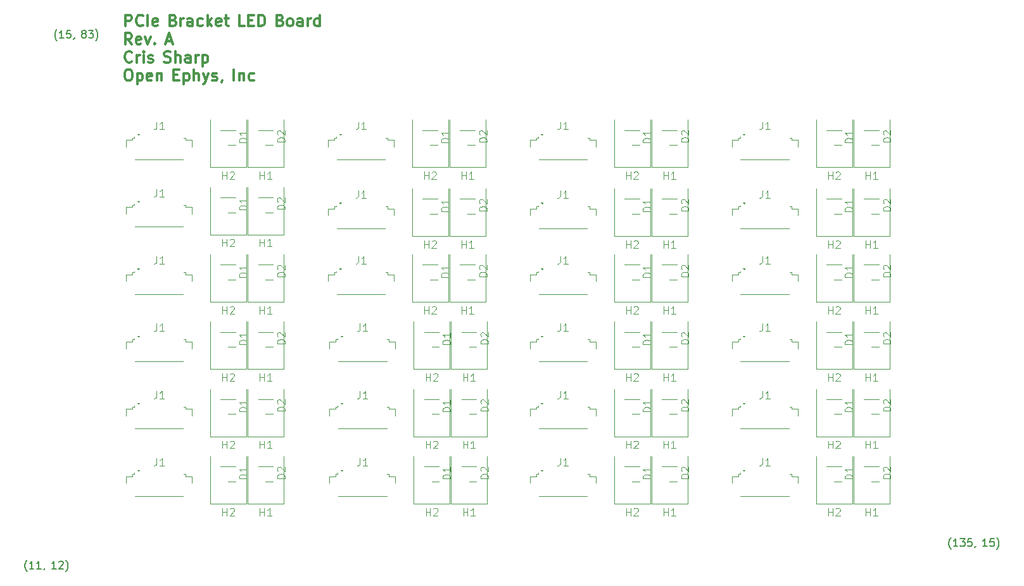
<source format=gbr>
%TF.GenerationSoftware,KiCad,Pcbnew,(7.0.0)*%
%TF.CreationDate,2023-04-04T09:59:10-04:00*%
%TF.ProjectId,bracket-led,62726163-6b65-4742-9d6c-65642e6b6963,A*%
%TF.SameCoordinates,Original*%
%TF.FileFunction,Legend,Top*%
%TF.FilePolarity,Positive*%
%FSLAX46Y46*%
G04 Gerber Fmt 4.6, Leading zero omitted, Abs format (unit mm)*
G04 Created by KiCad (PCBNEW (7.0.0)) date 2023-04-04 09:59:10*
%MOMM*%
%LPD*%
G01*
G04 APERTURE LIST*
%ADD10C,0.300000*%
%ADD11C,0.100000*%
%ADD12C,0.150000*%
%ADD13C,0.120000*%
G04 APERTURE END LIST*
D10*
X160506342Y-108061331D02*
X160506342Y-106561331D01*
X160506342Y-106561331D02*
X161077771Y-106561331D01*
X161077771Y-106561331D02*
X161220628Y-106632760D01*
X161220628Y-106632760D02*
X161292057Y-106704188D01*
X161292057Y-106704188D02*
X161363485Y-106847045D01*
X161363485Y-106847045D02*
X161363485Y-107061331D01*
X161363485Y-107061331D02*
X161292057Y-107204188D01*
X161292057Y-107204188D02*
X161220628Y-107275617D01*
X161220628Y-107275617D02*
X161077771Y-107347045D01*
X161077771Y-107347045D02*
X160506342Y-107347045D01*
X162863485Y-107918474D02*
X162792057Y-107989902D01*
X162792057Y-107989902D02*
X162577771Y-108061331D01*
X162577771Y-108061331D02*
X162434914Y-108061331D01*
X162434914Y-108061331D02*
X162220628Y-107989902D01*
X162220628Y-107989902D02*
X162077771Y-107847045D01*
X162077771Y-107847045D02*
X162006342Y-107704188D01*
X162006342Y-107704188D02*
X161934914Y-107418474D01*
X161934914Y-107418474D02*
X161934914Y-107204188D01*
X161934914Y-107204188D02*
X162006342Y-106918474D01*
X162006342Y-106918474D02*
X162077771Y-106775617D01*
X162077771Y-106775617D02*
X162220628Y-106632760D01*
X162220628Y-106632760D02*
X162434914Y-106561331D01*
X162434914Y-106561331D02*
X162577771Y-106561331D01*
X162577771Y-106561331D02*
X162792057Y-106632760D01*
X162792057Y-106632760D02*
X162863485Y-106704188D01*
X163506342Y-108061331D02*
X163506342Y-106561331D01*
X164792057Y-107989902D02*
X164649200Y-108061331D01*
X164649200Y-108061331D02*
X164363486Y-108061331D01*
X164363486Y-108061331D02*
X164220628Y-107989902D01*
X164220628Y-107989902D02*
X164149200Y-107847045D01*
X164149200Y-107847045D02*
X164149200Y-107275617D01*
X164149200Y-107275617D02*
X164220628Y-107132760D01*
X164220628Y-107132760D02*
X164363486Y-107061331D01*
X164363486Y-107061331D02*
X164649200Y-107061331D01*
X164649200Y-107061331D02*
X164792057Y-107132760D01*
X164792057Y-107132760D02*
X164863486Y-107275617D01*
X164863486Y-107275617D02*
X164863486Y-107418474D01*
X164863486Y-107418474D02*
X164149200Y-107561331D01*
X166906342Y-107275617D02*
X167120628Y-107347045D01*
X167120628Y-107347045D02*
X167192057Y-107418474D01*
X167192057Y-107418474D02*
X167263485Y-107561331D01*
X167263485Y-107561331D02*
X167263485Y-107775617D01*
X167263485Y-107775617D02*
X167192057Y-107918474D01*
X167192057Y-107918474D02*
X167120628Y-107989902D01*
X167120628Y-107989902D02*
X166977771Y-108061331D01*
X166977771Y-108061331D02*
X166406342Y-108061331D01*
X166406342Y-108061331D02*
X166406342Y-106561331D01*
X166406342Y-106561331D02*
X166906342Y-106561331D01*
X166906342Y-106561331D02*
X167049200Y-106632760D01*
X167049200Y-106632760D02*
X167120628Y-106704188D01*
X167120628Y-106704188D02*
X167192057Y-106847045D01*
X167192057Y-106847045D02*
X167192057Y-106989902D01*
X167192057Y-106989902D02*
X167120628Y-107132760D01*
X167120628Y-107132760D02*
X167049200Y-107204188D01*
X167049200Y-107204188D02*
X166906342Y-107275617D01*
X166906342Y-107275617D02*
X166406342Y-107275617D01*
X167906342Y-108061331D02*
X167906342Y-107061331D01*
X167906342Y-107347045D02*
X167977771Y-107204188D01*
X167977771Y-107204188D02*
X168049200Y-107132760D01*
X168049200Y-107132760D02*
X168192057Y-107061331D01*
X168192057Y-107061331D02*
X168334914Y-107061331D01*
X169477771Y-108061331D02*
X169477771Y-107275617D01*
X169477771Y-107275617D02*
X169406342Y-107132760D01*
X169406342Y-107132760D02*
X169263485Y-107061331D01*
X169263485Y-107061331D02*
X168977771Y-107061331D01*
X168977771Y-107061331D02*
X168834913Y-107132760D01*
X169477771Y-107989902D02*
X169334913Y-108061331D01*
X169334913Y-108061331D02*
X168977771Y-108061331D01*
X168977771Y-108061331D02*
X168834913Y-107989902D01*
X168834913Y-107989902D02*
X168763485Y-107847045D01*
X168763485Y-107847045D02*
X168763485Y-107704188D01*
X168763485Y-107704188D02*
X168834913Y-107561331D01*
X168834913Y-107561331D02*
X168977771Y-107489902D01*
X168977771Y-107489902D02*
X169334913Y-107489902D01*
X169334913Y-107489902D02*
X169477771Y-107418474D01*
X170834914Y-107989902D02*
X170692056Y-108061331D01*
X170692056Y-108061331D02*
X170406342Y-108061331D01*
X170406342Y-108061331D02*
X170263485Y-107989902D01*
X170263485Y-107989902D02*
X170192056Y-107918474D01*
X170192056Y-107918474D02*
X170120628Y-107775617D01*
X170120628Y-107775617D02*
X170120628Y-107347045D01*
X170120628Y-107347045D02*
X170192056Y-107204188D01*
X170192056Y-107204188D02*
X170263485Y-107132760D01*
X170263485Y-107132760D02*
X170406342Y-107061331D01*
X170406342Y-107061331D02*
X170692056Y-107061331D01*
X170692056Y-107061331D02*
X170834914Y-107132760D01*
X171477770Y-108061331D02*
X171477770Y-106561331D01*
X171620628Y-107489902D02*
X172049199Y-108061331D01*
X172049199Y-107061331D02*
X171477770Y-107632760D01*
X173263485Y-107989902D02*
X173120628Y-108061331D01*
X173120628Y-108061331D02*
X172834914Y-108061331D01*
X172834914Y-108061331D02*
X172692056Y-107989902D01*
X172692056Y-107989902D02*
X172620628Y-107847045D01*
X172620628Y-107847045D02*
X172620628Y-107275617D01*
X172620628Y-107275617D02*
X172692056Y-107132760D01*
X172692056Y-107132760D02*
X172834914Y-107061331D01*
X172834914Y-107061331D02*
X173120628Y-107061331D01*
X173120628Y-107061331D02*
X173263485Y-107132760D01*
X173263485Y-107132760D02*
X173334914Y-107275617D01*
X173334914Y-107275617D02*
X173334914Y-107418474D01*
X173334914Y-107418474D02*
X172620628Y-107561331D01*
X173763485Y-107061331D02*
X174334913Y-107061331D01*
X173977770Y-106561331D02*
X173977770Y-107847045D01*
X173977770Y-107847045D02*
X174049199Y-107989902D01*
X174049199Y-107989902D02*
X174192056Y-108061331D01*
X174192056Y-108061331D02*
X174334913Y-108061331D01*
X176449199Y-108061331D02*
X175734913Y-108061331D01*
X175734913Y-108061331D02*
X175734913Y-106561331D01*
X176949199Y-107275617D02*
X177449199Y-107275617D01*
X177663485Y-108061331D02*
X176949199Y-108061331D01*
X176949199Y-108061331D02*
X176949199Y-106561331D01*
X176949199Y-106561331D02*
X177663485Y-106561331D01*
X178306342Y-108061331D02*
X178306342Y-106561331D01*
X178306342Y-106561331D02*
X178663485Y-106561331D01*
X178663485Y-106561331D02*
X178877771Y-106632760D01*
X178877771Y-106632760D02*
X179020628Y-106775617D01*
X179020628Y-106775617D02*
X179092057Y-106918474D01*
X179092057Y-106918474D02*
X179163485Y-107204188D01*
X179163485Y-107204188D02*
X179163485Y-107418474D01*
X179163485Y-107418474D02*
X179092057Y-107704188D01*
X179092057Y-107704188D02*
X179020628Y-107847045D01*
X179020628Y-107847045D02*
X178877771Y-107989902D01*
X178877771Y-107989902D02*
X178663485Y-108061331D01*
X178663485Y-108061331D02*
X178306342Y-108061331D01*
X181206342Y-107275617D02*
X181420628Y-107347045D01*
X181420628Y-107347045D02*
X181492057Y-107418474D01*
X181492057Y-107418474D02*
X181563485Y-107561331D01*
X181563485Y-107561331D02*
X181563485Y-107775617D01*
X181563485Y-107775617D02*
X181492057Y-107918474D01*
X181492057Y-107918474D02*
X181420628Y-107989902D01*
X181420628Y-107989902D02*
X181277771Y-108061331D01*
X181277771Y-108061331D02*
X180706342Y-108061331D01*
X180706342Y-108061331D02*
X180706342Y-106561331D01*
X180706342Y-106561331D02*
X181206342Y-106561331D01*
X181206342Y-106561331D02*
X181349200Y-106632760D01*
X181349200Y-106632760D02*
X181420628Y-106704188D01*
X181420628Y-106704188D02*
X181492057Y-106847045D01*
X181492057Y-106847045D02*
X181492057Y-106989902D01*
X181492057Y-106989902D02*
X181420628Y-107132760D01*
X181420628Y-107132760D02*
X181349200Y-107204188D01*
X181349200Y-107204188D02*
X181206342Y-107275617D01*
X181206342Y-107275617D02*
X180706342Y-107275617D01*
X182420628Y-108061331D02*
X182277771Y-107989902D01*
X182277771Y-107989902D02*
X182206342Y-107918474D01*
X182206342Y-107918474D02*
X182134914Y-107775617D01*
X182134914Y-107775617D02*
X182134914Y-107347045D01*
X182134914Y-107347045D02*
X182206342Y-107204188D01*
X182206342Y-107204188D02*
X182277771Y-107132760D01*
X182277771Y-107132760D02*
X182420628Y-107061331D01*
X182420628Y-107061331D02*
X182634914Y-107061331D01*
X182634914Y-107061331D02*
X182777771Y-107132760D01*
X182777771Y-107132760D02*
X182849200Y-107204188D01*
X182849200Y-107204188D02*
X182920628Y-107347045D01*
X182920628Y-107347045D02*
X182920628Y-107775617D01*
X182920628Y-107775617D02*
X182849200Y-107918474D01*
X182849200Y-107918474D02*
X182777771Y-107989902D01*
X182777771Y-107989902D02*
X182634914Y-108061331D01*
X182634914Y-108061331D02*
X182420628Y-108061331D01*
X184206343Y-108061331D02*
X184206343Y-107275617D01*
X184206343Y-107275617D02*
X184134914Y-107132760D01*
X184134914Y-107132760D02*
X183992057Y-107061331D01*
X183992057Y-107061331D02*
X183706343Y-107061331D01*
X183706343Y-107061331D02*
X183563485Y-107132760D01*
X184206343Y-107989902D02*
X184063485Y-108061331D01*
X184063485Y-108061331D02*
X183706343Y-108061331D01*
X183706343Y-108061331D02*
X183563485Y-107989902D01*
X183563485Y-107989902D02*
X183492057Y-107847045D01*
X183492057Y-107847045D02*
X183492057Y-107704188D01*
X183492057Y-107704188D02*
X183563485Y-107561331D01*
X183563485Y-107561331D02*
X183706343Y-107489902D01*
X183706343Y-107489902D02*
X184063485Y-107489902D01*
X184063485Y-107489902D02*
X184206343Y-107418474D01*
X184920628Y-108061331D02*
X184920628Y-107061331D01*
X184920628Y-107347045D02*
X184992057Y-107204188D01*
X184992057Y-107204188D02*
X185063486Y-107132760D01*
X185063486Y-107132760D02*
X185206343Y-107061331D01*
X185206343Y-107061331D02*
X185349200Y-107061331D01*
X186492057Y-108061331D02*
X186492057Y-106561331D01*
X186492057Y-107989902D02*
X186349199Y-108061331D01*
X186349199Y-108061331D02*
X186063485Y-108061331D01*
X186063485Y-108061331D02*
X185920628Y-107989902D01*
X185920628Y-107989902D02*
X185849199Y-107918474D01*
X185849199Y-107918474D02*
X185777771Y-107775617D01*
X185777771Y-107775617D02*
X185777771Y-107347045D01*
X185777771Y-107347045D02*
X185849199Y-107204188D01*
X185849199Y-107204188D02*
X185920628Y-107132760D01*
X185920628Y-107132760D02*
X186063485Y-107061331D01*
X186063485Y-107061331D02*
X186349199Y-107061331D01*
X186349199Y-107061331D02*
X186492057Y-107132760D01*
X161363485Y-110491331D02*
X160863485Y-109777045D01*
X160506342Y-110491331D02*
X160506342Y-108991331D01*
X160506342Y-108991331D02*
X161077771Y-108991331D01*
X161077771Y-108991331D02*
X161220628Y-109062760D01*
X161220628Y-109062760D02*
X161292057Y-109134188D01*
X161292057Y-109134188D02*
X161363485Y-109277045D01*
X161363485Y-109277045D02*
X161363485Y-109491331D01*
X161363485Y-109491331D02*
X161292057Y-109634188D01*
X161292057Y-109634188D02*
X161220628Y-109705617D01*
X161220628Y-109705617D02*
X161077771Y-109777045D01*
X161077771Y-109777045D02*
X160506342Y-109777045D01*
X162577771Y-110419902D02*
X162434914Y-110491331D01*
X162434914Y-110491331D02*
X162149200Y-110491331D01*
X162149200Y-110491331D02*
X162006342Y-110419902D01*
X162006342Y-110419902D02*
X161934914Y-110277045D01*
X161934914Y-110277045D02*
X161934914Y-109705617D01*
X161934914Y-109705617D02*
X162006342Y-109562760D01*
X162006342Y-109562760D02*
X162149200Y-109491331D01*
X162149200Y-109491331D02*
X162434914Y-109491331D01*
X162434914Y-109491331D02*
X162577771Y-109562760D01*
X162577771Y-109562760D02*
X162649200Y-109705617D01*
X162649200Y-109705617D02*
X162649200Y-109848474D01*
X162649200Y-109848474D02*
X161934914Y-109991331D01*
X163149199Y-109491331D02*
X163506342Y-110491331D01*
X163506342Y-110491331D02*
X163863485Y-109491331D01*
X164434913Y-110348474D02*
X164506342Y-110419902D01*
X164506342Y-110419902D02*
X164434913Y-110491331D01*
X164434913Y-110491331D02*
X164363485Y-110419902D01*
X164363485Y-110419902D02*
X164434913Y-110348474D01*
X164434913Y-110348474D02*
X164434913Y-110491331D01*
X165977771Y-110062760D02*
X166692057Y-110062760D01*
X165834914Y-110491331D02*
X166334914Y-108991331D01*
X166334914Y-108991331D02*
X166834914Y-110491331D01*
X161363485Y-112778474D02*
X161292057Y-112849902D01*
X161292057Y-112849902D02*
X161077771Y-112921331D01*
X161077771Y-112921331D02*
X160934914Y-112921331D01*
X160934914Y-112921331D02*
X160720628Y-112849902D01*
X160720628Y-112849902D02*
X160577771Y-112707045D01*
X160577771Y-112707045D02*
X160506342Y-112564188D01*
X160506342Y-112564188D02*
X160434914Y-112278474D01*
X160434914Y-112278474D02*
X160434914Y-112064188D01*
X160434914Y-112064188D02*
X160506342Y-111778474D01*
X160506342Y-111778474D02*
X160577771Y-111635617D01*
X160577771Y-111635617D02*
X160720628Y-111492760D01*
X160720628Y-111492760D02*
X160934914Y-111421331D01*
X160934914Y-111421331D02*
X161077771Y-111421331D01*
X161077771Y-111421331D02*
X161292057Y-111492760D01*
X161292057Y-111492760D02*
X161363485Y-111564188D01*
X162006342Y-112921331D02*
X162006342Y-111921331D01*
X162006342Y-112207045D02*
X162077771Y-112064188D01*
X162077771Y-112064188D02*
X162149200Y-111992760D01*
X162149200Y-111992760D02*
X162292057Y-111921331D01*
X162292057Y-111921331D02*
X162434914Y-111921331D01*
X162934913Y-112921331D02*
X162934913Y-111921331D01*
X162934913Y-111421331D02*
X162863485Y-111492760D01*
X162863485Y-111492760D02*
X162934913Y-111564188D01*
X162934913Y-111564188D02*
X163006342Y-111492760D01*
X163006342Y-111492760D02*
X162934913Y-111421331D01*
X162934913Y-111421331D02*
X162934913Y-111564188D01*
X163577771Y-112849902D02*
X163720628Y-112921331D01*
X163720628Y-112921331D02*
X164006342Y-112921331D01*
X164006342Y-112921331D02*
X164149199Y-112849902D01*
X164149199Y-112849902D02*
X164220628Y-112707045D01*
X164220628Y-112707045D02*
X164220628Y-112635617D01*
X164220628Y-112635617D02*
X164149199Y-112492760D01*
X164149199Y-112492760D02*
X164006342Y-112421331D01*
X164006342Y-112421331D02*
X163792057Y-112421331D01*
X163792057Y-112421331D02*
X163649199Y-112349902D01*
X163649199Y-112349902D02*
X163577771Y-112207045D01*
X163577771Y-112207045D02*
X163577771Y-112135617D01*
X163577771Y-112135617D02*
X163649199Y-111992760D01*
X163649199Y-111992760D02*
X163792057Y-111921331D01*
X163792057Y-111921331D02*
X164006342Y-111921331D01*
X164006342Y-111921331D02*
X164149199Y-111992760D01*
X165692057Y-112849902D02*
X165906343Y-112921331D01*
X165906343Y-112921331D02*
X166263485Y-112921331D01*
X166263485Y-112921331D02*
X166406343Y-112849902D01*
X166406343Y-112849902D02*
X166477771Y-112778474D01*
X166477771Y-112778474D02*
X166549200Y-112635617D01*
X166549200Y-112635617D02*
X166549200Y-112492760D01*
X166549200Y-112492760D02*
X166477771Y-112349902D01*
X166477771Y-112349902D02*
X166406343Y-112278474D01*
X166406343Y-112278474D02*
X166263485Y-112207045D01*
X166263485Y-112207045D02*
X165977771Y-112135617D01*
X165977771Y-112135617D02*
X165834914Y-112064188D01*
X165834914Y-112064188D02*
X165763485Y-111992760D01*
X165763485Y-111992760D02*
X165692057Y-111849902D01*
X165692057Y-111849902D02*
X165692057Y-111707045D01*
X165692057Y-111707045D02*
X165763485Y-111564188D01*
X165763485Y-111564188D02*
X165834914Y-111492760D01*
X165834914Y-111492760D02*
X165977771Y-111421331D01*
X165977771Y-111421331D02*
X166334914Y-111421331D01*
X166334914Y-111421331D02*
X166549200Y-111492760D01*
X167192056Y-112921331D02*
X167192056Y-111421331D01*
X167834914Y-112921331D02*
X167834914Y-112135617D01*
X167834914Y-112135617D02*
X167763485Y-111992760D01*
X167763485Y-111992760D02*
X167620628Y-111921331D01*
X167620628Y-111921331D02*
X167406342Y-111921331D01*
X167406342Y-111921331D02*
X167263485Y-111992760D01*
X167263485Y-111992760D02*
X167192056Y-112064188D01*
X169192057Y-112921331D02*
X169192057Y-112135617D01*
X169192057Y-112135617D02*
X169120628Y-111992760D01*
X169120628Y-111992760D02*
X168977771Y-111921331D01*
X168977771Y-111921331D02*
X168692057Y-111921331D01*
X168692057Y-111921331D02*
X168549199Y-111992760D01*
X169192057Y-112849902D02*
X169049199Y-112921331D01*
X169049199Y-112921331D02*
X168692057Y-112921331D01*
X168692057Y-112921331D02*
X168549199Y-112849902D01*
X168549199Y-112849902D02*
X168477771Y-112707045D01*
X168477771Y-112707045D02*
X168477771Y-112564188D01*
X168477771Y-112564188D02*
X168549199Y-112421331D01*
X168549199Y-112421331D02*
X168692057Y-112349902D01*
X168692057Y-112349902D02*
X169049199Y-112349902D01*
X169049199Y-112349902D02*
X169192057Y-112278474D01*
X169906342Y-112921331D02*
X169906342Y-111921331D01*
X169906342Y-112207045D02*
X169977771Y-112064188D01*
X169977771Y-112064188D02*
X170049200Y-111992760D01*
X170049200Y-111992760D02*
X170192057Y-111921331D01*
X170192057Y-111921331D02*
X170334914Y-111921331D01*
X170834913Y-111921331D02*
X170834913Y-113421331D01*
X170834913Y-111992760D02*
X170977771Y-111921331D01*
X170977771Y-111921331D02*
X171263485Y-111921331D01*
X171263485Y-111921331D02*
X171406342Y-111992760D01*
X171406342Y-111992760D02*
X171477771Y-112064188D01*
X171477771Y-112064188D02*
X171549199Y-112207045D01*
X171549199Y-112207045D02*
X171549199Y-112635617D01*
X171549199Y-112635617D02*
X171477771Y-112778474D01*
X171477771Y-112778474D02*
X171406342Y-112849902D01*
X171406342Y-112849902D02*
X171263485Y-112921331D01*
X171263485Y-112921331D02*
X170977771Y-112921331D01*
X170977771Y-112921331D02*
X170834913Y-112849902D01*
X160792057Y-113851331D02*
X161077771Y-113851331D01*
X161077771Y-113851331D02*
X161220628Y-113922760D01*
X161220628Y-113922760D02*
X161363485Y-114065617D01*
X161363485Y-114065617D02*
X161434914Y-114351331D01*
X161434914Y-114351331D02*
X161434914Y-114851331D01*
X161434914Y-114851331D02*
X161363485Y-115137045D01*
X161363485Y-115137045D02*
X161220628Y-115279902D01*
X161220628Y-115279902D02*
X161077771Y-115351331D01*
X161077771Y-115351331D02*
X160792057Y-115351331D01*
X160792057Y-115351331D02*
X160649200Y-115279902D01*
X160649200Y-115279902D02*
X160506342Y-115137045D01*
X160506342Y-115137045D02*
X160434914Y-114851331D01*
X160434914Y-114851331D02*
X160434914Y-114351331D01*
X160434914Y-114351331D02*
X160506342Y-114065617D01*
X160506342Y-114065617D02*
X160649200Y-113922760D01*
X160649200Y-113922760D02*
X160792057Y-113851331D01*
X162077771Y-114351331D02*
X162077771Y-115851331D01*
X162077771Y-114422760D02*
X162220629Y-114351331D01*
X162220629Y-114351331D02*
X162506343Y-114351331D01*
X162506343Y-114351331D02*
X162649200Y-114422760D01*
X162649200Y-114422760D02*
X162720629Y-114494188D01*
X162720629Y-114494188D02*
X162792057Y-114637045D01*
X162792057Y-114637045D02*
X162792057Y-115065617D01*
X162792057Y-115065617D02*
X162720629Y-115208474D01*
X162720629Y-115208474D02*
X162649200Y-115279902D01*
X162649200Y-115279902D02*
X162506343Y-115351331D01*
X162506343Y-115351331D02*
X162220629Y-115351331D01*
X162220629Y-115351331D02*
X162077771Y-115279902D01*
X164006343Y-115279902D02*
X163863486Y-115351331D01*
X163863486Y-115351331D02*
X163577772Y-115351331D01*
X163577772Y-115351331D02*
X163434914Y-115279902D01*
X163434914Y-115279902D02*
X163363486Y-115137045D01*
X163363486Y-115137045D02*
X163363486Y-114565617D01*
X163363486Y-114565617D02*
X163434914Y-114422760D01*
X163434914Y-114422760D02*
X163577772Y-114351331D01*
X163577772Y-114351331D02*
X163863486Y-114351331D01*
X163863486Y-114351331D02*
X164006343Y-114422760D01*
X164006343Y-114422760D02*
X164077772Y-114565617D01*
X164077772Y-114565617D02*
X164077772Y-114708474D01*
X164077772Y-114708474D02*
X163363486Y-114851331D01*
X164720628Y-114351331D02*
X164720628Y-115351331D01*
X164720628Y-114494188D02*
X164792057Y-114422760D01*
X164792057Y-114422760D02*
X164934914Y-114351331D01*
X164934914Y-114351331D02*
X165149200Y-114351331D01*
X165149200Y-114351331D02*
X165292057Y-114422760D01*
X165292057Y-114422760D02*
X165363486Y-114565617D01*
X165363486Y-114565617D02*
X165363486Y-115351331D01*
X166977771Y-114565617D02*
X167477771Y-114565617D01*
X167692057Y-115351331D02*
X166977771Y-115351331D01*
X166977771Y-115351331D02*
X166977771Y-113851331D01*
X166977771Y-113851331D02*
X167692057Y-113851331D01*
X168334914Y-114351331D02*
X168334914Y-115851331D01*
X168334914Y-114422760D02*
X168477772Y-114351331D01*
X168477772Y-114351331D02*
X168763486Y-114351331D01*
X168763486Y-114351331D02*
X168906343Y-114422760D01*
X168906343Y-114422760D02*
X168977772Y-114494188D01*
X168977772Y-114494188D02*
X169049200Y-114637045D01*
X169049200Y-114637045D02*
X169049200Y-115065617D01*
X169049200Y-115065617D02*
X168977772Y-115208474D01*
X168977772Y-115208474D02*
X168906343Y-115279902D01*
X168906343Y-115279902D02*
X168763486Y-115351331D01*
X168763486Y-115351331D02*
X168477772Y-115351331D01*
X168477772Y-115351331D02*
X168334914Y-115279902D01*
X169692057Y-115351331D02*
X169692057Y-113851331D01*
X170334915Y-115351331D02*
X170334915Y-114565617D01*
X170334915Y-114565617D02*
X170263486Y-114422760D01*
X170263486Y-114422760D02*
X170120629Y-114351331D01*
X170120629Y-114351331D02*
X169906343Y-114351331D01*
X169906343Y-114351331D02*
X169763486Y-114422760D01*
X169763486Y-114422760D02*
X169692057Y-114494188D01*
X170906343Y-114351331D02*
X171263486Y-115351331D01*
X171620629Y-114351331D02*
X171263486Y-115351331D01*
X171263486Y-115351331D02*
X171120629Y-115708474D01*
X171120629Y-115708474D02*
X171049200Y-115779902D01*
X171049200Y-115779902D02*
X170906343Y-115851331D01*
X172120629Y-115279902D02*
X172263486Y-115351331D01*
X172263486Y-115351331D02*
X172549200Y-115351331D01*
X172549200Y-115351331D02*
X172692057Y-115279902D01*
X172692057Y-115279902D02*
X172763486Y-115137045D01*
X172763486Y-115137045D02*
X172763486Y-115065617D01*
X172763486Y-115065617D02*
X172692057Y-114922760D01*
X172692057Y-114922760D02*
X172549200Y-114851331D01*
X172549200Y-114851331D02*
X172334915Y-114851331D01*
X172334915Y-114851331D02*
X172192057Y-114779902D01*
X172192057Y-114779902D02*
X172120629Y-114637045D01*
X172120629Y-114637045D02*
X172120629Y-114565617D01*
X172120629Y-114565617D02*
X172192057Y-114422760D01*
X172192057Y-114422760D02*
X172334915Y-114351331D01*
X172334915Y-114351331D02*
X172549200Y-114351331D01*
X172549200Y-114351331D02*
X172692057Y-114422760D01*
X173477772Y-115279902D02*
X173477772Y-115351331D01*
X173477772Y-115351331D02*
X173406343Y-115494188D01*
X173406343Y-115494188D02*
X173334915Y-115565617D01*
X175020629Y-115351331D02*
X175020629Y-113851331D01*
X175734915Y-114351331D02*
X175734915Y-115351331D01*
X175734915Y-114494188D02*
X175806344Y-114422760D01*
X175806344Y-114422760D02*
X175949201Y-114351331D01*
X175949201Y-114351331D02*
X176163487Y-114351331D01*
X176163487Y-114351331D02*
X176306344Y-114422760D01*
X176306344Y-114422760D02*
X176377773Y-114565617D01*
X176377773Y-114565617D02*
X176377773Y-115351331D01*
X177734916Y-115279902D02*
X177592058Y-115351331D01*
X177592058Y-115351331D02*
X177306344Y-115351331D01*
X177306344Y-115351331D02*
X177163487Y-115279902D01*
X177163487Y-115279902D02*
X177092058Y-115208474D01*
X177092058Y-115208474D02*
X177020630Y-115065617D01*
X177020630Y-115065617D02*
X177020630Y-114637045D01*
X177020630Y-114637045D02*
X177092058Y-114494188D01*
X177092058Y-114494188D02*
X177163487Y-114422760D01*
X177163487Y-114422760D02*
X177306344Y-114351331D01*
X177306344Y-114351331D02*
X177592058Y-114351331D01*
X177592058Y-114351331D02*
X177734916Y-114422760D01*
D11*
%TO.C,H2*%
X254487295Y-173545140D02*
X254487295Y-172545140D01*
X254487295Y-173021331D02*
X255058723Y-173021331D01*
X255058723Y-173545140D02*
X255058723Y-172545140D01*
X255487295Y-172640379D02*
X255534914Y-172592760D01*
X255534914Y-172592760D02*
X255630152Y-172545140D01*
X255630152Y-172545140D02*
X255868247Y-172545140D01*
X255868247Y-172545140D02*
X255963485Y-172592760D01*
X255963485Y-172592760D02*
X256011104Y-172640379D01*
X256011104Y-172640379D02*
X256058723Y-172735617D01*
X256058723Y-172735617D02*
X256058723Y-172830855D01*
X256058723Y-172830855D02*
X256011104Y-172973712D01*
X256011104Y-172973712D02*
X255439676Y-173545140D01*
X255439676Y-173545140D02*
X256058723Y-173545140D01*
%TO.C,H1*%
X259487295Y-173545140D02*
X259487295Y-172545140D01*
X259487295Y-173021331D02*
X260058723Y-173021331D01*
X260058723Y-173545140D02*
X260058723Y-172545140D01*
X261058723Y-173545140D02*
X260487295Y-173545140D01*
X260773009Y-173545140D02*
X260773009Y-172545140D01*
X260773009Y-172545140D02*
X260677771Y-172687998D01*
X260677771Y-172687998D02*
X260582533Y-172783236D01*
X260582533Y-172783236D02*
X260487295Y-172830855D01*
%TO.C,D2*%
X262816580Y-168538094D02*
X261816580Y-168538094D01*
X261816580Y-168538094D02*
X261816580Y-168299999D01*
X261816580Y-168299999D02*
X261864200Y-168157142D01*
X261864200Y-168157142D02*
X261959438Y-168061904D01*
X261959438Y-168061904D02*
X262054676Y-168014285D01*
X262054676Y-168014285D02*
X262245152Y-167966666D01*
X262245152Y-167966666D02*
X262388009Y-167966666D01*
X262388009Y-167966666D02*
X262578485Y-168014285D01*
X262578485Y-168014285D02*
X262673723Y-168061904D01*
X262673723Y-168061904D02*
X262768961Y-168157142D01*
X262768961Y-168157142D02*
X262816580Y-168299999D01*
X262816580Y-168299999D02*
X262816580Y-168538094D01*
X261911819Y-167585713D02*
X261864200Y-167538094D01*
X261864200Y-167538094D02*
X261816580Y-167442856D01*
X261816580Y-167442856D02*
X261816580Y-167204761D01*
X261816580Y-167204761D02*
X261864200Y-167109523D01*
X261864200Y-167109523D02*
X261911819Y-167061904D01*
X261911819Y-167061904D02*
X262007057Y-167014285D01*
X262007057Y-167014285D02*
X262102295Y-167014285D01*
X262102295Y-167014285D02*
X262245152Y-167061904D01*
X262245152Y-167061904D02*
X262816580Y-167633332D01*
X262816580Y-167633332D02*
X262816580Y-167014285D01*
%TO.C,D1*%
X257716580Y-168615854D02*
X256716580Y-168615854D01*
X256716580Y-168615854D02*
X256716580Y-168377759D01*
X256716580Y-168377759D02*
X256764200Y-168234902D01*
X256764200Y-168234902D02*
X256859438Y-168139664D01*
X256859438Y-168139664D02*
X256954676Y-168092045D01*
X256954676Y-168092045D02*
X257145152Y-168044426D01*
X257145152Y-168044426D02*
X257288009Y-168044426D01*
X257288009Y-168044426D02*
X257478485Y-168092045D01*
X257478485Y-168092045D02*
X257573723Y-168139664D01*
X257573723Y-168139664D02*
X257668961Y-168234902D01*
X257668961Y-168234902D02*
X257716580Y-168377759D01*
X257716580Y-168377759D02*
X257716580Y-168615854D01*
X257716580Y-167092045D02*
X257716580Y-167663473D01*
X257716580Y-167377759D02*
X256716580Y-167377759D01*
X256716580Y-167377759D02*
X256859438Y-167472997D01*
X256859438Y-167472997D02*
X256954676Y-167568235D01*
X256954676Y-167568235D02*
X257002295Y-167663473D01*
%TO.C,J1*%
X245666666Y-165867380D02*
X245666666Y-166581666D01*
X245666666Y-166581666D02*
X245619047Y-166724523D01*
X245619047Y-166724523D02*
X245523809Y-166819761D01*
X245523809Y-166819761D02*
X245380952Y-166867380D01*
X245380952Y-166867380D02*
X245285714Y-166867380D01*
X246666666Y-166867380D02*
X246095238Y-166867380D01*
X246380952Y-166867380D02*
X246380952Y-165867380D01*
X246380952Y-165867380D02*
X246285714Y-166010238D01*
X246285714Y-166010238D02*
X246190476Y-166105476D01*
X246190476Y-166105476D02*
X246095238Y-166153095D01*
%TO.C,H2*%
X227487295Y-173545140D02*
X227487295Y-172545140D01*
X227487295Y-173021331D02*
X228058723Y-173021331D01*
X228058723Y-173545140D02*
X228058723Y-172545140D01*
X228487295Y-172640379D02*
X228534914Y-172592760D01*
X228534914Y-172592760D02*
X228630152Y-172545140D01*
X228630152Y-172545140D02*
X228868247Y-172545140D01*
X228868247Y-172545140D02*
X228963485Y-172592760D01*
X228963485Y-172592760D02*
X229011104Y-172640379D01*
X229011104Y-172640379D02*
X229058723Y-172735617D01*
X229058723Y-172735617D02*
X229058723Y-172830855D01*
X229058723Y-172830855D02*
X229011104Y-172973712D01*
X229011104Y-172973712D02*
X228439676Y-173545140D01*
X228439676Y-173545140D02*
X229058723Y-173545140D01*
%TO.C,H1*%
X232487295Y-173545140D02*
X232487295Y-172545140D01*
X232487295Y-173021331D02*
X233058723Y-173021331D01*
X233058723Y-173545140D02*
X233058723Y-172545140D01*
X234058723Y-173545140D02*
X233487295Y-173545140D01*
X233773009Y-173545140D02*
X233773009Y-172545140D01*
X233773009Y-172545140D02*
X233677771Y-172687998D01*
X233677771Y-172687998D02*
X233582533Y-172783236D01*
X233582533Y-172783236D02*
X233487295Y-172830855D01*
%TO.C,D2*%
X235816580Y-168538094D02*
X234816580Y-168538094D01*
X234816580Y-168538094D02*
X234816580Y-168299999D01*
X234816580Y-168299999D02*
X234864200Y-168157142D01*
X234864200Y-168157142D02*
X234959438Y-168061904D01*
X234959438Y-168061904D02*
X235054676Y-168014285D01*
X235054676Y-168014285D02*
X235245152Y-167966666D01*
X235245152Y-167966666D02*
X235388009Y-167966666D01*
X235388009Y-167966666D02*
X235578485Y-168014285D01*
X235578485Y-168014285D02*
X235673723Y-168061904D01*
X235673723Y-168061904D02*
X235768961Y-168157142D01*
X235768961Y-168157142D02*
X235816580Y-168299999D01*
X235816580Y-168299999D02*
X235816580Y-168538094D01*
X234911819Y-167585713D02*
X234864200Y-167538094D01*
X234864200Y-167538094D02*
X234816580Y-167442856D01*
X234816580Y-167442856D02*
X234816580Y-167204761D01*
X234816580Y-167204761D02*
X234864200Y-167109523D01*
X234864200Y-167109523D02*
X234911819Y-167061904D01*
X234911819Y-167061904D02*
X235007057Y-167014285D01*
X235007057Y-167014285D02*
X235102295Y-167014285D01*
X235102295Y-167014285D02*
X235245152Y-167061904D01*
X235245152Y-167061904D02*
X235816580Y-167633332D01*
X235816580Y-167633332D02*
X235816580Y-167014285D01*
%TO.C,D1*%
X230716580Y-168615854D02*
X229716580Y-168615854D01*
X229716580Y-168615854D02*
X229716580Y-168377759D01*
X229716580Y-168377759D02*
X229764200Y-168234902D01*
X229764200Y-168234902D02*
X229859438Y-168139664D01*
X229859438Y-168139664D02*
X229954676Y-168092045D01*
X229954676Y-168092045D02*
X230145152Y-168044426D01*
X230145152Y-168044426D02*
X230288009Y-168044426D01*
X230288009Y-168044426D02*
X230478485Y-168092045D01*
X230478485Y-168092045D02*
X230573723Y-168139664D01*
X230573723Y-168139664D02*
X230668961Y-168234902D01*
X230668961Y-168234902D02*
X230716580Y-168377759D01*
X230716580Y-168377759D02*
X230716580Y-168615854D01*
X230716580Y-167092045D02*
X230716580Y-167663473D01*
X230716580Y-167377759D02*
X229716580Y-167377759D01*
X229716580Y-167377759D02*
X229859438Y-167472997D01*
X229859438Y-167472997D02*
X229954676Y-167568235D01*
X229954676Y-167568235D02*
X230002295Y-167663473D01*
%TO.C,J1*%
X218666666Y-165867380D02*
X218666666Y-166581666D01*
X218666666Y-166581666D02*
X218619047Y-166724523D01*
X218619047Y-166724523D02*
X218523809Y-166819761D01*
X218523809Y-166819761D02*
X218380952Y-166867380D01*
X218380952Y-166867380D02*
X218285714Y-166867380D01*
X219666666Y-166867380D02*
X219095238Y-166867380D01*
X219380952Y-166867380D02*
X219380952Y-165867380D01*
X219380952Y-165867380D02*
X219285714Y-166010238D01*
X219285714Y-166010238D02*
X219190476Y-166105476D01*
X219190476Y-166105476D02*
X219095238Y-166153095D01*
%TO.C,H2*%
X200687295Y-173545140D02*
X200687295Y-172545140D01*
X200687295Y-173021331D02*
X201258723Y-173021331D01*
X201258723Y-173545140D02*
X201258723Y-172545140D01*
X201687295Y-172640379D02*
X201734914Y-172592760D01*
X201734914Y-172592760D02*
X201830152Y-172545140D01*
X201830152Y-172545140D02*
X202068247Y-172545140D01*
X202068247Y-172545140D02*
X202163485Y-172592760D01*
X202163485Y-172592760D02*
X202211104Y-172640379D01*
X202211104Y-172640379D02*
X202258723Y-172735617D01*
X202258723Y-172735617D02*
X202258723Y-172830855D01*
X202258723Y-172830855D02*
X202211104Y-172973712D01*
X202211104Y-172973712D02*
X201639676Y-173545140D01*
X201639676Y-173545140D02*
X202258723Y-173545140D01*
%TO.C,H1*%
X205687295Y-173545140D02*
X205687295Y-172545140D01*
X205687295Y-173021331D02*
X206258723Y-173021331D01*
X206258723Y-173545140D02*
X206258723Y-172545140D01*
X207258723Y-173545140D02*
X206687295Y-173545140D01*
X206973009Y-173545140D02*
X206973009Y-172545140D01*
X206973009Y-172545140D02*
X206877771Y-172687998D01*
X206877771Y-172687998D02*
X206782533Y-172783236D01*
X206782533Y-172783236D02*
X206687295Y-172830855D01*
%TO.C,D2*%
X209016580Y-168538094D02*
X208016580Y-168538094D01*
X208016580Y-168538094D02*
X208016580Y-168299999D01*
X208016580Y-168299999D02*
X208064200Y-168157142D01*
X208064200Y-168157142D02*
X208159438Y-168061904D01*
X208159438Y-168061904D02*
X208254676Y-168014285D01*
X208254676Y-168014285D02*
X208445152Y-167966666D01*
X208445152Y-167966666D02*
X208588009Y-167966666D01*
X208588009Y-167966666D02*
X208778485Y-168014285D01*
X208778485Y-168014285D02*
X208873723Y-168061904D01*
X208873723Y-168061904D02*
X208968961Y-168157142D01*
X208968961Y-168157142D02*
X209016580Y-168299999D01*
X209016580Y-168299999D02*
X209016580Y-168538094D01*
X208111819Y-167585713D02*
X208064200Y-167538094D01*
X208064200Y-167538094D02*
X208016580Y-167442856D01*
X208016580Y-167442856D02*
X208016580Y-167204761D01*
X208016580Y-167204761D02*
X208064200Y-167109523D01*
X208064200Y-167109523D02*
X208111819Y-167061904D01*
X208111819Y-167061904D02*
X208207057Y-167014285D01*
X208207057Y-167014285D02*
X208302295Y-167014285D01*
X208302295Y-167014285D02*
X208445152Y-167061904D01*
X208445152Y-167061904D02*
X209016580Y-167633332D01*
X209016580Y-167633332D02*
X209016580Y-167014285D01*
%TO.C,D1*%
X203916580Y-168615854D02*
X202916580Y-168615854D01*
X202916580Y-168615854D02*
X202916580Y-168377759D01*
X202916580Y-168377759D02*
X202964200Y-168234902D01*
X202964200Y-168234902D02*
X203059438Y-168139664D01*
X203059438Y-168139664D02*
X203154676Y-168092045D01*
X203154676Y-168092045D02*
X203345152Y-168044426D01*
X203345152Y-168044426D02*
X203488009Y-168044426D01*
X203488009Y-168044426D02*
X203678485Y-168092045D01*
X203678485Y-168092045D02*
X203773723Y-168139664D01*
X203773723Y-168139664D02*
X203868961Y-168234902D01*
X203868961Y-168234902D02*
X203916580Y-168377759D01*
X203916580Y-168377759D02*
X203916580Y-168615854D01*
X203916580Y-167092045D02*
X203916580Y-167663473D01*
X203916580Y-167377759D02*
X202916580Y-167377759D01*
X202916580Y-167377759D02*
X203059438Y-167472997D01*
X203059438Y-167472997D02*
X203154676Y-167568235D01*
X203154676Y-167568235D02*
X203202295Y-167663473D01*
%TO.C,J1*%
X191866666Y-165867380D02*
X191866666Y-166581666D01*
X191866666Y-166581666D02*
X191819047Y-166724523D01*
X191819047Y-166724523D02*
X191723809Y-166819761D01*
X191723809Y-166819761D02*
X191580952Y-166867380D01*
X191580952Y-166867380D02*
X191485714Y-166867380D01*
X192866666Y-166867380D02*
X192295238Y-166867380D01*
X192580952Y-166867380D02*
X192580952Y-165867380D01*
X192580952Y-165867380D02*
X192485714Y-166010238D01*
X192485714Y-166010238D02*
X192390476Y-166105476D01*
X192390476Y-166105476D02*
X192295238Y-166153095D01*
%TO.C,H2*%
X173487295Y-173545140D02*
X173487295Y-172545140D01*
X173487295Y-173021331D02*
X174058723Y-173021331D01*
X174058723Y-173545140D02*
X174058723Y-172545140D01*
X174487295Y-172640379D02*
X174534914Y-172592760D01*
X174534914Y-172592760D02*
X174630152Y-172545140D01*
X174630152Y-172545140D02*
X174868247Y-172545140D01*
X174868247Y-172545140D02*
X174963485Y-172592760D01*
X174963485Y-172592760D02*
X175011104Y-172640379D01*
X175011104Y-172640379D02*
X175058723Y-172735617D01*
X175058723Y-172735617D02*
X175058723Y-172830855D01*
X175058723Y-172830855D02*
X175011104Y-172973712D01*
X175011104Y-172973712D02*
X174439676Y-173545140D01*
X174439676Y-173545140D02*
X175058723Y-173545140D01*
%TO.C,H1*%
X178487295Y-173545140D02*
X178487295Y-172545140D01*
X178487295Y-173021331D02*
X179058723Y-173021331D01*
X179058723Y-173545140D02*
X179058723Y-172545140D01*
X180058723Y-173545140D02*
X179487295Y-173545140D01*
X179773009Y-173545140D02*
X179773009Y-172545140D01*
X179773009Y-172545140D02*
X179677771Y-172687998D01*
X179677771Y-172687998D02*
X179582533Y-172783236D01*
X179582533Y-172783236D02*
X179487295Y-172830855D01*
%TO.C,D2*%
X181816580Y-168538094D02*
X180816580Y-168538094D01*
X180816580Y-168538094D02*
X180816580Y-168299999D01*
X180816580Y-168299999D02*
X180864200Y-168157142D01*
X180864200Y-168157142D02*
X180959438Y-168061904D01*
X180959438Y-168061904D02*
X181054676Y-168014285D01*
X181054676Y-168014285D02*
X181245152Y-167966666D01*
X181245152Y-167966666D02*
X181388009Y-167966666D01*
X181388009Y-167966666D02*
X181578485Y-168014285D01*
X181578485Y-168014285D02*
X181673723Y-168061904D01*
X181673723Y-168061904D02*
X181768961Y-168157142D01*
X181768961Y-168157142D02*
X181816580Y-168299999D01*
X181816580Y-168299999D02*
X181816580Y-168538094D01*
X180911819Y-167585713D02*
X180864200Y-167538094D01*
X180864200Y-167538094D02*
X180816580Y-167442856D01*
X180816580Y-167442856D02*
X180816580Y-167204761D01*
X180816580Y-167204761D02*
X180864200Y-167109523D01*
X180864200Y-167109523D02*
X180911819Y-167061904D01*
X180911819Y-167061904D02*
X181007057Y-167014285D01*
X181007057Y-167014285D02*
X181102295Y-167014285D01*
X181102295Y-167014285D02*
X181245152Y-167061904D01*
X181245152Y-167061904D02*
X181816580Y-167633332D01*
X181816580Y-167633332D02*
X181816580Y-167014285D01*
%TO.C,D1*%
X176716580Y-168615854D02*
X175716580Y-168615854D01*
X175716580Y-168615854D02*
X175716580Y-168377759D01*
X175716580Y-168377759D02*
X175764200Y-168234902D01*
X175764200Y-168234902D02*
X175859438Y-168139664D01*
X175859438Y-168139664D02*
X175954676Y-168092045D01*
X175954676Y-168092045D02*
X176145152Y-168044426D01*
X176145152Y-168044426D02*
X176288009Y-168044426D01*
X176288009Y-168044426D02*
X176478485Y-168092045D01*
X176478485Y-168092045D02*
X176573723Y-168139664D01*
X176573723Y-168139664D02*
X176668961Y-168234902D01*
X176668961Y-168234902D02*
X176716580Y-168377759D01*
X176716580Y-168377759D02*
X176716580Y-168615854D01*
X176716580Y-167092045D02*
X176716580Y-167663473D01*
X176716580Y-167377759D02*
X175716580Y-167377759D01*
X175716580Y-167377759D02*
X175859438Y-167472997D01*
X175859438Y-167472997D02*
X175954676Y-167568235D01*
X175954676Y-167568235D02*
X176002295Y-167663473D01*
%TO.C,J1*%
X164666666Y-165867380D02*
X164666666Y-166581666D01*
X164666666Y-166581666D02*
X164619047Y-166724523D01*
X164619047Y-166724523D02*
X164523809Y-166819761D01*
X164523809Y-166819761D02*
X164380952Y-166867380D01*
X164380952Y-166867380D02*
X164285714Y-166867380D01*
X165666666Y-166867380D02*
X165095238Y-166867380D01*
X165380952Y-166867380D02*
X165380952Y-165867380D01*
X165380952Y-165867380D02*
X165285714Y-166010238D01*
X165285714Y-166010238D02*
X165190476Y-166105476D01*
X165190476Y-166105476D02*
X165095238Y-166153095D01*
%TO.C,H2*%
X254487295Y-164545140D02*
X254487295Y-163545140D01*
X254487295Y-164021331D02*
X255058723Y-164021331D01*
X255058723Y-164545140D02*
X255058723Y-163545140D01*
X255487295Y-163640379D02*
X255534914Y-163592760D01*
X255534914Y-163592760D02*
X255630152Y-163545140D01*
X255630152Y-163545140D02*
X255868247Y-163545140D01*
X255868247Y-163545140D02*
X255963485Y-163592760D01*
X255963485Y-163592760D02*
X256011104Y-163640379D01*
X256011104Y-163640379D02*
X256058723Y-163735617D01*
X256058723Y-163735617D02*
X256058723Y-163830855D01*
X256058723Y-163830855D02*
X256011104Y-163973712D01*
X256011104Y-163973712D02*
X255439676Y-164545140D01*
X255439676Y-164545140D02*
X256058723Y-164545140D01*
%TO.C,H1*%
X259487295Y-164545140D02*
X259487295Y-163545140D01*
X259487295Y-164021331D02*
X260058723Y-164021331D01*
X260058723Y-164545140D02*
X260058723Y-163545140D01*
X261058723Y-164545140D02*
X260487295Y-164545140D01*
X260773009Y-164545140D02*
X260773009Y-163545140D01*
X260773009Y-163545140D02*
X260677771Y-163687998D01*
X260677771Y-163687998D02*
X260582533Y-163783236D01*
X260582533Y-163783236D02*
X260487295Y-163830855D01*
%TO.C,D2*%
X262816580Y-159538094D02*
X261816580Y-159538094D01*
X261816580Y-159538094D02*
X261816580Y-159299999D01*
X261816580Y-159299999D02*
X261864200Y-159157142D01*
X261864200Y-159157142D02*
X261959438Y-159061904D01*
X261959438Y-159061904D02*
X262054676Y-159014285D01*
X262054676Y-159014285D02*
X262245152Y-158966666D01*
X262245152Y-158966666D02*
X262388009Y-158966666D01*
X262388009Y-158966666D02*
X262578485Y-159014285D01*
X262578485Y-159014285D02*
X262673723Y-159061904D01*
X262673723Y-159061904D02*
X262768961Y-159157142D01*
X262768961Y-159157142D02*
X262816580Y-159299999D01*
X262816580Y-159299999D02*
X262816580Y-159538094D01*
X261911819Y-158585713D02*
X261864200Y-158538094D01*
X261864200Y-158538094D02*
X261816580Y-158442856D01*
X261816580Y-158442856D02*
X261816580Y-158204761D01*
X261816580Y-158204761D02*
X261864200Y-158109523D01*
X261864200Y-158109523D02*
X261911819Y-158061904D01*
X261911819Y-158061904D02*
X262007057Y-158014285D01*
X262007057Y-158014285D02*
X262102295Y-158014285D01*
X262102295Y-158014285D02*
X262245152Y-158061904D01*
X262245152Y-158061904D02*
X262816580Y-158633332D01*
X262816580Y-158633332D02*
X262816580Y-158014285D01*
%TO.C,D1*%
X257716580Y-159615854D02*
X256716580Y-159615854D01*
X256716580Y-159615854D02*
X256716580Y-159377759D01*
X256716580Y-159377759D02*
X256764200Y-159234902D01*
X256764200Y-159234902D02*
X256859438Y-159139664D01*
X256859438Y-159139664D02*
X256954676Y-159092045D01*
X256954676Y-159092045D02*
X257145152Y-159044426D01*
X257145152Y-159044426D02*
X257288009Y-159044426D01*
X257288009Y-159044426D02*
X257478485Y-159092045D01*
X257478485Y-159092045D02*
X257573723Y-159139664D01*
X257573723Y-159139664D02*
X257668961Y-159234902D01*
X257668961Y-159234902D02*
X257716580Y-159377759D01*
X257716580Y-159377759D02*
X257716580Y-159615854D01*
X257716580Y-158092045D02*
X257716580Y-158663473D01*
X257716580Y-158377759D02*
X256716580Y-158377759D01*
X256716580Y-158377759D02*
X256859438Y-158472997D01*
X256859438Y-158472997D02*
X256954676Y-158568235D01*
X256954676Y-158568235D02*
X257002295Y-158663473D01*
%TO.C,J1*%
X245666666Y-156867380D02*
X245666666Y-157581666D01*
X245666666Y-157581666D02*
X245619047Y-157724523D01*
X245619047Y-157724523D02*
X245523809Y-157819761D01*
X245523809Y-157819761D02*
X245380952Y-157867380D01*
X245380952Y-157867380D02*
X245285714Y-157867380D01*
X246666666Y-157867380D02*
X246095238Y-157867380D01*
X246380952Y-157867380D02*
X246380952Y-156867380D01*
X246380952Y-156867380D02*
X246285714Y-157010238D01*
X246285714Y-157010238D02*
X246190476Y-157105476D01*
X246190476Y-157105476D02*
X246095238Y-157153095D01*
%TO.C,H2*%
X227487295Y-164545140D02*
X227487295Y-163545140D01*
X227487295Y-164021331D02*
X228058723Y-164021331D01*
X228058723Y-164545140D02*
X228058723Y-163545140D01*
X228487295Y-163640379D02*
X228534914Y-163592760D01*
X228534914Y-163592760D02*
X228630152Y-163545140D01*
X228630152Y-163545140D02*
X228868247Y-163545140D01*
X228868247Y-163545140D02*
X228963485Y-163592760D01*
X228963485Y-163592760D02*
X229011104Y-163640379D01*
X229011104Y-163640379D02*
X229058723Y-163735617D01*
X229058723Y-163735617D02*
X229058723Y-163830855D01*
X229058723Y-163830855D02*
X229011104Y-163973712D01*
X229011104Y-163973712D02*
X228439676Y-164545140D01*
X228439676Y-164545140D02*
X229058723Y-164545140D01*
%TO.C,H1*%
X232487295Y-164545140D02*
X232487295Y-163545140D01*
X232487295Y-164021331D02*
X233058723Y-164021331D01*
X233058723Y-164545140D02*
X233058723Y-163545140D01*
X234058723Y-164545140D02*
X233487295Y-164545140D01*
X233773009Y-164545140D02*
X233773009Y-163545140D01*
X233773009Y-163545140D02*
X233677771Y-163687998D01*
X233677771Y-163687998D02*
X233582533Y-163783236D01*
X233582533Y-163783236D02*
X233487295Y-163830855D01*
%TO.C,D2*%
X235816580Y-159538094D02*
X234816580Y-159538094D01*
X234816580Y-159538094D02*
X234816580Y-159299999D01*
X234816580Y-159299999D02*
X234864200Y-159157142D01*
X234864200Y-159157142D02*
X234959438Y-159061904D01*
X234959438Y-159061904D02*
X235054676Y-159014285D01*
X235054676Y-159014285D02*
X235245152Y-158966666D01*
X235245152Y-158966666D02*
X235388009Y-158966666D01*
X235388009Y-158966666D02*
X235578485Y-159014285D01*
X235578485Y-159014285D02*
X235673723Y-159061904D01*
X235673723Y-159061904D02*
X235768961Y-159157142D01*
X235768961Y-159157142D02*
X235816580Y-159299999D01*
X235816580Y-159299999D02*
X235816580Y-159538094D01*
X234911819Y-158585713D02*
X234864200Y-158538094D01*
X234864200Y-158538094D02*
X234816580Y-158442856D01*
X234816580Y-158442856D02*
X234816580Y-158204761D01*
X234816580Y-158204761D02*
X234864200Y-158109523D01*
X234864200Y-158109523D02*
X234911819Y-158061904D01*
X234911819Y-158061904D02*
X235007057Y-158014285D01*
X235007057Y-158014285D02*
X235102295Y-158014285D01*
X235102295Y-158014285D02*
X235245152Y-158061904D01*
X235245152Y-158061904D02*
X235816580Y-158633332D01*
X235816580Y-158633332D02*
X235816580Y-158014285D01*
%TO.C,D1*%
X230716580Y-159615854D02*
X229716580Y-159615854D01*
X229716580Y-159615854D02*
X229716580Y-159377759D01*
X229716580Y-159377759D02*
X229764200Y-159234902D01*
X229764200Y-159234902D02*
X229859438Y-159139664D01*
X229859438Y-159139664D02*
X229954676Y-159092045D01*
X229954676Y-159092045D02*
X230145152Y-159044426D01*
X230145152Y-159044426D02*
X230288009Y-159044426D01*
X230288009Y-159044426D02*
X230478485Y-159092045D01*
X230478485Y-159092045D02*
X230573723Y-159139664D01*
X230573723Y-159139664D02*
X230668961Y-159234902D01*
X230668961Y-159234902D02*
X230716580Y-159377759D01*
X230716580Y-159377759D02*
X230716580Y-159615854D01*
X230716580Y-158092045D02*
X230716580Y-158663473D01*
X230716580Y-158377759D02*
X229716580Y-158377759D01*
X229716580Y-158377759D02*
X229859438Y-158472997D01*
X229859438Y-158472997D02*
X229954676Y-158568235D01*
X229954676Y-158568235D02*
X230002295Y-158663473D01*
%TO.C,J1*%
X218666666Y-156867380D02*
X218666666Y-157581666D01*
X218666666Y-157581666D02*
X218619047Y-157724523D01*
X218619047Y-157724523D02*
X218523809Y-157819761D01*
X218523809Y-157819761D02*
X218380952Y-157867380D01*
X218380952Y-157867380D02*
X218285714Y-157867380D01*
X219666666Y-157867380D02*
X219095238Y-157867380D01*
X219380952Y-157867380D02*
X219380952Y-156867380D01*
X219380952Y-156867380D02*
X219285714Y-157010238D01*
X219285714Y-157010238D02*
X219190476Y-157105476D01*
X219190476Y-157105476D02*
X219095238Y-157153095D01*
%TO.C,H2*%
X200687295Y-164545140D02*
X200687295Y-163545140D01*
X200687295Y-164021331D02*
X201258723Y-164021331D01*
X201258723Y-164545140D02*
X201258723Y-163545140D01*
X201687295Y-163640379D02*
X201734914Y-163592760D01*
X201734914Y-163592760D02*
X201830152Y-163545140D01*
X201830152Y-163545140D02*
X202068247Y-163545140D01*
X202068247Y-163545140D02*
X202163485Y-163592760D01*
X202163485Y-163592760D02*
X202211104Y-163640379D01*
X202211104Y-163640379D02*
X202258723Y-163735617D01*
X202258723Y-163735617D02*
X202258723Y-163830855D01*
X202258723Y-163830855D02*
X202211104Y-163973712D01*
X202211104Y-163973712D02*
X201639676Y-164545140D01*
X201639676Y-164545140D02*
X202258723Y-164545140D01*
%TO.C,H1*%
X205687295Y-164545140D02*
X205687295Y-163545140D01*
X205687295Y-164021331D02*
X206258723Y-164021331D01*
X206258723Y-164545140D02*
X206258723Y-163545140D01*
X207258723Y-164545140D02*
X206687295Y-164545140D01*
X206973009Y-164545140D02*
X206973009Y-163545140D01*
X206973009Y-163545140D02*
X206877771Y-163687998D01*
X206877771Y-163687998D02*
X206782533Y-163783236D01*
X206782533Y-163783236D02*
X206687295Y-163830855D01*
%TO.C,D2*%
X209016580Y-159538094D02*
X208016580Y-159538094D01*
X208016580Y-159538094D02*
X208016580Y-159299999D01*
X208016580Y-159299999D02*
X208064200Y-159157142D01*
X208064200Y-159157142D02*
X208159438Y-159061904D01*
X208159438Y-159061904D02*
X208254676Y-159014285D01*
X208254676Y-159014285D02*
X208445152Y-158966666D01*
X208445152Y-158966666D02*
X208588009Y-158966666D01*
X208588009Y-158966666D02*
X208778485Y-159014285D01*
X208778485Y-159014285D02*
X208873723Y-159061904D01*
X208873723Y-159061904D02*
X208968961Y-159157142D01*
X208968961Y-159157142D02*
X209016580Y-159299999D01*
X209016580Y-159299999D02*
X209016580Y-159538094D01*
X208111819Y-158585713D02*
X208064200Y-158538094D01*
X208064200Y-158538094D02*
X208016580Y-158442856D01*
X208016580Y-158442856D02*
X208016580Y-158204761D01*
X208016580Y-158204761D02*
X208064200Y-158109523D01*
X208064200Y-158109523D02*
X208111819Y-158061904D01*
X208111819Y-158061904D02*
X208207057Y-158014285D01*
X208207057Y-158014285D02*
X208302295Y-158014285D01*
X208302295Y-158014285D02*
X208445152Y-158061904D01*
X208445152Y-158061904D02*
X209016580Y-158633332D01*
X209016580Y-158633332D02*
X209016580Y-158014285D01*
%TO.C,D1*%
X203916580Y-159615854D02*
X202916580Y-159615854D01*
X202916580Y-159615854D02*
X202916580Y-159377759D01*
X202916580Y-159377759D02*
X202964200Y-159234902D01*
X202964200Y-159234902D02*
X203059438Y-159139664D01*
X203059438Y-159139664D02*
X203154676Y-159092045D01*
X203154676Y-159092045D02*
X203345152Y-159044426D01*
X203345152Y-159044426D02*
X203488009Y-159044426D01*
X203488009Y-159044426D02*
X203678485Y-159092045D01*
X203678485Y-159092045D02*
X203773723Y-159139664D01*
X203773723Y-159139664D02*
X203868961Y-159234902D01*
X203868961Y-159234902D02*
X203916580Y-159377759D01*
X203916580Y-159377759D02*
X203916580Y-159615854D01*
X203916580Y-158092045D02*
X203916580Y-158663473D01*
X203916580Y-158377759D02*
X202916580Y-158377759D01*
X202916580Y-158377759D02*
X203059438Y-158472997D01*
X203059438Y-158472997D02*
X203154676Y-158568235D01*
X203154676Y-158568235D02*
X203202295Y-158663473D01*
%TO.C,J1*%
X191866666Y-156867380D02*
X191866666Y-157581666D01*
X191866666Y-157581666D02*
X191819047Y-157724523D01*
X191819047Y-157724523D02*
X191723809Y-157819761D01*
X191723809Y-157819761D02*
X191580952Y-157867380D01*
X191580952Y-157867380D02*
X191485714Y-157867380D01*
X192866666Y-157867380D02*
X192295238Y-157867380D01*
X192580952Y-157867380D02*
X192580952Y-156867380D01*
X192580952Y-156867380D02*
X192485714Y-157010238D01*
X192485714Y-157010238D02*
X192390476Y-157105476D01*
X192390476Y-157105476D02*
X192295238Y-157153095D01*
%TO.C,H2*%
X173487295Y-164545140D02*
X173487295Y-163545140D01*
X173487295Y-164021331D02*
X174058723Y-164021331D01*
X174058723Y-164545140D02*
X174058723Y-163545140D01*
X174487295Y-163640379D02*
X174534914Y-163592760D01*
X174534914Y-163592760D02*
X174630152Y-163545140D01*
X174630152Y-163545140D02*
X174868247Y-163545140D01*
X174868247Y-163545140D02*
X174963485Y-163592760D01*
X174963485Y-163592760D02*
X175011104Y-163640379D01*
X175011104Y-163640379D02*
X175058723Y-163735617D01*
X175058723Y-163735617D02*
X175058723Y-163830855D01*
X175058723Y-163830855D02*
X175011104Y-163973712D01*
X175011104Y-163973712D02*
X174439676Y-164545140D01*
X174439676Y-164545140D02*
X175058723Y-164545140D01*
%TO.C,H1*%
X178487295Y-164545140D02*
X178487295Y-163545140D01*
X178487295Y-164021331D02*
X179058723Y-164021331D01*
X179058723Y-164545140D02*
X179058723Y-163545140D01*
X180058723Y-164545140D02*
X179487295Y-164545140D01*
X179773009Y-164545140D02*
X179773009Y-163545140D01*
X179773009Y-163545140D02*
X179677771Y-163687998D01*
X179677771Y-163687998D02*
X179582533Y-163783236D01*
X179582533Y-163783236D02*
X179487295Y-163830855D01*
%TO.C,D2*%
X181816580Y-159538094D02*
X180816580Y-159538094D01*
X180816580Y-159538094D02*
X180816580Y-159299999D01*
X180816580Y-159299999D02*
X180864200Y-159157142D01*
X180864200Y-159157142D02*
X180959438Y-159061904D01*
X180959438Y-159061904D02*
X181054676Y-159014285D01*
X181054676Y-159014285D02*
X181245152Y-158966666D01*
X181245152Y-158966666D02*
X181388009Y-158966666D01*
X181388009Y-158966666D02*
X181578485Y-159014285D01*
X181578485Y-159014285D02*
X181673723Y-159061904D01*
X181673723Y-159061904D02*
X181768961Y-159157142D01*
X181768961Y-159157142D02*
X181816580Y-159299999D01*
X181816580Y-159299999D02*
X181816580Y-159538094D01*
X180911819Y-158585713D02*
X180864200Y-158538094D01*
X180864200Y-158538094D02*
X180816580Y-158442856D01*
X180816580Y-158442856D02*
X180816580Y-158204761D01*
X180816580Y-158204761D02*
X180864200Y-158109523D01*
X180864200Y-158109523D02*
X180911819Y-158061904D01*
X180911819Y-158061904D02*
X181007057Y-158014285D01*
X181007057Y-158014285D02*
X181102295Y-158014285D01*
X181102295Y-158014285D02*
X181245152Y-158061904D01*
X181245152Y-158061904D02*
X181816580Y-158633332D01*
X181816580Y-158633332D02*
X181816580Y-158014285D01*
%TO.C,D1*%
X176716580Y-159615854D02*
X175716580Y-159615854D01*
X175716580Y-159615854D02*
X175716580Y-159377759D01*
X175716580Y-159377759D02*
X175764200Y-159234902D01*
X175764200Y-159234902D02*
X175859438Y-159139664D01*
X175859438Y-159139664D02*
X175954676Y-159092045D01*
X175954676Y-159092045D02*
X176145152Y-159044426D01*
X176145152Y-159044426D02*
X176288009Y-159044426D01*
X176288009Y-159044426D02*
X176478485Y-159092045D01*
X176478485Y-159092045D02*
X176573723Y-159139664D01*
X176573723Y-159139664D02*
X176668961Y-159234902D01*
X176668961Y-159234902D02*
X176716580Y-159377759D01*
X176716580Y-159377759D02*
X176716580Y-159615854D01*
X176716580Y-158092045D02*
X176716580Y-158663473D01*
X176716580Y-158377759D02*
X175716580Y-158377759D01*
X175716580Y-158377759D02*
X175859438Y-158472997D01*
X175859438Y-158472997D02*
X175954676Y-158568235D01*
X175954676Y-158568235D02*
X176002295Y-158663473D01*
%TO.C,J1*%
X164666666Y-156867380D02*
X164666666Y-157581666D01*
X164666666Y-157581666D02*
X164619047Y-157724523D01*
X164619047Y-157724523D02*
X164523809Y-157819761D01*
X164523809Y-157819761D02*
X164380952Y-157867380D01*
X164380952Y-157867380D02*
X164285714Y-157867380D01*
X165666666Y-157867380D02*
X165095238Y-157867380D01*
X165380952Y-157867380D02*
X165380952Y-156867380D01*
X165380952Y-156867380D02*
X165285714Y-157010238D01*
X165285714Y-157010238D02*
X165190476Y-157105476D01*
X165190476Y-157105476D02*
X165095238Y-157153095D01*
%TO.C,H2*%
X254487295Y-155545140D02*
X254487295Y-154545140D01*
X254487295Y-155021331D02*
X255058723Y-155021331D01*
X255058723Y-155545140D02*
X255058723Y-154545140D01*
X255487295Y-154640379D02*
X255534914Y-154592760D01*
X255534914Y-154592760D02*
X255630152Y-154545140D01*
X255630152Y-154545140D02*
X255868247Y-154545140D01*
X255868247Y-154545140D02*
X255963485Y-154592760D01*
X255963485Y-154592760D02*
X256011104Y-154640379D01*
X256011104Y-154640379D02*
X256058723Y-154735617D01*
X256058723Y-154735617D02*
X256058723Y-154830855D01*
X256058723Y-154830855D02*
X256011104Y-154973712D01*
X256011104Y-154973712D02*
X255439676Y-155545140D01*
X255439676Y-155545140D02*
X256058723Y-155545140D01*
%TO.C,H1*%
X259487295Y-155545140D02*
X259487295Y-154545140D01*
X259487295Y-155021331D02*
X260058723Y-155021331D01*
X260058723Y-155545140D02*
X260058723Y-154545140D01*
X261058723Y-155545140D02*
X260487295Y-155545140D01*
X260773009Y-155545140D02*
X260773009Y-154545140D01*
X260773009Y-154545140D02*
X260677771Y-154687998D01*
X260677771Y-154687998D02*
X260582533Y-154783236D01*
X260582533Y-154783236D02*
X260487295Y-154830855D01*
%TO.C,D2*%
X262816580Y-150538094D02*
X261816580Y-150538094D01*
X261816580Y-150538094D02*
X261816580Y-150299999D01*
X261816580Y-150299999D02*
X261864200Y-150157142D01*
X261864200Y-150157142D02*
X261959438Y-150061904D01*
X261959438Y-150061904D02*
X262054676Y-150014285D01*
X262054676Y-150014285D02*
X262245152Y-149966666D01*
X262245152Y-149966666D02*
X262388009Y-149966666D01*
X262388009Y-149966666D02*
X262578485Y-150014285D01*
X262578485Y-150014285D02*
X262673723Y-150061904D01*
X262673723Y-150061904D02*
X262768961Y-150157142D01*
X262768961Y-150157142D02*
X262816580Y-150299999D01*
X262816580Y-150299999D02*
X262816580Y-150538094D01*
X261911819Y-149585713D02*
X261864200Y-149538094D01*
X261864200Y-149538094D02*
X261816580Y-149442856D01*
X261816580Y-149442856D02*
X261816580Y-149204761D01*
X261816580Y-149204761D02*
X261864200Y-149109523D01*
X261864200Y-149109523D02*
X261911819Y-149061904D01*
X261911819Y-149061904D02*
X262007057Y-149014285D01*
X262007057Y-149014285D02*
X262102295Y-149014285D01*
X262102295Y-149014285D02*
X262245152Y-149061904D01*
X262245152Y-149061904D02*
X262816580Y-149633332D01*
X262816580Y-149633332D02*
X262816580Y-149014285D01*
%TO.C,D1*%
X257716580Y-150615854D02*
X256716580Y-150615854D01*
X256716580Y-150615854D02*
X256716580Y-150377759D01*
X256716580Y-150377759D02*
X256764200Y-150234902D01*
X256764200Y-150234902D02*
X256859438Y-150139664D01*
X256859438Y-150139664D02*
X256954676Y-150092045D01*
X256954676Y-150092045D02*
X257145152Y-150044426D01*
X257145152Y-150044426D02*
X257288009Y-150044426D01*
X257288009Y-150044426D02*
X257478485Y-150092045D01*
X257478485Y-150092045D02*
X257573723Y-150139664D01*
X257573723Y-150139664D02*
X257668961Y-150234902D01*
X257668961Y-150234902D02*
X257716580Y-150377759D01*
X257716580Y-150377759D02*
X257716580Y-150615854D01*
X257716580Y-149092045D02*
X257716580Y-149663473D01*
X257716580Y-149377759D02*
X256716580Y-149377759D01*
X256716580Y-149377759D02*
X256859438Y-149472997D01*
X256859438Y-149472997D02*
X256954676Y-149568235D01*
X256954676Y-149568235D02*
X257002295Y-149663473D01*
%TO.C,J1*%
X245666666Y-147867380D02*
X245666666Y-148581666D01*
X245666666Y-148581666D02*
X245619047Y-148724523D01*
X245619047Y-148724523D02*
X245523809Y-148819761D01*
X245523809Y-148819761D02*
X245380952Y-148867380D01*
X245380952Y-148867380D02*
X245285714Y-148867380D01*
X246666666Y-148867380D02*
X246095238Y-148867380D01*
X246380952Y-148867380D02*
X246380952Y-147867380D01*
X246380952Y-147867380D02*
X246285714Y-148010238D01*
X246285714Y-148010238D02*
X246190476Y-148105476D01*
X246190476Y-148105476D02*
X246095238Y-148153095D01*
%TO.C,H2*%
X227487295Y-155545140D02*
X227487295Y-154545140D01*
X227487295Y-155021331D02*
X228058723Y-155021331D01*
X228058723Y-155545140D02*
X228058723Y-154545140D01*
X228487295Y-154640379D02*
X228534914Y-154592760D01*
X228534914Y-154592760D02*
X228630152Y-154545140D01*
X228630152Y-154545140D02*
X228868247Y-154545140D01*
X228868247Y-154545140D02*
X228963485Y-154592760D01*
X228963485Y-154592760D02*
X229011104Y-154640379D01*
X229011104Y-154640379D02*
X229058723Y-154735617D01*
X229058723Y-154735617D02*
X229058723Y-154830855D01*
X229058723Y-154830855D02*
X229011104Y-154973712D01*
X229011104Y-154973712D02*
X228439676Y-155545140D01*
X228439676Y-155545140D02*
X229058723Y-155545140D01*
%TO.C,H1*%
X232487295Y-155545140D02*
X232487295Y-154545140D01*
X232487295Y-155021331D02*
X233058723Y-155021331D01*
X233058723Y-155545140D02*
X233058723Y-154545140D01*
X234058723Y-155545140D02*
X233487295Y-155545140D01*
X233773009Y-155545140D02*
X233773009Y-154545140D01*
X233773009Y-154545140D02*
X233677771Y-154687998D01*
X233677771Y-154687998D02*
X233582533Y-154783236D01*
X233582533Y-154783236D02*
X233487295Y-154830855D01*
%TO.C,D2*%
X235816580Y-150538094D02*
X234816580Y-150538094D01*
X234816580Y-150538094D02*
X234816580Y-150299999D01*
X234816580Y-150299999D02*
X234864200Y-150157142D01*
X234864200Y-150157142D02*
X234959438Y-150061904D01*
X234959438Y-150061904D02*
X235054676Y-150014285D01*
X235054676Y-150014285D02*
X235245152Y-149966666D01*
X235245152Y-149966666D02*
X235388009Y-149966666D01*
X235388009Y-149966666D02*
X235578485Y-150014285D01*
X235578485Y-150014285D02*
X235673723Y-150061904D01*
X235673723Y-150061904D02*
X235768961Y-150157142D01*
X235768961Y-150157142D02*
X235816580Y-150299999D01*
X235816580Y-150299999D02*
X235816580Y-150538094D01*
X234911819Y-149585713D02*
X234864200Y-149538094D01*
X234864200Y-149538094D02*
X234816580Y-149442856D01*
X234816580Y-149442856D02*
X234816580Y-149204761D01*
X234816580Y-149204761D02*
X234864200Y-149109523D01*
X234864200Y-149109523D02*
X234911819Y-149061904D01*
X234911819Y-149061904D02*
X235007057Y-149014285D01*
X235007057Y-149014285D02*
X235102295Y-149014285D01*
X235102295Y-149014285D02*
X235245152Y-149061904D01*
X235245152Y-149061904D02*
X235816580Y-149633332D01*
X235816580Y-149633332D02*
X235816580Y-149014285D01*
%TO.C,D1*%
X230716580Y-150615854D02*
X229716580Y-150615854D01*
X229716580Y-150615854D02*
X229716580Y-150377759D01*
X229716580Y-150377759D02*
X229764200Y-150234902D01*
X229764200Y-150234902D02*
X229859438Y-150139664D01*
X229859438Y-150139664D02*
X229954676Y-150092045D01*
X229954676Y-150092045D02*
X230145152Y-150044426D01*
X230145152Y-150044426D02*
X230288009Y-150044426D01*
X230288009Y-150044426D02*
X230478485Y-150092045D01*
X230478485Y-150092045D02*
X230573723Y-150139664D01*
X230573723Y-150139664D02*
X230668961Y-150234902D01*
X230668961Y-150234902D02*
X230716580Y-150377759D01*
X230716580Y-150377759D02*
X230716580Y-150615854D01*
X230716580Y-149092045D02*
X230716580Y-149663473D01*
X230716580Y-149377759D02*
X229716580Y-149377759D01*
X229716580Y-149377759D02*
X229859438Y-149472997D01*
X229859438Y-149472997D02*
X229954676Y-149568235D01*
X229954676Y-149568235D02*
X230002295Y-149663473D01*
%TO.C,J1*%
X218666666Y-147867380D02*
X218666666Y-148581666D01*
X218666666Y-148581666D02*
X218619047Y-148724523D01*
X218619047Y-148724523D02*
X218523809Y-148819761D01*
X218523809Y-148819761D02*
X218380952Y-148867380D01*
X218380952Y-148867380D02*
X218285714Y-148867380D01*
X219666666Y-148867380D02*
X219095238Y-148867380D01*
X219380952Y-148867380D02*
X219380952Y-147867380D01*
X219380952Y-147867380D02*
X219285714Y-148010238D01*
X219285714Y-148010238D02*
X219190476Y-148105476D01*
X219190476Y-148105476D02*
X219095238Y-148153095D01*
%TO.C,H2*%
X200687295Y-155545140D02*
X200687295Y-154545140D01*
X200687295Y-155021331D02*
X201258723Y-155021331D01*
X201258723Y-155545140D02*
X201258723Y-154545140D01*
X201687295Y-154640379D02*
X201734914Y-154592760D01*
X201734914Y-154592760D02*
X201830152Y-154545140D01*
X201830152Y-154545140D02*
X202068247Y-154545140D01*
X202068247Y-154545140D02*
X202163485Y-154592760D01*
X202163485Y-154592760D02*
X202211104Y-154640379D01*
X202211104Y-154640379D02*
X202258723Y-154735617D01*
X202258723Y-154735617D02*
X202258723Y-154830855D01*
X202258723Y-154830855D02*
X202211104Y-154973712D01*
X202211104Y-154973712D02*
X201639676Y-155545140D01*
X201639676Y-155545140D02*
X202258723Y-155545140D01*
%TO.C,H1*%
X205687295Y-155545140D02*
X205687295Y-154545140D01*
X205687295Y-155021331D02*
X206258723Y-155021331D01*
X206258723Y-155545140D02*
X206258723Y-154545140D01*
X207258723Y-155545140D02*
X206687295Y-155545140D01*
X206973009Y-155545140D02*
X206973009Y-154545140D01*
X206973009Y-154545140D02*
X206877771Y-154687998D01*
X206877771Y-154687998D02*
X206782533Y-154783236D01*
X206782533Y-154783236D02*
X206687295Y-154830855D01*
%TO.C,D2*%
X209016580Y-150538094D02*
X208016580Y-150538094D01*
X208016580Y-150538094D02*
X208016580Y-150299999D01*
X208016580Y-150299999D02*
X208064200Y-150157142D01*
X208064200Y-150157142D02*
X208159438Y-150061904D01*
X208159438Y-150061904D02*
X208254676Y-150014285D01*
X208254676Y-150014285D02*
X208445152Y-149966666D01*
X208445152Y-149966666D02*
X208588009Y-149966666D01*
X208588009Y-149966666D02*
X208778485Y-150014285D01*
X208778485Y-150014285D02*
X208873723Y-150061904D01*
X208873723Y-150061904D02*
X208968961Y-150157142D01*
X208968961Y-150157142D02*
X209016580Y-150299999D01*
X209016580Y-150299999D02*
X209016580Y-150538094D01*
X208111819Y-149585713D02*
X208064200Y-149538094D01*
X208064200Y-149538094D02*
X208016580Y-149442856D01*
X208016580Y-149442856D02*
X208016580Y-149204761D01*
X208016580Y-149204761D02*
X208064200Y-149109523D01*
X208064200Y-149109523D02*
X208111819Y-149061904D01*
X208111819Y-149061904D02*
X208207057Y-149014285D01*
X208207057Y-149014285D02*
X208302295Y-149014285D01*
X208302295Y-149014285D02*
X208445152Y-149061904D01*
X208445152Y-149061904D02*
X209016580Y-149633332D01*
X209016580Y-149633332D02*
X209016580Y-149014285D01*
%TO.C,D1*%
X203916580Y-150615854D02*
X202916580Y-150615854D01*
X202916580Y-150615854D02*
X202916580Y-150377759D01*
X202916580Y-150377759D02*
X202964200Y-150234902D01*
X202964200Y-150234902D02*
X203059438Y-150139664D01*
X203059438Y-150139664D02*
X203154676Y-150092045D01*
X203154676Y-150092045D02*
X203345152Y-150044426D01*
X203345152Y-150044426D02*
X203488009Y-150044426D01*
X203488009Y-150044426D02*
X203678485Y-150092045D01*
X203678485Y-150092045D02*
X203773723Y-150139664D01*
X203773723Y-150139664D02*
X203868961Y-150234902D01*
X203868961Y-150234902D02*
X203916580Y-150377759D01*
X203916580Y-150377759D02*
X203916580Y-150615854D01*
X203916580Y-149092045D02*
X203916580Y-149663473D01*
X203916580Y-149377759D02*
X202916580Y-149377759D01*
X202916580Y-149377759D02*
X203059438Y-149472997D01*
X203059438Y-149472997D02*
X203154676Y-149568235D01*
X203154676Y-149568235D02*
X203202295Y-149663473D01*
%TO.C,J1*%
X191866666Y-147867380D02*
X191866666Y-148581666D01*
X191866666Y-148581666D02*
X191819047Y-148724523D01*
X191819047Y-148724523D02*
X191723809Y-148819761D01*
X191723809Y-148819761D02*
X191580952Y-148867380D01*
X191580952Y-148867380D02*
X191485714Y-148867380D01*
X192866666Y-148867380D02*
X192295238Y-148867380D01*
X192580952Y-148867380D02*
X192580952Y-147867380D01*
X192580952Y-147867380D02*
X192485714Y-148010238D01*
X192485714Y-148010238D02*
X192390476Y-148105476D01*
X192390476Y-148105476D02*
X192295238Y-148153095D01*
%TO.C,H2*%
X173487295Y-155545140D02*
X173487295Y-154545140D01*
X173487295Y-155021331D02*
X174058723Y-155021331D01*
X174058723Y-155545140D02*
X174058723Y-154545140D01*
X174487295Y-154640379D02*
X174534914Y-154592760D01*
X174534914Y-154592760D02*
X174630152Y-154545140D01*
X174630152Y-154545140D02*
X174868247Y-154545140D01*
X174868247Y-154545140D02*
X174963485Y-154592760D01*
X174963485Y-154592760D02*
X175011104Y-154640379D01*
X175011104Y-154640379D02*
X175058723Y-154735617D01*
X175058723Y-154735617D02*
X175058723Y-154830855D01*
X175058723Y-154830855D02*
X175011104Y-154973712D01*
X175011104Y-154973712D02*
X174439676Y-155545140D01*
X174439676Y-155545140D02*
X175058723Y-155545140D01*
%TO.C,H1*%
X178487295Y-155545140D02*
X178487295Y-154545140D01*
X178487295Y-155021331D02*
X179058723Y-155021331D01*
X179058723Y-155545140D02*
X179058723Y-154545140D01*
X180058723Y-155545140D02*
X179487295Y-155545140D01*
X179773009Y-155545140D02*
X179773009Y-154545140D01*
X179773009Y-154545140D02*
X179677771Y-154687998D01*
X179677771Y-154687998D02*
X179582533Y-154783236D01*
X179582533Y-154783236D02*
X179487295Y-154830855D01*
%TO.C,D2*%
X181816580Y-150538094D02*
X180816580Y-150538094D01*
X180816580Y-150538094D02*
X180816580Y-150299999D01*
X180816580Y-150299999D02*
X180864200Y-150157142D01*
X180864200Y-150157142D02*
X180959438Y-150061904D01*
X180959438Y-150061904D02*
X181054676Y-150014285D01*
X181054676Y-150014285D02*
X181245152Y-149966666D01*
X181245152Y-149966666D02*
X181388009Y-149966666D01*
X181388009Y-149966666D02*
X181578485Y-150014285D01*
X181578485Y-150014285D02*
X181673723Y-150061904D01*
X181673723Y-150061904D02*
X181768961Y-150157142D01*
X181768961Y-150157142D02*
X181816580Y-150299999D01*
X181816580Y-150299999D02*
X181816580Y-150538094D01*
X180911819Y-149585713D02*
X180864200Y-149538094D01*
X180864200Y-149538094D02*
X180816580Y-149442856D01*
X180816580Y-149442856D02*
X180816580Y-149204761D01*
X180816580Y-149204761D02*
X180864200Y-149109523D01*
X180864200Y-149109523D02*
X180911819Y-149061904D01*
X180911819Y-149061904D02*
X181007057Y-149014285D01*
X181007057Y-149014285D02*
X181102295Y-149014285D01*
X181102295Y-149014285D02*
X181245152Y-149061904D01*
X181245152Y-149061904D02*
X181816580Y-149633332D01*
X181816580Y-149633332D02*
X181816580Y-149014285D01*
%TO.C,D1*%
X176716580Y-150615854D02*
X175716580Y-150615854D01*
X175716580Y-150615854D02*
X175716580Y-150377759D01*
X175716580Y-150377759D02*
X175764200Y-150234902D01*
X175764200Y-150234902D02*
X175859438Y-150139664D01*
X175859438Y-150139664D02*
X175954676Y-150092045D01*
X175954676Y-150092045D02*
X176145152Y-150044426D01*
X176145152Y-150044426D02*
X176288009Y-150044426D01*
X176288009Y-150044426D02*
X176478485Y-150092045D01*
X176478485Y-150092045D02*
X176573723Y-150139664D01*
X176573723Y-150139664D02*
X176668961Y-150234902D01*
X176668961Y-150234902D02*
X176716580Y-150377759D01*
X176716580Y-150377759D02*
X176716580Y-150615854D01*
X176716580Y-149092045D02*
X176716580Y-149663473D01*
X176716580Y-149377759D02*
X175716580Y-149377759D01*
X175716580Y-149377759D02*
X175859438Y-149472997D01*
X175859438Y-149472997D02*
X175954676Y-149568235D01*
X175954676Y-149568235D02*
X176002295Y-149663473D01*
%TO.C,J1*%
X164666666Y-147867380D02*
X164666666Y-148581666D01*
X164666666Y-148581666D02*
X164619047Y-148724523D01*
X164619047Y-148724523D02*
X164523809Y-148819761D01*
X164523809Y-148819761D02*
X164380952Y-148867380D01*
X164380952Y-148867380D02*
X164285714Y-148867380D01*
X165666666Y-148867380D02*
X165095238Y-148867380D01*
X165380952Y-148867380D02*
X165380952Y-147867380D01*
X165380952Y-147867380D02*
X165285714Y-148010238D01*
X165285714Y-148010238D02*
X165190476Y-148105476D01*
X165190476Y-148105476D02*
X165095238Y-148153095D01*
%TO.C,H2*%
X254487295Y-146545140D02*
X254487295Y-145545140D01*
X254487295Y-146021331D02*
X255058723Y-146021331D01*
X255058723Y-146545140D02*
X255058723Y-145545140D01*
X255487295Y-145640379D02*
X255534914Y-145592760D01*
X255534914Y-145592760D02*
X255630152Y-145545140D01*
X255630152Y-145545140D02*
X255868247Y-145545140D01*
X255868247Y-145545140D02*
X255963485Y-145592760D01*
X255963485Y-145592760D02*
X256011104Y-145640379D01*
X256011104Y-145640379D02*
X256058723Y-145735617D01*
X256058723Y-145735617D02*
X256058723Y-145830855D01*
X256058723Y-145830855D02*
X256011104Y-145973712D01*
X256011104Y-145973712D02*
X255439676Y-146545140D01*
X255439676Y-146545140D02*
X256058723Y-146545140D01*
%TO.C,H1*%
X259487295Y-146545140D02*
X259487295Y-145545140D01*
X259487295Y-146021331D02*
X260058723Y-146021331D01*
X260058723Y-146545140D02*
X260058723Y-145545140D01*
X261058723Y-146545140D02*
X260487295Y-146545140D01*
X260773009Y-146545140D02*
X260773009Y-145545140D01*
X260773009Y-145545140D02*
X260677771Y-145687998D01*
X260677771Y-145687998D02*
X260582533Y-145783236D01*
X260582533Y-145783236D02*
X260487295Y-145830855D01*
%TO.C,D2*%
X262816580Y-141538094D02*
X261816580Y-141538094D01*
X261816580Y-141538094D02*
X261816580Y-141299999D01*
X261816580Y-141299999D02*
X261864200Y-141157142D01*
X261864200Y-141157142D02*
X261959438Y-141061904D01*
X261959438Y-141061904D02*
X262054676Y-141014285D01*
X262054676Y-141014285D02*
X262245152Y-140966666D01*
X262245152Y-140966666D02*
X262388009Y-140966666D01*
X262388009Y-140966666D02*
X262578485Y-141014285D01*
X262578485Y-141014285D02*
X262673723Y-141061904D01*
X262673723Y-141061904D02*
X262768961Y-141157142D01*
X262768961Y-141157142D02*
X262816580Y-141299999D01*
X262816580Y-141299999D02*
X262816580Y-141538094D01*
X261911819Y-140585713D02*
X261864200Y-140538094D01*
X261864200Y-140538094D02*
X261816580Y-140442856D01*
X261816580Y-140442856D02*
X261816580Y-140204761D01*
X261816580Y-140204761D02*
X261864200Y-140109523D01*
X261864200Y-140109523D02*
X261911819Y-140061904D01*
X261911819Y-140061904D02*
X262007057Y-140014285D01*
X262007057Y-140014285D02*
X262102295Y-140014285D01*
X262102295Y-140014285D02*
X262245152Y-140061904D01*
X262245152Y-140061904D02*
X262816580Y-140633332D01*
X262816580Y-140633332D02*
X262816580Y-140014285D01*
%TO.C,D1*%
X257716580Y-141615854D02*
X256716580Y-141615854D01*
X256716580Y-141615854D02*
X256716580Y-141377759D01*
X256716580Y-141377759D02*
X256764200Y-141234902D01*
X256764200Y-141234902D02*
X256859438Y-141139664D01*
X256859438Y-141139664D02*
X256954676Y-141092045D01*
X256954676Y-141092045D02*
X257145152Y-141044426D01*
X257145152Y-141044426D02*
X257288009Y-141044426D01*
X257288009Y-141044426D02*
X257478485Y-141092045D01*
X257478485Y-141092045D02*
X257573723Y-141139664D01*
X257573723Y-141139664D02*
X257668961Y-141234902D01*
X257668961Y-141234902D02*
X257716580Y-141377759D01*
X257716580Y-141377759D02*
X257716580Y-141615854D01*
X257716580Y-140092045D02*
X257716580Y-140663473D01*
X257716580Y-140377759D02*
X256716580Y-140377759D01*
X256716580Y-140377759D02*
X256859438Y-140472997D01*
X256859438Y-140472997D02*
X256954676Y-140568235D01*
X256954676Y-140568235D02*
X257002295Y-140663473D01*
%TO.C,J1*%
X245666666Y-138867380D02*
X245666666Y-139581666D01*
X245666666Y-139581666D02*
X245619047Y-139724523D01*
X245619047Y-139724523D02*
X245523809Y-139819761D01*
X245523809Y-139819761D02*
X245380952Y-139867380D01*
X245380952Y-139867380D02*
X245285714Y-139867380D01*
X246666666Y-139867380D02*
X246095238Y-139867380D01*
X246380952Y-139867380D02*
X246380952Y-138867380D01*
X246380952Y-138867380D02*
X246285714Y-139010238D01*
X246285714Y-139010238D02*
X246190476Y-139105476D01*
X246190476Y-139105476D02*
X246095238Y-139153095D01*
%TO.C,H2*%
X227487295Y-146545140D02*
X227487295Y-145545140D01*
X227487295Y-146021331D02*
X228058723Y-146021331D01*
X228058723Y-146545140D02*
X228058723Y-145545140D01*
X228487295Y-145640379D02*
X228534914Y-145592760D01*
X228534914Y-145592760D02*
X228630152Y-145545140D01*
X228630152Y-145545140D02*
X228868247Y-145545140D01*
X228868247Y-145545140D02*
X228963485Y-145592760D01*
X228963485Y-145592760D02*
X229011104Y-145640379D01*
X229011104Y-145640379D02*
X229058723Y-145735617D01*
X229058723Y-145735617D02*
X229058723Y-145830855D01*
X229058723Y-145830855D02*
X229011104Y-145973712D01*
X229011104Y-145973712D02*
X228439676Y-146545140D01*
X228439676Y-146545140D02*
X229058723Y-146545140D01*
%TO.C,H1*%
X232487295Y-146545140D02*
X232487295Y-145545140D01*
X232487295Y-146021331D02*
X233058723Y-146021331D01*
X233058723Y-146545140D02*
X233058723Y-145545140D01*
X234058723Y-146545140D02*
X233487295Y-146545140D01*
X233773009Y-146545140D02*
X233773009Y-145545140D01*
X233773009Y-145545140D02*
X233677771Y-145687998D01*
X233677771Y-145687998D02*
X233582533Y-145783236D01*
X233582533Y-145783236D02*
X233487295Y-145830855D01*
%TO.C,D2*%
X235816580Y-141538094D02*
X234816580Y-141538094D01*
X234816580Y-141538094D02*
X234816580Y-141299999D01*
X234816580Y-141299999D02*
X234864200Y-141157142D01*
X234864200Y-141157142D02*
X234959438Y-141061904D01*
X234959438Y-141061904D02*
X235054676Y-141014285D01*
X235054676Y-141014285D02*
X235245152Y-140966666D01*
X235245152Y-140966666D02*
X235388009Y-140966666D01*
X235388009Y-140966666D02*
X235578485Y-141014285D01*
X235578485Y-141014285D02*
X235673723Y-141061904D01*
X235673723Y-141061904D02*
X235768961Y-141157142D01*
X235768961Y-141157142D02*
X235816580Y-141299999D01*
X235816580Y-141299999D02*
X235816580Y-141538094D01*
X234911819Y-140585713D02*
X234864200Y-140538094D01*
X234864200Y-140538094D02*
X234816580Y-140442856D01*
X234816580Y-140442856D02*
X234816580Y-140204761D01*
X234816580Y-140204761D02*
X234864200Y-140109523D01*
X234864200Y-140109523D02*
X234911819Y-140061904D01*
X234911819Y-140061904D02*
X235007057Y-140014285D01*
X235007057Y-140014285D02*
X235102295Y-140014285D01*
X235102295Y-140014285D02*
X235245152Y-140061904D01*
X235245152Y-140061904D02*
X235816580Y-140633332D01*
X235816580Y-140633332D02*
X235816580Y-140014285D01*
%TO.C,D1*%
X230716580Y-141615854D02*
X229716580Y-141615854D01*
X229716580Y-141615854D02*
X229716580Y-141377759D01*
X229716580Y-141377759D02*
X229764200Y-141234902D01*
X229764200Y-141234902D02*
X229859438Y-141139664D01*
X229859438Y-141139664D02*
X229954676Y-141092045D01*
X229954676Y-141092045D02*
X230145152Y-141044426D01*
X230145152Y-141044426D02*
X230288009Y-141044426D01*
X230288009Y-141044426D02*
X230478485Y-141092045D01*
X230478485Y-141092045D02*
X230573723Y-141139664D01*
X230573723Y-141139664D02*
X230668961Y-141234902D01*
X230668961Y-141234902D02*
X230716580Y-141377759D01*
X230716580Y-141377759D02*
X230716580Y-141615854D01*
X230716580Y-140092045D02*
X230716580Y-140663473D01*
X230716580Y-140377759D02*
X229716580Y-140377759D01*
X229716580Y-140377759D02*
X229859438Y-140472997D01*
X229859438Y-140472997D02*
X229954676Y-140568235D01*
X229954676Y-140568235D02*
X230002295Y-140663473D01*
%TO.C,J1*%
X218666666Y-138867380D02*
X218666666Y-139581666D01*
X218666666Y-139581666D02*
X218619047Y-139724523D01*
X218619047Y-139724523D02*
X218523809Y-139819761D01*
X218523809Y-139819761D02*
X218380952Y-139867380D01*
X218380952Y-139867380D02*
X218285714Y-139867380D01*
X219666666Y-139867380D02*
X219095238Y-139867380D01*
X219380952Y-139867380D02*
X219380952Y-138867380D01*
X219380952Y-138867380D02*
X219285714Y-139010238D01*
X219285714Y-139010238D02*
X219190476Y-139105476D01*
X219190476Y-139105476D02*
X219095238Y-139153095D01*
%TO.C,H2*%
X200487295Y-146545140D02*
X200487295Y-145545140D01*
X200487295Y-146021331D02*
X201058723Y-146021331D01*
X201058723Y-146545140D02*
X201058723Y-145545140D01*
X201487295Y-145640379D02*
X201534914Y-145592760D01*
X201534914Y-145592760D02*
X201630152Y-145545140D01*
X201630152Y-145545140D02*
X201868247Y-145545140D01*
X201868247Y-145545140D02*
X201963485Y-145592760D01*
X201963485Y-145592760D02*
X202011104Y-145640379D01*
X202011104Y-145640379D02*
X202058723Y-145735617D01*
X202058723Y-145735617D02*
X202058723Y-145830855D01*
X202058723Y-145830855D02*
X202011104Y-145973712D01*
X202011104Y-145973712D02*
X201439676Y-146545140D01*
X201439676Y-146545140D02*
X202058723Y-146545140D01*
%TO.C,H1*%
X205487295Y-146545140D02*
X205487295Y-145545140D01*
X205487295Y-146021331D02*
X206058723Y-146021331D01*
X206058723Y-146545140D02*
X206058723Y-145545140D01*
X207058723Y-146545140D02*
X206487295Y-146545140D01*
X206773009Y-146545140D02*
X206773009Y-145545140D01*
X206773009Y-145545140D02*
X206677771Y-145687998D01*
X206677771Y-145687998D02*
X206582533Y-145783236D01*
X206582533Y-145783236D02*
X206487295Y-145830855D01*
%TO.C,D2*%
X208816580Y-141538094D02*
X207816580Y-141538094D01*
X207816580Y-141538094D02*
X207816580Y-141299999D01*
X207816580Y-141299999D02*
X207864200Y-141157142D01*
X207864200Y-141157142D02*
X207959438Y-141061904D01*
X207959438Y-141061904D02*
X208054676Y-141014285D01*
X208054676Y-141014285D02*
X208245152Y-140966666D01*
X208245152Y-140966666D02*
X208388009Y-140966666D01*
X208388009Y-140966666D02*
X208578485Y-141014285D01*
X208578485Y-141014285D02*
X208673723Y-141061904D01*
X208673723Y-141061904D02*
X208768961Y-141157142D01*
X208768961Y-141157142D02*
X208816580Y-141299999D01*
X208816580Y-141299999D02*
X208816580Y-141538094D01*
X207911819Y-140585713D02*
X207864200Y-140538094D01*
X207864200Y-140538094D02*
X207816580Y-140442856D01*
X207816580Y-140442856D02*
X207816580Y-140204761D01*
X207816580Y-140204761D02*
X207864200Y-140109523D01*
X207864200Y-140109523D02*
X207911819Y-140061904D01*
X207911819Y-140061904D02*
X208007057Y-140014285D01*
X208007057Y-140014285D02*
X208102295Y-140014285D01*
X208102295Y-140014285D02*
X208245152Y-140061904D01*
X208245152Y-140061904D02*
X208816580Y-140633332D01*
X208816580Y-140633332D02*
X208816580Y-140014285D01*
%TO.C,D1*%
X203716580Y-141615854D02*
X202716580Y-141615854D01*
X202716580Y-141615854D02*
X202716580Y-141377759D01*
X202716580Y-141377759D02*
X202764200Y-141234902D01*
X202764200Y-141234902D02*
X202859438Y-141139664D01*
X202859438Y-141139664D02*
X202954676Y-141092045D01*
X202954676Y-141092045D02*
X203145152Y-141044426D01*
X203145152Y-141044426D02*
X203288009Y-141044426D01*
X203288009Y-141044426D02*
X203478485Y-141092045D01*
X203478485Y-141092045D02*
X203573723Y-141139664D01*
X203573723Y-141139664D02*
X203668961Y-141234902D01*
X203668961Y-141234902D02*
X203716580Y-141377759D01*
X203716580Y-141377759D02*
X203716580Y-141615854D01*
X203716580Y-140092045D02*
X203716580Y-140663473D01*
X203716580Y-140377759D02*
X202716580Y-140377759D01*
X202716580Y-140377759D02*
X202859438Y-140472997D01*
X202859438Y-140472997D02*
X202954676Y-140568235D01*
X202954676Y-140568235D02*
X203002295Y-140663473D01*
%TO.C,J1*%
X191666666Y-138867380D02*
X191666666Y-139581666D01*
X191666666Y-139581666D02*
X191619047Y-139724523D01*
X191619047Y-139724523D02*
X191523809Y-139819761D01*
X191523809Y-139819761D02*
X191380952Y-139867380D01*
X191380952Y-139867380D02*
X191285714Y-139867380D01*
X192666666Y-139867380D02*
X192095238Y-139867380D01*
X192380952Y-139867380D02*
X192380952Y-138867380D01*
X192380952Y-138867380D02*
X192285714Y-139010238D01*
X192285714Y-139010238D02*
X192190476Y-139105476D01*
X192190476Y-139105476D02*
X192095238Y-139153095D01*
%TO.C,H2*%
X173487295Y-146545140D02*
X173487295Y-145545140D01*
X173487295Y-146021331D02*
X174058723Y-146021331D01*
X174058723Y-146545140D02*
X174058723Y-145545140D01*
X174487295Y-145640379D02*
X174534914Y-145592760D01*
X174534914Y-145592760D02*
X174630152Y-145545140D01*
X174630152Y-145545140D02*
X174868247Y-145545140D01*
X174868247Y-145545140D02*
X174963485Y-145592760D01*
X174963485Y-145592760D02*
X175011104Y-145640379D01*
X175011104Y-145640379D02*
X175058723Y-145735617D01*
X175058723Y-145735617D02*
X175058723Y-145830855D01*
X175058723Y-145830855D02*
X175011104Y-145973712D01*
X175011104Y-145973712D02*
X174439676Y-146545140D01*
X174439676Y-146545140D02*
X175058723Y-146545140D01*
%TO.C,H1*%
X178487295Y-146545140D02*
X178487295Y-145545140D01*
X178487295Y-146021331D02*
X179058723Y-146021331D01*
X179058723Y-146545140D02*
X179058723Y-145545140D01*
X180058723Y-146545140D02*
X179487295Y-146545140D01*
X179773009Y-146545140D02*
X179773009Y-145545140D01*
X179773009Y-145545140D02*
X179677771Y-145687998D01*
X179677771Y-145687998D02*
X179582533Y-145783236D01*
X179582533Y-145783236D02*
X179487295Y-145830855D01*
%TO.C,D2*%
X181816580Y-141538094D02*
X180816580Y-141538094D01*
X180816580Y-141538094D02*
X180816580Y-141299999D01*
X180816580Y-141299999D02*
X180864200Y-141157142D01*
X180864200Y-141157142D02*
X180959438Y-141061904D01*
X180959438Y-141061904D02*
X181054676Y-141014285D01*
X181054676Y-141014285D02*
X181245152Y-140966666D01*
X181245152Y-140966666D02*
X181388009Y-140966666D01*
X181388009Y-140966666D02*
X181578485Y-141014285D01*
X181578485Y-141014285D02*
X181673723Y-141061904D01*
X181673723Y-141061904D02*
X181768961Y-141157142D01*
X181768961Y-141157142D02*
X181816580Y-141299999D01*
X181816580Y-141299999D02*
X181816580Y-141538094D01*
X180911819Y-140585713D02*
X180864200Y-140538094D01*
X180864200Y-140538094D02*
X180816580Y-140442856D01*
X180816580Y-140442856D02*
X180816580Y-140204761D01*
X180816580Y-140204761D02*
X180864200Y-140109523D01*
X180864200Y-140109523D02*
X180911819Y-140061904D01*
X180911819Y-140061904D02*
X181007057Y-140014285D01*
X181007057Y-140014285D02*
X181102295Y-140014285D01*
X181102295Y-140014285D02*
X181245152Y-140061904D01*
X181245152Y-140061904D02*
X181816580Y-140633332D01*
X181816580Y-140633332D02*
X181816580Y-140014285D01*
%TO.C,D1*%
X176716580Y-141615854D02*
X175716580Y-141615854D01*
X175716580Y-141615854D02*
X175716580Y-141377759D01*
X175716580Y-141377759D02*
X175764200Y-141234902D01*
X175764200Y-141234902D02*
X175859438Y-141139664D01*
X175859438Y-141139664D02*
X175954676Y-141092045D01*
X175954676Y-141092045D02*
X176145152Y-141044426D01*
X176145152Y-141044426D02*
X176288009Y-141044426D01*
X176288009Y-141044426D02*
X176478485Y-141092045D01*
X176478485Y-141092045D02*
X176573723Y-141139664D01*
X176573723Y-141139664D02*
X176668961Y-141234902D01*
X176668961Y-141234902D02*
X176716580Y-141377759D01*
X176716580Y-141377759D02*
X176716580Y-141615854D01*
X176716580Y-140092045D02*
X176716580Y-140663473D01*
X176716580Y-140377759D02*
X175716580Y-140377759D01*
X175716580Y-140377759D02*
X175859438Y-140472997D01*
X175859438Y-140472997D02*
X175954676Y-140568235D01*
X175954676Y-140568235D02*
X176002295Y-140663473D01*
%TO.C,J1*%
X164666666Y-138867380D02*
X164666666Y-139581666D01*
X164666666Y-139581666D02*
X164619047Y-139724523D01*
X164619047Y-139724523D02*
X164523809Y-139819761D01*
X164523809Y-139819761D02*
X164380952Y-139867380D01*
X164380952Y-139867380D02*
X164285714Y-139867380D01*
X165666666Y-139867380D02*
X165095238Y-139867380D01*
X165380952Y-139867380D02*
X165380952Y-138867380D01*
X165380952Y-138867380D02*
X165285714Y-139010238D01*
X165285714Y-139010238D02*
X165190476Y-139105476D01*
X165190476Y-139105476D02*
X165095238Y-139153095D01*
%TO.C,H2*%
X173487295Y-137545140D02*
X173487295Y-136545140D01*
X173487295Y-137021331D02*
X174058723Y-137021331D01*
X174058723Y-137545140D02*
X174058723Y-136545140D01*
X174487295Y-136640379D02*
X174534914Y-136592760D01*
X174534914Y-136592760D02*
X174630152Y-136545140D01*
X174630152Y-136545140D02*
X174868247Y-136545140D01*
X174868247Y-136545140D02*
X174963485Y-136592760D01*
X174963485Y-136592760D02*
X175011104Y-136640379D01*
X175011104Y-136640379D02*
X175058723Y-136735617D01*
X175058723Y-136735617D02*
X175058723Y-136830855D01*
X175058723Y-136830855D02*
X175011104Y-136973712D01*
X175011104Y-136973712D02*
X174439676Y-137545140D01*
X174439676Y-137545140D02*
X175058723Y-137545140D01*
%TO.C,H1*%
X178487295Y-137545140D02*
X178487295Y-136545140D01*
X178487295Y-137021331D02*
X179058723Y-137021331D01*
X179058723Y-137545140D02*
X179058723Y-136545140D01*
X180058723Y-137545140D02*
X179487295Y-137545140D01*
X179773009Y-137545140D02*
X179773009Y-136545140D01*
X179773009Y-136545140D02*
X179677771Y-136687998D01*
X179677771Y-136687998D02*
X179582533Y-136783236D01*
X179582533Y-136783236D02*
X179487295Y-136830855D01*
%TO.C,D2*%
X181816580Y-132538094D02*
X180816580Y-132538094D01*
X180816580Y-132538094D02*
X180816580Y-132299999D01*
X180816580Y-132299999D02*
X180864200Y-132157142D01*
X180864200Y-132157142D02*
X180959438Y-132061904D01*
X180959438Y-132061904D02*
X181054676Y-132014285D01*
X181054676Y-132014285D02*
X181245152Y-131966666D01*
X181245152Y-131966666D02*
X181388009Y-131966666D01*
X181388009Y-131966666D02*
X181578485Y-132014285D01*
X181578485Y-132014285D02*
X181673723Y-132061904D01*
X181673723Y-132061904D02*
X181768961Y-132157142D01*
X181768961Y-132157142D02*
X181816580Y-132299999D01*
X181816580Y-132299999D02*
X181816580Y-132538094D01*
X180911819Y-131585713D02*
X180864200Y-131538094D01*
X180864200Y-131538094D02*
X180816580Y-131442856D01*
X180816580Y-131442856D02*
X180816580Y-131204761D01*
X180816580Y-131204761D02*
X180864200Y-131109523D01*
X180864200Y-131109523D02*
X180911819Y-131061904D01*
X180911819Y-131061904D02*
X181007057Y-131014285D01*
X181007057Y-131014285D02*
X181102295Y-131014285D01*
X181102295Y-131014285D02*
X181245152Y-131061904D01*
X181245152Y-131061904D02*
X181816580Y-131633332D01*
X181816580Y-131633332D02*
X181816580Y-131014285D01*
%TO.C,D1*%
X176716580Y-132615854D02*
X175716580Y-132615854D01*
X175716580Y-132615854D02*
X175716580Y-132377759D01*
X175716580Y-132377759D02*
X175764200Y-132234902D01*
X175764200Y-132234902D02*
X175859438Y-132139664D01*
X175859438Y-132139664D02*
X175954676Y-132092045D01*
X175954676Y-132092045D02*
X176145152Y-132044426D01*
X176145152Y-132044426D02*
X176288009Y-132044426D01*
X176288009Y-132044426D02*
X176478485Y-132092045D01*
X176478485Y-132092045D02*
X176573723Y-132139664D01*
X176573723Y-132139664D02*
X176668961Y-132234902D01*
X176668961Y-132234902D02*
X176716580Y-132377759D01*
X176716580Y-132377759D02*
X176716580Y-132615854D01*
X176716580Y-131092045D02*
X176716580Y-131663473D01*
X176716580Y-131377759D02*
X175716580Y-131377759D01*
X175716580Y-131377759D02*
X175859438Y-131472997D01*
X175859438Y-131472997D02*
X175954676Y-131568235D01*
X175954676Y-131568235D02*
X176002295Y-131663473D01*
%TO.C,J1*%
X164666666Y-129867380D02*
X164666666Y-130581666D01*
X164666666Y-130581666D02*
X164619047Y-130724523D01*
X164619047Y-130724523D02*
X164523809Y-130819761D01*
X164523809Y-130819761D02*
X164380952Y-130867380D01*
X164380952Y-130867380D02*
X164285714Y-130867380D01*
X165666666Y-130867380D02*
X165095238Y-130867380D01*
X165380952Y-130867380D02*
X165380952Y-129867380D01*
X165380952Y-129867380D02*
X165285714Y-130010238D01*
X165285714Y-130010238D02*
X165190476Y-130105476D01*
X165190476Y-130105476D02*
X165095238Y-130153095D01*
%TO.C,H2*%
X200487295Y-137745140D02*
X200487295Y-136745140D01*
X200487295Y-137221331D02*
X201058723Y-137221331D01*
X201058723Y-137745140D02*
X201058723Y-136745140D01*
X201487295Y-136840379D02*
X201534914Y-136792760D01*
X201534914Y-136792760D02*
X201630152Y-136745140D01*
X201630152Y-136745140D02*
X201868247Y-136745140D01*
X201868247Y-136745140D02*
X201963485Y-136792760D01*
X201963485Y-136792760D02*
X202011104Y-136840379D01*
X202011104Y-136840379D02*
X202058723Y-136935617D01*
X202058723Y-136935617D02*
X202058723Y-137030855D01*
X202058723Y-137030855D02*
X202011104Y-137173712D01*
X202011104Y-137173712D02*
X201439676Y-137745140D01*
X201439676Y-137745140D02*
X202058723Y-137745140D01*
%TO.C,H1*%
X205487295Y-137745140D02*
X205487295Y-136745140D01*
X205487295Y-137221331D02*
X206058723Y-137221331D01*
X206058723Y-137745140D02*
X206058723Y-136745140D01*
X207058723Y-137745140D02*
X206487295Y-137745140D01*
X206773009Y-137745140D02*
X206773009Y-136745140D01*
X206773009Y-136745140D02*
X206677771Y-136887998D01*
X206677771Y-136887998D02*
X206582533Y-136983236D01*
X206582533Y-136983236D02*
X206487295Y-137030855D01*
%TO.C,D2*%
X208816580Y-132738094D02*
X207816580Y-132738094D01*
X207816580Y-132738094D02*
X207816580Y-132499999D01*
X207816580Y-132499999D02*
X207864200Y-132357142D01*
X207864200Y-132357142D02*
X207959438Y-132261904D01*
X207959438Y-132261904D02*
X208054676Y-132214285D01*
X208054676Y-132214285D02*
X208245152Y-132166666D01*
X208245152Y-132166666D02*
X208388009Y-132166666D01*
X208388009Y-132166666D02*
X208578485Y-132214285D01*
X208578485Y-132214285D02*
X208673723Y-132261904D01*
X208673723Y-132261904D02*
X208768961Y-132357142D01*
X208768961Y-132357142D02*
X208816580Y-132499999D01*
X208816580Y-132499999D02*
X208816580Y-132738094D01*
X207911819Y-131785713D02*
X207864200Y-131738094D01*
X207864200Y-131738094D02*
X207816580Y-131642856D01*
X207816580Y-131642856D02*
X207816580Y-131404761D01*
X207816580Y-131404761D02*
X207864200Y-131309523D01*
X207864200Y-131309523D02*
X207911819Y-131261904D01*
X207911819Y-131261904D02*
X208007057Y-131214285D01*
X208007057Y-131214285D02*
X208102295Y-131214285D01*
X208102295Y-131214285D02*
X208245152Y-131261904D01*
X208245152Y-131261904D02*
X208816580Y-131833332D01*
X208816580Y-131833332D02*
X208816580Y-131214285D01*
%TO.C,D1*%
X203716580Y-132815854D02*
X202716580Y-132815854D01*
X202716580Y-132815854D02*
X202716580Y-132577759D01*
X202716580Y-132577759D02*
X202764200Y-132434902D01*
X202764200Y-132434902D02*
X202859438Y-132339664D01*
X202859438Y-132339664D02*
X202954676Y-132292045D01*
X202954676Y-132292045D02*
X203145152Y-132244426D01*
X203145152Y-132244426D02*
X203288009Y-132244426D01*
X203288009Y-132244426D02*
X203478485Y-132292045D01*
X203478485Y-132292045D02*
X203573723Y-132339664D01*
X203573723Y-132339664D02*
X203668961Y-132434902D01*
X203668961Y-132434902D02*
X203716580Y-132577759D01*
X203716580Y-132577759D02*
X203716580Y-132815854D01*
X203716580Y-131292045D02*
X203716580Y-131863473D01*
X203716580Y-131577759D02*
X202716580Y-131577759D01*
X202716580Y-131577759D02*
X202859438Y-131672997D01*
X202859438Y-131672997D02*
X202954676Y-131768235D01*
X202954676Y-131768235D02*
X203002295Y-131863473D01*
%TO.C,J1*%
X191666666Y-130067380D02*
X191666666Y-130781666D01*
X191666666Y-130781666D02*
X191619047Y-130924523D01*
X191619047Y-130924523D02*
X191523809Y-131019761D01*
X191523809Y-131019761D02*
X191380952Y-131067380D01*
X191380952Y-131067380D02*
X191285714Y-131067380D01*
X192666666Y-131067380D02*
X192095238Y-131067380D01*
X192380952Y-131067380D02*
X192380952Y-130067380D01*
X192380952Y-130067380D02*
X192285714Y-130210238D01*
X192285714Y-130210238D02*
X192190476Y-130305476D01*
X192190476Y-130305476D02*
X192095238Y-130353095D01*
%TO.C,H2*%
X227487295Y-137745140D02*
X227487295Y-136745140D01*
X227487295Y-137221331D02*
X228058723Y-137221331D01*
X228058723Y-137745140D02*
X228058723Y-136745140D01*
X228487295Y-136840379D02*
X228534914Y-136792760D01*
X228534914Y-136792760D02*
X228630152Y-136745140D01*
X228630152Y-136745140D02*
X228868247Y-136745140D01*
X228868247Y-136745140D02*
X228963485Y-136792760D01*
X228963485Y-136792760D02*
X229011104Y-136840379D01*
X229011104Y-136840379D02*
X229058723Y-136935617D01*
X229058723Y-136935617D02*
X229058723Y-137030855D01*
X229058723Y-137030855D02*
X229011104Y-137173712D01*
X229011104Y-137173712D02*
X228439676Y-137745140D01*
X228439676Y-137745140D02*
X229058723Y-137745140D01*
%TO.C,H1*%
X232487295Y-137745140D02*
X232487295Y-136745140D01*
X232487295Y-137221331D02*
X233058723Y-137221331D01*
X233058723Y-137745140D02*
X233058723Y-136745140D01*
X234058723Y-137745140D02*
X233487295Y-137745140D01*
X233773009Y-137745140D02*
X233773009Y-136745140D01*
X233773009Y-136745140D02*
X233677771Y-136887998D01*
X233677771Y-136887998D02*
X233582533Y-136983236D01*
X233582533Y-136983236D02*
X233487295Y-137030855D01*
%TO.C,D2*%
X235816580Y-132738094D02*
X234816580Y-132738094D01*
X234816580Y-132738094D02*
X234816580Y-132499999D01*
X234816580Y-132499999D02*
X234864200Y-132357142D01*
X234864200Y-132357142D02*
X234959438Y-132261904D01*
X234959438Y-132261904D02*
X235054676Y-132214285D01*
X235054676Y-132214285D02*
X235245152Y-132166666D01*
X235245152Y-132166666D02*
X235388009Y-132166666D01*
X235388009Y-132166666D02*
X235578485Y-132214285D01*
X235578485Y-132214285D02*
X235673723Y-132261904D01*
X235673723Y-132261904D02*
X235768961Y-132357142D01*
X235768961Y-132357142D02*
X235816580Y-132499999D01*
X235816580Y-132499999D02*
X235816580Y-132738094D01*
X234911819Y-131785713D02*
X234864200Y-131738094D01*
X234864200Y-131738094D02*
X234816580Y-131642856D01*
X234816580Y-131642856D02*
X234816580Y-131404761D01*
X234816580Y-131404761D02*
X234864200Y-131309523D01*
X234864200Y-131309523D02*
X234911819Y-131261904D01*
X234911819Y-131261904D02*
X235007057Y-131214285D01*
X235007057Y-131214285D02*
X235102295Y-131214285D01*
X235102295Y-131214285D02*
X235245152Y-131261904D01*
X235245152Y-131261904D02*
X235816580Y-131833332D01*
X235816580Y-131833332D02*
X235816580Y-131214285D01*
%TO.C,D1*%
X230716580Y-132815854D02*
X229716580Y-132815854D01*
X229716580Y-132815854D02*
X229716580Y-132577759D01*
X229716580Y-132577759D02*
X229764200Y-132434902D01*
X229764200Y-132434902D02*
X229859438Y-132339664D01*
X229859438Y-132339664D02*
X229954676Y-132292045D01*
X229954676Y-132292045D02*
X230145152Y-132244426D01*
X230145152Y-132244426D02*
X230288009Y-132244426D01*
X230288009Y-132244426D02*
X230478485Y-132292045D01*
X230478485Y-132292045D02*
X230573723Y-132339664D01*
X230573723Y-132339664D02*
X230668961Y-132434902D01*
X230668961Y-132434902D02*
X230716580Y-132577759D01*
X230716580Y-132577759D02*
X230716580Y-132815854D01*
X230716580Y-131292045D02*
X230716580Y-131863473D01*
X230716580Y-131577759D02*
X229716580Y-131577759D01*
X229716580Y-131577759D02*
X229859438Y-131672997D01*
X229859438Y-131672997D02*
X229954676Y-131768235D01*
X229954676Y-131768235D02*
X230002295Y-131863473D01*
%TO.C,J1*%
X218666666Y-130067380D02*
X218666666Y-130781666D01*
X218666666Y-130781666D02*
X218619047Y-130924523D01*
X218619047Y-130924523D02*
X218523809Y-131019761D01*
X218523809Y-131019761D02*
X218380952Y-131067380D01*
X218380952Y-131067380D02*
X218285714Y-131067380D01*
X219666666Y-131067380D02*
X219095238Y-131067380D01*
X219380952Y-131067380D02*
X219380952Y-130067380D01*
X219380952Y-130067380D02*
X219285714Y-130210238D01*
X219285714Y-130210238D02*
X219190476Y-130305476D01*
X219190476Y-130305476D02*
X219095238Y-130353095D01*
%TO.C,H2*%
X254487295Y-137745140D02*
X254487295Y-136745140D01*
X254487295Y-137221331D02*
X255058723Y-137221331D01*
X255058723Y-137745140D02*
X255058723Y-136745140D01*
X255487295Y-136840379D02*
X255534914Y-136792760D01*
X255534914Y-136792760D02*
X255630152Y-136745140D01*
X255630152Y-136745140D02*
X255868247Y-136745140D01*
X255868247Y-136745140D02*
X255963485Y-136792760D01*
X255963485Y-136792760D02*
X256011104Y-136840379D01*
X256011104Y-136840379D02*
X256058723Y-136935617D01*
X256058723Y-136935617D02*
X256058723Y-137030855D01*
X256058723Y-137030855D02*
X256011104Y-137173712D01*
X256011104Y-137173712D02*
X255439676Y-137745140D01*
X255439676Y-137745140D02*
X256058723Y-137745140D01*
%TO.C,H1*%
X259487295Y-137745140D02*
X259487295Y-136745140D01*
X259487295Y-137221331D02*
X260058723Y-137221331D01*
X260058723Y-137745140D02*
X260058723Y-136745140D01*
X261058723Y-137745140D02*
X260487295Y-137745140D01*
X260773009Y-137745140D02*
X260773009Y-136745140D01*
X260773009Y-136745140D02*
X260677771Y-136887998D01*
X260677771Y-136887998D02*
X260582533Y-136983236D01*
X260582533Y-136983236D02*
X260487295Y-137030855D01*
%TO.C,D2*%
X262816580Y-132738094D02*
X261816580Y-132738094D01*
X261816580Y-132738094D02*
X261816580Y-132499999D01*
X261816580Y-132499999D02*
X261864200Y-132357142D01*
X261864200Y-132357142D02*
X261959438Y-132261904D01*
X261959438Y-132261904D02*
X262054676Y-132214285D01*
X262054676Y-132214285D02*
X262245152Y-132166666D01*
X262245152Y-132166666D02*
X262388009Y-132166666D01*
X262388009Y-132166666D02*
X262578485Y-132214285D01*
X262578485Y-132214285D02*
X262673723Y-132261904D01*
X262673723Y-132261904D02*
X262768961Y-132357142D01*
X262768961Y-132357142D02*
X262816580Y-132499999D01*
X262816580Y-132499999D02*
X262816580Y-132738094D01*
X261911819Y-131785713D02*
X261864200Y-131738094D01*
X261864200Y-131738094D02*
X261816580Y-131642856D01*
X261816580Y-131642856D02*
X261816580Y-131404761D01*
X261816580Y-131404761D02*
X261864200Y-131309523D01*
X261864200Y-131309523D02*
X261911819Y-131261904D01*
X261911819Y-131261904D02*
X262007057Y-131214285D01*
X262007057Y-131214285D02*
X262102295Y-131214285D01*
X262102295Y-131214285D02*
X262245152Y-131261904D01*
X262245152Y-131261904D02*
X262816580Y-131833332D01*
X262816580Y-131833332D02*
X262816580Y-131214285D01*
%TO.C,D1*%
X257716580Y-132815854D02*
X256716580Y-132815854D01*
X256716580Y-132815854D02*
X256716580Y-132577759D01*
X256716580Y-132577759D02*
X256764200Y-132434902D01*
X256764200Y-132434902D02*
X256859438Y-132339664D01*
X256859438Y-132339664D02*
X256954676Y-132292045D01*
X256954676Y-132292045D02*
X257145152Y-132244426D01*
X257145152Y-132244426D02*
X257288009Y-132244426D01*
X257288009Y-132244426D02*
X257478485Y-132292045D01*
X257478485Y-132292045D02*
X257573723Y-132339664D01*
X257573723Y-132339664D02*
X257668961Y-132434902D01*
X257668961Y-132434902D02*
X257716580Y-132577759D01*
X257716580Y-132577759D02*
X257716580Y-132815854D01*
X257716580Y-131292045D02*
X257716580Y-131863473D01*
X257716580Y-131577759D02*
X256716580Y-131577759D01*
X256716580Y-131577759D02*
X256859438Y-131672997D01*
X256859438Y-131672997D02*
X256954676Y-131768235D01*
X256954676Y-131768235D02*
X257002295Y-131863473D01*
%TO.C,J1*%
X245666666Y-130067380D02*
X245666666Y-130781666D01*
X245666666Y-130781666D02*
X245619047Y-130924523D01*
X245619047Y-130924523D02*
X245523809Y-131019761D01*
X245523809Y-131019761D02*
X245380952Y-131067380D01*
X245380952Y-131067380D02*
X245285714Y-131067380D01*
X246666666Y-131067380D02*
X246095238Y-131067380D01*
X246380952Y-131067380D02*
X246380952Y-130067380D01*
X246380952Y-130067380D02*
X246285714Y-130210238D01*
X246285714Y-130210238D02*
X246190476Y-130305476D01*
X246190476Y-130305476D02*
X246095238Y-130353095D01*
%TO.C,H2*%
X254487295Y-128545140D02*
X254487295Y-127545140D01*
X254487295Y-128021331D02*
X255058723Y-128021331D01*
X255058723Y-128545140D02*
X255058723Y-127545140D01*
X255487295Y-127640379D02*
X255534914Y-127592760D01*
X255534914Y-127592760D02*
X255630152Y-127545140D01*
X255630152Y-127545140D02*
X255868247Y-127545140D01*
X255868247Y-127545140D02*
X255963485Y-127592760D01*
X255963485Y-127592760D02*
X256011104Y-127640379D01*
X256011104Y-127640379D02*
X256058723Y-127735617D01*
X256058723Y-127735617D02*
X256058723Y-127830855D01*
X256058723Y-127830855D02*
X256011104Y-127973712D01*
X256011104Y-127973712D02*
X255439676Y-128545140D01*
X255439676Y-128545140D02*
X256058723Y-128545140D01*
%TO.C,H1*%
X259487295Y-128545140D02*
X259487295Y-127545140D01*
X259487295Y-128021331D02*
X260058723Y-128021331D01*
X260058723Y-128545140D02*
X260058723Y-127545140D01*
X261058723Y-128545140D02*
X260487295Y-128545140D01*
X260773009Y-128545140D02*
X260773009Y-127545140D01*
X260773009Y-127545140D02*
X260677771Y-127687998D01*
X260677771Y-127687998D02*
X260582533Y-127783236D01*
X260582533Y-127783236D02*
X260487295Y-127830855D01*
%TO.C,D2*%
X262816580Y-123538094D02*
X261816580Y-123538094D01*
X261816580Y-123538094D02*
X261816580Y-123299999D01*
X261816580Y-123299999D02*
X261864200Y-123157142D01*
X261864200Y-123157142D02*
X261959438Y-123061904D01*
X261959438Y-123061904D02*
X262054676Y-123014285D01*
X262054676Y-123014285D02*
X262245152Y-122966666D01*
X262245152Y-122966666D02*
X262388009Y-122966666D01*
X262388009Y-122966666D02*
X262578485Y-123014285D01*
X262578485Y-123014285D02*
X262673723Y-123061904D01*
X262673723Y-123061904D02*
X262768961Y-123157142D01*
X262768961Y-123157142D02*
X262816580Y-123299999D01*
X262816580Y-123299999D02*
X262816580Y-123538094D01*
X261911819Y-122585713D02*
X261864200Y-122538094D01*
X261864200Y-122538094D02*
X261816580Y-122442856D01*
X261816580Y-122442856D02*
X261816580Y-122204761D01*
X261816580Y-122204761D02*
X261864200Y-122109523D01*
X261864200Y-122109523D02*
X261911819Y-122061904D01*
X261911819Y-122061904D02*
X262007057Y-122014285D01*
X262007057Y-122014285D02*
X262102295Y-122014285D01*
X262102295Y-122014285D02*
X262245152Y-122061904D01*
X262245152Y-122061904D02*
X262816580Y-122633332D01*
X262816580Y-122633332D02*
X262816580Y-122014285D01*
%TO.C,D1*%
X257716580Y-123615854D02*
X256716580Y-123615854D01*
X256716580Y-123615854D02*
X256716580Y-123377759D01*
X256716580Y-123377759D02*
X256764200Y-123234902D01*
X256764200Y-123234902D02*
X256859438Y-123139664D01*
X256859438Y-123139664D02*
X256954676Y-123092045D01*
X256954676Y-123092045D02*
X257145152Y-123044426D01*
X257145152Y-123044426D02*
X257288009Y-123044426D01*
X257288009Y-123044426D02*
X257478485Y-123092045D01*
X257478485Y-123092045D02*
X257573723Y-123139664D01*
X257573723Y-123139664D02*
X257668961Y-123234902D01*
X257668961Y-123234902D02*
X257716580Y-123377759D01*
X257716580Y-123377759D02*
X257716580Y-123615854D01*
X257716580Y-122092045D02*
X257716580Y-122663473D01*
X257716580Y-122377759D02*
X256716580Y-122377759D01*
X256716580Y-122377759D02*
X256859438Y-122472997D01*
X256859438Y-122472997D02*
X256954676Y-122568235D01*
X256954676Y-122568235D02*
X257002295Y-122663473D01*
%TO.C,J1*%
X245666666Y-120867380D02*
X245666666Y-121581666D01*
X245666666Y-121581666D02*
X245619047Y-121724523D01*
X245619047Y-121724523D02*
X245523809Y-121819761D01*
X245523809Y-121819761D02*
X245380952Y-121867380D01*
X245380952Y-121867380D02*
X245285714Y-121867380D01*
X246666666Y-121867380D02*
X246095238Y-121867380D01*
X246380952Y-121867380D02*
X246380952Y-120867380D01*
X246380952Y-120867380D02*
X246285714Y-121010238D01*
X246285714Y-121010238D02*
X246190476Y-121105476D01*
X246190476Y-121105476D02*
X246095238Y-121153095D01*
%TO.C,H2*%
X227487295Y-128545140D02*
X227487295Y-127545140D01*
X227487295Y-128021331D02*
X228058723Y-128021331D01*
X228058723Y-128545140D02*
X228058723Y-127545140D01*
X228487295Y-127640379D02*
X228534914Y-127592760D01*
X228534914Y-127592760D02*
X228630152Y-127545140D01*
X228630152Y-127545140D02*
X228868247Y-127545140D01*
X228868247Y-127545140D02*
X228963485Y-127592760D01*
X228963485Y-127592760D02*
X229011104Y-127640379D01*
X229011104Y-127640379D02*
X229058723Y-127735617D01*
X229058723Y-127735617D02*
X229058723Y-127830855D01*
X229058723Y-127830855D02*
X229011104Y-127973712D01*
X229011104Y-127973712D02*
X228439676Y-128545140D01*
X228439676Y-128545140D02*
X229058723Y-128545140D01*
%TO.C,H1*%
X232487295Y-128545140D02*
X232487295Y-127545140D01*
X232487295Y-128021331D02*
X233058723Y-128021331D01*
X233058723Y-128545140D02*
X233058723Y-127545140D01*
X234058723Y-128545140D02*
X233487295Y-128545140D01*
X233773009Y-128545140D02*
X233773009Y-127545140D01*
X233773009Y-127545140D02*
X233677771Y-127687998D01*
X233677771Y-127687998D02*
X233582533Y-127783236D01*
X233582533Y-127783236D02*
X233487295Y-127830855D01*
%TO.C,D2*%
X235816580Y-123538094D02*
X234816580Y-123538094D01*
X234816580Y-123538094D02*
X234816580Y-123299999D01*
X234816580Y-123299999D02*
X234864200Y-123157142D01*
X234864200Y-123157142D02*
X234959438Y-123061904D01*
X234959438Y-123061904D02*
X235054676Y-123014285D01*
X235054676Y-123014285D02*
X235245152Y-122966666D01*
X235245152Y-122966666D02*
X235388009Y-122966666D01*
X235388009Y-122966666D02*
X235578485Y-123014285D01*
X235578485Y-123014285D02*
X235673723Y-123061904D01*
X235673723Y-123061904D02*
X235768961Y-123157142D01*
X235768961Y-123157142D02*
X235816580Y-123299999D01*
X235816580Y-123299999D02*
X235816580Y-123538094D01*
X234911819Y-122585713D02*
X234864200Y-122538094D01*
X234864200Y-122538094D02*
X234816580Y-122442856D01*
X234816580Y-122442856D02*
X234816580Y-122204761D01*
X234816580Y-122204761D02*
X234864200Y-122109523D01*
X234864200Y-122109523D02*
X234911819Y-122061904D01*
X234911819Y-122061904D02*
X235007057Y-122014285D01*
X235007057Y-122014285D02*
X235102295Y-122014285D01*
X235102295Y-122014285D02*
X235245152Y-122061904D01*
X235245152Y-122061904D02*
X235816580Y-122633332D01*
X235816580Y-122633332D02*
X235816580Y-122014285D01*
%TO.C,D1*%
X230716580Y-123615854D02*
X229716580Y-123615854D01*
X229716580Y-123615854D02*
X229716580Y-123377759D01*
X229716580Y-123377759D02*
X229764200Y-123234902D01*
X229764200Y-123234902D02*
X229859438Y-123139664D01*
X229859438Y-123139664D02*
X229954676Y-123092045D01*
X229954676Y-123092045D02*
X230145152Y-123044426D01*
X230145152Y-123044426D02*
X230288009Y-123044426D01*
X230288009Y-123044426D02*
X230478485Y-123092045D01*
X230478485Y-123092045D02*
X230573723Y-123139664D01*
X230573723Y-123139664D02*
X230668961Y-123234902D01*
X230668961Y-123234902D02*
X230716580Y-123377759D01*
X230716580Y-123377759D02*
X230716580Y-123615854D01*
X230716580Y-122092045D02*
X230716580Y-122663473D01*
X230716580Y-122377759D02*
X229716580Y-122377759D01*
X229716580Y-122377759D02*
X229859438Y-122472997D01*
X229859438Y-122472997D02*
X229954676Y-122568235D01*
X229954676Y-122568235D02*
X230002295Y-122663473D01*
%TO.C,J1*%
X218666666Y-120867380D02*
X218666666Y-121581666D01*
X218666666Y-121581666D02*
X218619047Y-121724523D01*
X218619047Y-121724523D02*
X218523809Y-121819761D01*
X218523809Y-121819761D02*
X218380952Y-121867380D01*
X218380952Y-121867380D02*
X218285714Y-121867380D01*
X219666666Y-121867380D02*
X219095238Y-121867380D01*
X219380952Y-121867380D02*
X219380952Y-120867380D01*
X219380952Y-120867380D02*
X219285714Y-121010238D01*
X219285714Y-121010238D02*
X219190476Y-121105476D01*
X219190476Y-121105476D02*
X219095238Y-121153095D01*
%TO.C,H2*%
X200487295Y-128545140D02*
X200487295Y-127545140D01*
X200487295Y-128021331D02*
X201058723Y-128021331D01*
X201058723Y-128545140D02*
X201058723Y-127545140D01*
X201487295Y-127640379D02*
X201534914Y-127592760D01*
X201534914Y-127592760D02*
X201630152Y-127545140D01*
X201630152Y-127545140D02*
X201868247Y-127545140D01*
X201868247Y-127545140D02*
X201963485Y-127592760D01*
X201963485Y-127592760D02*
X202011104Y-127640379D01*
X202011104Y-127640379D02*
X202058723Y-127735617D01*
X202058723Y-127735617D02*
X202058723Y-127830855D01*
X202058723Y-127830855D02*
X202011104Y-127973712D01*
X202011104Y-127973712D02*
X201439676Y-128545140D01*
X201439676Y-128545140D02*
X202058723Y-128545140D01*
%TO.C,H1*%
X205487295Y-128545140D02*
X205487295Y-127545140D01*
X205487295Y-128021331D02*
X206058723Y-128021331D01*
X206058723Y-128545140D02*
X206058723Y-127545140D01*
X207058723Y-128545140D02*
X206487295Y-128545140D01*
X206773009Y-128545140D02*
X206773009Y-127545140D01*
X206773009Y-127545140D02*
X206677771Y-127687998D01*
X206677771Y-127687998D02*
X206582533Y-127783236D01*
X206582533Y-127783236D02*
X206487295Y-127830855D01*
%TO.C,D2*%
X208816580Y-123538094D02*
X207816580Y-123538094D01*
X207816580Y-123538094D02*
X207816580Y-123299999D01*
X207816580Y-123299999D02*
X207864200Y-123157142D01*
X207864200Y-123157142D02*
X207959438Y-123061904D01*
X207959438Y-123061904D02*
X208054676Y-123014285D01*
X208054676Y-123014285D02*
X208245152Y-122966666D01*
X208245152Y-122966666D02*
X208388009Y-122966666D01*
X208388009Y-122966666D02*
X208578485Y-123014285D01*
X208578485Y-123014285D02*
X208673723Y-123061904D01*
X208673723Y-123061904D02*
X208768961Y-123157142D01*
X208768961Y-123157142D02*
X208816580Y-123299999D01*
X208816580Y-123299999D02*
X208816580Y-123538094D01*
X207911819Y-122585713D02*
X207864200Y-122538094D01*
X207864200Y-122538094D02*
X207816580Y-122442856D01*
X207816580Y-122442856D02*
X207816580Y-122204761D01*
X207816580Y-122204761D02*
X207864200Y-122109523D01*
X207864200Y-122109523D02*
X207911819Y-122061904D01*
X207911819Y-122061904D02*
X208007057Y-122014285D01*
X208007057Y-122014285D02*
X208102295Y-122014285D01*
X208102295Y-122014285D02*
X208245152Y-122061904D01*
X208245152Y-122061904D02*
X208816580Y-122633332D01*
X208816580Y-122633332D02*
X208816580Y-122014285D01*
%TO.C,D1*%
X203716580Y-123615854D02*
X202716580Y-123615854D01*
X202716580Y-123615854D02*
X202716580Y-123377759D01*
X202716580Y-123377759D02*
X202764200Y-123234902D01*
X202764200Y-123234902D02*
X202859438Y-123139664D01*
X202859438Y-123139664D02*
X202954676Y-123092045D01*
X202954676Y-123092045D02*
X203145152Y-123044426D01*
X203145152Y-123044426D02*
X203288009Y-123044426D01*
X203288009Y-123044426D02*
X203478485Y-123092045D01*
X203478485Y-123092045D02*
X203573723Y-123139664D01*
X203573723Y-123139664D02*
X203668961Y-123234902D01*
X203668961Y-123234902D02*
X203716580Y-123377759D01*
X203716580Y-123377759D02*
X203716580Y-123615854D01*
X203716580Y-122092045D02*
X203716580Y-122663473D01*
X203716580Y-122377759D02*
X202716580Y-122377759D01*
X202716580Y-122377759D02*
X202859438Y-122472997D01*
X202859438Y-122472997D02*
X202954676Y-122568235D01*
X202954676Y-122568235D02*
X203002295Y-122663473D01*
%TO.C,J1*%
X191666666Y-120867380D02*
X191666666Y-121581666D01*
X191666666Y-121581666D02*
X191619047Y-121724523D01*
X191619047Y-121724523D02*
X191523809Y-121819761D01*
X191523809Y-121819761D02*
X191380952Y-121867380D01*
X191380952Y-121867380D02*
X191285714Y-121867380D01*
X192666666Y-121867380D02*
X192095238Y-121867380D01*
X192380952Y-121867380D02*
X192380952Y-120867380D01*
X192380952Y-120867380D02*
X192285714Y-121010238D01*
X192285714Y-121010238D02*
X192190476Y-121105476D01*
X192190476Y-121105476D02*
X192095238Y-121153095D01*
D12*
%TO.C,(11\u002C 12)*%
X147363485Y-181026093D02*
X147315866Y-180978474D01*
X147315866Y-180978474D02*
X147220628Y-180835617D01*
X147220628Y-180835617D02*
X147173009Y-180740379D01*
X147173009Y-180740379D02*
X147125390Y-180597521D01*
X147125390Y-180597521D02*
X147077771Y-180359426D01*
X147077771Y-180359426D02*
X147077771Y-180168950D01*
X147077771Y-180168950D02*
X147125390Y-179930855D01*
X147125390Y-179930855D02*
X147173009Y-179787998D01*
X147173009Y-179787998D02*
X147220628Y-179692760D01*
X147220628Y-179692760D02*
X147315866Y-179549902D01*
X147315866Y-179549902D02*
X147363485Y-179502283D01*
X148268247Y-180645140D02*
X147696819Y-180645140D01*
X147982533Y-180645140D02*
X147982533Y-179645140D01*
X147982533Y-179645140D02*
X147887295Y-179787998D01*
X147887295Y-179787998D02*
X147792057Y-179883236D01*
X147792057Y-179883236D02*
X147696819Y-179930855D01*
X149220628Y-180645140D02*
X148649200Y-180645140D01*
X148934914Y-180645140D02*
X148934914Y-179645140D01*
X148934914Y-179645140D02*
X148839676Y-179787998D01*
X148839676Y-179787998D02*
X148744438Y-179883236D01*
X148744438Y-179883236D02*
X148649200Y-179930855D01*
X149696819Y-180597521D02*
X149696819Y-180645140D01*
X149696819Y-180645140D02*
X149649200Y-180740379D01*
X149649200Y-180740379D02*
X149601581Y-180787998D01*
X151249199Y-180645140D02*
X150677771Y-180645140D01*
X150963485Y-180645140D02*
X150963485Y-179645140D01*
X150963485Y-179645140D02*
X150868247Y-179787998D01*
X150868247Y-179787998D02*
X150773009Y-179883236D01*
X150773009Y-179883236D02*
X150677771Y-179930855D01*
X151630152Y-179740379D02*
X151677771Y-179692760D01*
X151677771Y-179692760D02*
X151773009Y-179645140D01*
X151773009Y-179645140D02*
X152011104Y-179645140D01*
X152011104Y-179645140D02*
X152106342Y-179692760D01*
X152106342Y-179692760D02*
X152153961Y-179740379D01*
X152153961Y-179740379D02*
X152201580Y-179835617D01*
X152201580Y-179835617D02*
X152201580Y-179930855D01*
X152201580Y-179930855D02*
X152153961Y-180073712D01*
X152153961Y-180073712D02*
X151582533Y-180645140D01*
X151582533Y-180645140D02*
X152201580Y-180645140D01*
X152534914Y-181026093D02*
X152582533Y-180978474D01*
X152582533Y-180978474D02*
X152677771Y-180835617D01*
X152677771Y-180835617D02*
X152725390Y-180740379D01*
X152725390Y-180740379D02*
X152773009Y-180597521D01*
X152773009Y-180597521D02*
X152820628Y-180359426D01*
X152820628Y-180359426D02*
X152820628Y-180168950D01*
X152820628Y-180168950D02*
X152773009Y-179930855D01*
X152773009Y-179930855D02*
X152725390Y-179787998D01*
X152725390Y-179787998D02*
X152677771Y-179692760D01*
X152677771Y-179692760D02*
X152582533Y-179549902D01*
X152582533Y-179549902D02*
X152534914Y-179502283D01*
%TO.C,(135\u002C 15)*%
X270887295Y-178026093D02*
X270839676Y-177978474D01*
X270839676Y-177978474D02*
X270744438Y-177835617D01*
X270744438Y-177835617D02*
X270696819Y-177740379D01*
X270696819Y-177740379D02*
X270649200Y-177597521D01*
X270649200Y-177597521D02*
X270601581Y-177359426D01*
X270601581Y-177359426D02*
X270601581Y-177168950D01*
X270601581Y-177168950D02*
X270649200Y-176930855D01*
X270649200Y-176930855D02*
X270696819Y-176787998D01*
X270696819Y-176787998D02*
X270744438Y-176692760D01*
X270744438Y-176692760D02*
X270839676Y-176549902D01*
X270839676Y-176549902D02*
X270887295Y-176502283D01*
X271792057Y-177645140D02*
X271220629Y-177645140D01*
X271506343Y-177645140D02*
X271506343Y-176645140D01*
X271506343Y-176645140D02*
X271411105Y-176787998D01*
X271411105Y-176787998D02*
X271315867Y-176883236D01*
X271315867Y-176883236D02*
X271220629Y-176930855D01*
X272125391Y-176645140D02*
X272744438Y-176645140D01*
X272744438Y-176645140D02*
X272411105Y-177026093D01*
X272411105Y-177026093D02*
X272553962Y-177026093D01*
X272553962Y-177026093D02*
X272649200Y-177073712D01*
X272649200Y-177073712D02*
X272696819Y-177121331D01*
X272696819Y-177121331D02*
X272744438Y-177216569D01*
X272744438Y-177216569D02*
X272744438Y-177454664D01*
X272744438Y-177454664D02*
X272696819Y-177549902D01*
X272696819Y-177549902D02*
X272649200Y-177597521D01*
X272649200Y-177597521D02*
X272553962Y-177645140D01*
X272553962Y-177645140D02*
X272268248Y-177645140D01*
X272268248Y-177645140D02*
X272173010Y-177597521D01*
X272173010Y-177597521D02*
X272125391Y-177549902D01*
X273649200Y-176645140D02*
X273173010Y-176645140D01*
X273173010Y-176645140D02*
X273125391Y-177121331D01*
X273125391Y-177121331D02*
X273173010Y-177073712D01*
X273173010Y-177073712D02*
X273268248Y-177026093D01*
X273268248Y-177026093D02*
X273506343Y-177026093D01*
X273506343Y-177026093D02*
X273601581Y-177073712D01*
X273601581Y-177073712D02*
X273649200Y-177121331D01*
X273649200Y-177121331D02*
X273696819Y-177216569D01*
X273696819Y-177216569D02*
X273696819Y-177454664D01*
X273696819Y-177454664D02*
X273649200Y-177549902D01*
X273649200Y-177549902D02*
X273601581Y-177597521D01*
X273601581Y-177597521D02*
X273506343Y-177645140D01*
X273506343Y-177645140D02*
X273268248Y-177645140D01*
X273268248Y-177645140D02*
X273173010Y-177597521D01*
X273173010Y-177597521D02*
X273125391Y-177549902D01*
X274173010Y-177597521D02*
X274173010Y-177645140D01*
X274173010Y-177645140D02*
X274125391Y-177740379D01*
X274125391Y-177740379D02*
X274077772Y-177787998D01*
X275725390Y-177645140D02*
X275153962Y-177645140D01*
X275439676Y-177645140D02*
X275439676Y-176645140D01*
X275439676Y-176645140D02*
X275344438Y-176787998D01*
X275344438Y-176787998D02*
X275249200Y-176883236D01*
X275249200Y-176883236D02*
X275153962Y-176930855D01*
X276630152Y-176645140D02*
X276153962Y-176645140D01*
X276153962Y-176645140D02*
X276106343Y-177121331D01*
X276106343Y-177121331D02*
X276153962Y-177073712D01*
X276153962Y-177073712D02*
X276249200Y-177026093D01*
X276249200Y-177026093D02*
X276487295Y-177026093D01*
X276487295Y-177026093D02*
X276582533Y-177073712D01*
X276582533Y-177073712D02*
X276630152Y-177121331D01*
X276630152Y-177121331D02*
X276677771Y-177216569D01*
X276677771Y-177216569D02*
X276677771Y-177454664D01*
X276677771Y-177454664D02*
X276630152Y-177549902D01*
X276630152Y-177549902D02*
X276582533Y-177597521D01*
X276582533Y-177597521D02*
X276487295Y-177645140D01*
X276487295Y-177645140D02*
X276249200Y-177645140D01*
X276249200Y-177645140D02*
X276153962Y-177597521D01*
X276153962Y-177597521D02*
X276106343Y-177549902D01*
X277011105Y-178026093D02*
X277058724Y-177978474D01*
X277058724Y-177978474D02*
X277153962Y-177835617D01*
X277153962Y-177835617D02*
X277201581Y-177740379D01*
X277201581Y-177740379D02*
X277249200Y-177597521D01*
X277249200Y-177597521D02*
X277296819Y-177359426D01*
X277296819Y-177359426D02*
X277296819Y-177168950D01*
X277296819Y-177168950D02*
X277249200Y-176930855D01*
X277249200Y-176930855D02*
X277201581Y-176787998D01*
X277201581Y-176787998D02*
X277153962Y-176692760D01*
X277153962Y-176692760D02*
X277058724Y-176549902D01*
X277058724Y-176549902D02*
X277011105Y-176502283D01*
%TO.C,(15\u002C 83)*%
X151363485Y-110026093D02*
X151315866Y-109978474D01*
X151315866Y-109978474D02*
X151220628Y-109835617D01*
X151220628Y-109835617D02*
X151173009Y-109740379D01*
X151173009Y-109740379D02*
X151125390Y-109597521D01*
X151125390Y-109597521D02*
X151077771Y-109359426D01*
X151077771Y-109359426D02*
X151077771Y-109168950D01*
X151077771Y-109168950D02*
X151125390Y-108930855D01*
X151125390Y-108930855D02*
X151173009Y-108787998D01*
X151173009Y-108787998D02*
X151220628Y-108692760D01*
X151220628Y-108692760D02*
X151315866Y-108549902D01*
X151315866Y-108549902D02*
X151363485Y-108502283D01*
X152268247Y-109645140D02*
X151696819Y-109645140D01*
X151982533Y-109645140D02*
X151982533Y-108645140D01*
X151982533Y-108645140D02*
X151887295Y-108787998D01*
X151887295Y-108787998D02*
X151792057Y-108883236D01*
X151792057Y-108883236D02*
X151696819Y-108930855D01*
X153173009Y-108645140D02*
X152696819Y-108645140D01*
X152696819Y-108645140D02*
X152649200Y-109121331D01*
X152649200Y-109121331D02*
X152696819Y-109073712D01*
X152696819Y-109073712D02*
X152792057Y-109026093D01*
X152792057Y-109026093D02*
X153030152Y-109026093D01*
X153030152Y-109026093D02*
X153125390Y-109073712D01*
X153125390Y-109073712D02*
X153173009Y-109121331D01*
X153173009Y-109121331D02*
X153220628Y-109216569D01*
X153220628Y-109216569D02*
X153220628Y-109454664D01*
X153220628Y-109454664D02*
X153173009Y-109549902D01*
X153173009Y-109549902D02*
X153125390Y-109597521D01*
X153125390Y-109597521D02*
X153030152Y-109645140D01*
X153030152Y-109645140D02*
X152792057Y-109645140D01*
X152792057Y-109645140D02*
X152696819Y-109597521D01*
X152696819Y-109597521D02*
X152649200Y-109549902D01*
X153696819Y-109597521D02*
X153696819Y-109645140D01*
X153696819Y-109645140D02*
X153649200Y-109740379D01*
X153649200Y-109740379D02*
X153601581Y-109787998D01*
X154868247Y-109073712D02*
X154773009Y-109026093D01*
X154773009Y-109026093D02*
X154725390Y-108978474D01*
X154725390Y-108978474D02*
X154677771Y-108883236D01*
X154677771Y-108883236D02*
X154677771Y-108835617D01*
X154677771Y-108835617D02*
X154725390Y-108740379D01*
X154725390Y-108740379D02*
X154773009Y-108692760D01*
X154773009Y-108692760D02*
X154868247Y-108645140D01*
X154868247Y-108645140D02*
X155058723Y-108645140D01*
X155058723Y-108645140D02*
X155153961Y-108692760D01*
X155153961Y-108692760D02*
X155201580Y-108740379D01*
X155201580Y-108740379D02*
X155249199Y-108835617D01*
X155249199Y-108835617D02*
X155249199Y-108883236D01*
X155249199Y-108883236D02*
X155201580Y-108978474D01*
X155201580Y-108978474D02*
X155153961Y-109026093D01*
X155153961Y-109026093D02*
X155058723Y-109073712D01*
X155058723Y-109073712D02*
X154868247Y-109073712D01*
X154868247Y-109073712D02*
X154773009Y-109121331D01*
X154773009Y-109121331D02*
X154725390Y-109168950D01*
X154725390Y-109168950D02*
X154677771Y-109264188D01*
X154677771Y-109264188D02*
X154677771Y-109454664D01*
X154677771Y-109454664D02*
X154725390Y-109549902D01*
X154725390Y-109549902D02*
X154773009Y-109597521D01*
X154773009Y-109597521D02*
X154868247Y-109645140D01*
X154868247Y-109645140D02*
X155058723Y-109645140D01*
X155058723Y-109645140D02*
X155153961Y-109597521D01*
X155153961Y-109597521D02*
X155201580Y-109549902D01*
X155201580Y-109549902D02*
X155249199Y-109454664D01*
X155249199Y-109454664D02*
X155249199Y-109264188D01*
X155249199Y-109264188D02*
X155201580Y-109168950D01*
X155201580Y-109168950D02*
X155153961Y-109121331D01*
X155153961Y-109121331D02*
X155058723Y-109073712D01*
X155582533Y-108645140D02*
X156201580Y-108645140D01*
X156201580Y-108645140D02*
X155868247Y-109026093D01*
X155868247Y-109026093D02*
X156011104Y-109026093D01*
X156011104Y-109026093D02*
X156106342Y-109073712D01*
X156106342Y-109073712D02*
X156153961Y-109121331D01*
X156153961Y-109121331D02*
X156201580Y-109216569D01*
X156201580Y-109216569D02*
X156201580Y-109454664D01*
X156201580Y-109454664D02*
X156153961Y-109549902D01*
X156153961Y-109549902D02*
X156106342Y-109597521D01*
X156106342Y-109597521D02*
X156011104Y-109645140D01*
X156011104Y-109645140D02*
X155725390Y-109645140D01*
X155725390Y-109645140D02*
X155630152Y-109597521D01*
X155630152Y-109597521D02*
X155582533Y-109549902D01*
X156534914Y-110026093D02*
X156582533Y-109978474D01*
X156582533Y-109978474D02*
X156677771Y-109835617D01*
X156677771Y-109835617D02*
X156725390Y-109740379D01*
X156725390Y-109740379D02*
X156773009Y-109597521D01*
X156773009Y-109597521D02*
X156820628Y-109359426D01*
X156820628Y-109359426D02*
X156820628Y-109168950D01*
X156820628Y-109168950D02*
X156773009Y-108930855D01*
X156773009Y-108930855D02*
X156725390Y-108787998D01*
X156725390Y-108787998D02*
X156677771Y-108692760D01*
X156677771Y-108692760D02*
X156582533Y-108549902D01*
X156582533Y-108549902D02*
X156534914Y-108502283D01*
D11*
%TO.C,D2*%
X181816580Y-123538094D02*
X180816580Y-123538094D01*
X180816580Y-123538094D02*
X180816580Y-123299999D01*
X180816580Y-123299999D02*
X180864200Y-123157142D01*
X180864200Y-123157142D02*
X180959438Y-123061904D01*
X180959438Y-123061904D02*
X181054676Y-123014285D01*
X181054676Y-123014285D02*
X181245152Y-122966666D01*
X181245152Y-122966666D02*
X181388009Y-122966666D01*
X181388009Y-122966666D02*
X181578485Y-123014285D01*
X181578485Y-123014285D02*
X181673723Y-123061904D01*
X181673723Y-123061904D02*
X181768961Y-123157142D01*
X181768961Y-123157142D02*
X181816580Y-123299999D01*
X181816580Y-123299999D02*
X181816580Y-123538094D01*
X180911819Y-122585713D02*
X180864200Y-122538094D01*
X180864200Y-122538094D02*
X180816580Y-122442856D01*
X180816580Y-122442856D02*
X180816580Y-122204761D01*
X180816580Y-122204761D02*
X180864200Y-122109523D01*
X180864200Y-122109523D02*
X180911819Y-122061904D01*
X180911819Y-122061904D02*
X181007057Y-122014285D01*
X181007057Y-122014285D02*
X181102295Y-122014285D01*
X181102295Y-122014285D02*
X181245152Y-122061904D01*
X181245152Y-122061904D02*
X181816580Y-122633332D01*
X181816580Y-122633332D02*
X181816580Y-122014285D01*
%TO.C,D1*%
X176716580Y-123615854D02*
X175716580Y-123615854D01*
X175716580Y-123615854D02*
X175716580Y-123377759D01*
X175716580Y-123377759D02*
X175764200Y-123234902D01*
X175764200Y-123234902D02*
X175859438Y-123139664D01*
X175859438Y-123139664D02*
X175954676Y-123092045D01*
X175954676Y-123092045D02*
X176145152Y-123044426D01*
X176145152Y-123044426D02*
X176288009Y-123044426D01*
X176288009Y-123044426D02*
X176478485Y-123092045D01*
X176478485Y-123092045D02*
X176573723Y-123139664D01*
X176573723Y-123139664D02*
X176668961Y-123234902D01*
X176668961Y-123234902D02*
X176716580Y-123377759D01*
X176716580Y-123377759D02*
X176716580Y-123615854D01*
X176716580Y-122092045D02*
X176716580Y-122663473D01*
X176716580Y-122377759D02*
X175716580Y-122377759D01*
X175716580Y-122377759D02*
X175859438Y-122472997D01*
X175859438Y-122472997D02*
X175954676Y-122568235D01*
X175954676Y-122568235D02*
X176002295Y-122663473D01*
%TO.C,H1*%
X178487295Y-128545140D02*
X178487295Y-127545140D01*
X178487295Y-128021331D02*
X179058723Y-128021331D01*
X179058723Y-128545140D02*
X179058723Y-127545140D01*
X180058723Y-128545140D02*
X179487295Y-128545140D01*
X179773009Y-128545140D02*
X179773009Y-127545140D01*
X179773009Y-127545140D02*
X179677771Y-127687998D01*
X179677771Y-127687998D02*
X179582533Y-127783236D01*
X179582533Y-127783236D02*
X179487295Y-127830855D01*
%TO.C,J1*%
X164666666Y-120867380D02*
X164666666Y-121581666D01*
X164666666Y-121581666D02*
X164619047Y-121724523D01*
X164619047Y-121724523D02*
X164523809Y-121819761D01*
X164523809Y-121819761D02*
X164380952Y-121867380D01*
X164380952Y-121867380D02*
X164285714Y-121867380D01*
X165666666Y-121867380D02*
X165095238Y-121867380D01*
X165380952Y-121867380D02*
X165380952Y-120867380D01*
X165380952Y-120867380D02*
X165285714Y-121010238D01*
X165285714Y-121010238D02*
X165190476Y-121105476D01*
X165190476Y-121105476D02*
X165095238Y-121153095D01*
%TO.C,H2*%
X173487295Y-128545140D02*
X173487295Y-127545140D01*
X173487295Y-128021331D02*
X174058723Y-128021331D01*
X174058723Y-128545140D02*
X174058723Y-127545140D01*
X174487295Y-127640379D02*
X174534914Y-127592760D01*
X174534914Y-127592760D02*
X174630152Y-127545140D01*
X174630152Y-127545140D02*
X174868247Y-127545140D01*
X174868247Y-127545140D02*
X174963485Y-127592760D01*
X174963485Y-127592760D02*
X175011104Y-127640379D01*
X175011104Y-127640379D02*
X175058723Y-127735617D01*
X175058723Y-127735617D02*
X175058723Y-127830855D01*
X175058723Y-127830855D02*
X175011104Y-127973712D01*
X175011104Y-127973712D02*
X174439676Y-128545140D01*
X174439676Y-128545140D02*
X175058723Y-128545140D01*
X257662200Y-171947760D02*
X252836200Y-171947760D01*
X257662200Y-165597760D02*
X257662200Y-171947760D01*
X252836200Y-171947760D02*
X252836200Y-165597760D01*
%TO.C,H1*%
X262662200Y-171947760D02*
X257836200Y-171947760D01*
X262662200Y-165597760D02*
X262662200Y-171947760D01*
X257836200Y-171947760D02*
X257836200Y-165597760D01*
%TO.C,D2*%
X261249200Y-168977760D02*
X260249200Y-168977760D01*
X261249200Y-166977760D02*
X259249200Y-166977760D01*
%TO.C,D1*%
X256249200Y-168977760D02*
X255249200Y-168977760D01*
X256249200Y-166977760D02*
X254249200Y-166977760D01*
D13*
%TO.C,J1*%
X241590000Y-168290000D02*
X242440000Y-168290000D01*
X241590000Y-169190000D02*
X241590000Y-168290000D01*
X242440000Y-167990000D02*
X242690000Y-167990000D01*
X242440000Y-168290000D02*
X242440000Y-167990000D01*
X242690000Y-167990000D02*
X242690000Y-167850000D01*
X242760000Y-170910000D02*
X249240000Y-170910000D01*
X243085000Y-167495447D02*
X243206000Y-167595000D01*
X243206000Y-167595000D02*
X243339000Y-167495447D01*
X243339000Y-167495447D02*
X243085000Y-167495447D01*
X249560000Y-167990000D02*
X249310000Y-167990000D01*
X249560000Y-168290000D02*
X249560000Y-167990000D01*
X250410000Y-168290000D02*
X249560000Y-168290000D01*
X250410000Y-169190000D02*
X250410000Y-168290000D01*
D11*
%TO.C,H2*%
X230662200Y-171947760D02*
X225836200Y-171947760D01*
X230662200Y-165597760D02*
X230662200Y-171947760D01*
X225836200Y-171947760D02*
X225836200Y-165597760D01*
%TO.C,H1*%
X235662200Y-171947760D02*
X230836200Y-171947760D01*
X235662200Y-165597760D02*
X235662200Y-171947760D01*
X230836200Y-171947760D02*
X230836200Y-165597760D01*
%TO.C,D2*%
X234249200Y-168977760D02*
X233249200Y-168977760D01*
X234249200Y-166977760D02*
X232249200Y-166977760D01*
%TO.C,D1*%
X229249200Y-168977760D02*
X228249200Y-168977760D01*
X229249200Y-166977760D02*
X227249200Y-166977760D01*
D13*
%TO.C,J1*%
X214590000Y-168290000D02*
X215440000Y-168290000D01*
X214590000Y-169190000D02*
X214590000Y-168290000D01*
X215440000Y-167990000D02*
X215690000Y-167990000D01*
X215440000Y-168290000D02*
X215440000Y-167990000D01*
X215690000Y-167990000D02*
X215690000Y-167850000D01*
X215760000Y-170910000D02*
X222240000Y-170910000D01*
X216085000Y-167495447D02*
X216206000Y-167595000D01*
X216206000Y-167595000D02*
X216339000Y-167495447D01*
X216339000Y-167495447D02*
X216085000Y-167495447D01*
X222560000Y-167990000D02*
X222310000Y-167990000D01*
X222560000Y-168290000D02*
X222560000Y-167990000D01*
X223410000Y-168290000D02*
X222560000Y-168290000D01*
X223410000Y-169190000D02*
X223410000Y-168290000D01*
D11*
%TO.C,H2*%
X203862200Y-171947760D02*
X199036200Y-171947760D01*
X203862200Y-165597760D02*
X203862200Y-171947760D01*
X199036200Y-171947760D02*
X199036200Y-165597760D01*
%TO.C,H1*%
X208862200Y-171947760D02*
X204036200Y-171947760D01*
X208862200Y-165597760D02*
X208862200Y-171947760D01*
X204036200Y-171947760D02*
X204036200Y-165597760D01*
%TO.C,D2*%
X207449200Y-168977760D02*
X206449200Y-168977760D01*
X207449200Y-166977760D02*
X205449200Y-166977760D01*
%TO.C,D1*%
X202449200Y-168977760D02*
X201449200Y-168977760D01*
X202449200Y-166977760D02*
X200449200Y-166977760D01*
D13*
%TO.C,J1*%
X187790000Y-168290000D02*
X188640000Y-168290000D01*
X187790000Y-169190000D02*
X187790000Y-168290000D01*
X188640000Y-167990000D02*
X188890000Y-167990000D01*
X188640000Y-168290000D02*
X188640000Y-167990000D01*
X188890000Y-167990000D02*
X188890000Y-167850000D01*
X188960000Y-170910000D02*
X195440000Y-170910000D01*
X189285000Y-167495447D02*
X189406000Y-167595000D01*
X189406000Y-167595000D02*
X189539000Y-167495447D01*
X189539000Y-167495447D02*
X189285000Y-167495447D01*
X195760000Y-167990000D02*
X195510000Y-167990000D01*
X195760000Y-168290000D02*
X195760000Y-167990000D01*
X196610000Y-168290000D02*
X195760000Y-168290000D01*
X196610000Y-169190000D02*
X196610000Y-168290000D01*
D11*
%TO.C,H2*%
X176662200Y-171947760D02*
X171836200Y-171947760D01*
X176662200Y-165597760D02*
X176662200Y-171947760D01*
X171836200Y-171947760D02*
X171836200Y-165597760D01*
%TO.C,H1*%
X181662200Y-171947760D02*
X176836200Y-171947760D01*
X181662200Y-165597760D02*
X181662200Y-171947760D01*
X176836200Y-171947760D02*
X176836200Y-165597760D01*
%TO.C,D2*%
X180249200Y-168977760D02*
X179249200Y-168977760D01*
X180249200Y-166977760D02*
X178249200Y-166977760D01*
%TO.C,D1*%
X175249200Y-168977760D02*
X174249200Y-168977760D01*
X175249200Y-166977760D02*
X173249200Y-166977760D01*
D13*
%TO.C,J1*%
X160590000Y-168290000D02*
X161440000Y-168290000D01*
X160590000Y-169190000D02*
X160590000Y-168290000D01*
X161440000Y-167990000D02*
X161690000Y-167990000D01*
X161440000Y-168290000D02*
X161440000Y-167990000D01*
X161690000Y-167990000D02*
X161690000Y-167850000D01*
X161760000Y-170910000D02*
X168240000Y-170910000D01*
X162085000Y-167495447D02*
X162206000Y-167595000D01*
X162206000Y-167595000D02*
X162339000Y-167495447D01*
X162339000Y-167495447D02*
X162085000Y-167495447D01*
X168560000Y-167990000D02*
X168310000Y-167990000D01*
X168560000Y-168290000D02*
X168560000Y-167990000D01*
X169410000Y-168290000D02*
X168560000Y-168290000D01*
X169410000Y-169190000D02*
X169410000Y-168290000D01*
D11*
%TO.C,H2*%
X257662200Y-162947760D02*
X252836200Y-162947760D01*
X257662200Y-156597760D02*
X257662200Y-162947760D01*
X252836200Y-162947760D02*
X252836200Y-156597760D01*
%TO.C,H1*%
X262662200Y-162947760D02*
X257836200Y-162947760D01*
X262662200Y-156597760D02*
X262662200Y-162947760D01*
X257836200Y-162947760D02*
X257836200Y-156597760D01*
%TO.C,D2*%
X261249200Y-159977760D02*
X260249200Y-159977760D01*
X261249200Y-157977760D02*
X259249200Y-157977760D01*
%TO.C,D1*%
X256249200Y-159977760D02*
X255249200Y-159977760D01*
X256249200Y-157977760D02*
X254249200Y-157977760D01*
D13*
%TO.C,J1*%
X241590000Y-159290000D02*
X242440000Y-159290000D01*
X241590000Y-160190000D02*
X241590000Y-159290000D01*
X242440000Y-158990000D02*
X242690000Y-158990000D01*
X242440000Y-159290000D02*
X242440000Y-158990000D01*
X242690000Y-158990000D02*
X242690000Y-158850000D01*
X242760000Y-161910000D02*
X249240000Y-161910000D01*
X243085000Y-158495447D02*
X243206000Y-158595000D01*
X243206000Y-158595000D02*
X243339000Y-158495447D01*
X243339000Y-158495447D02*
X243085000Y-158495447D01*
X249560000Y-158990000D02*
X249310000Y-158990000D01*
X249560000Y-159290000D02*
X249560000Y-158990000D01*
X250410000Y-159290000D02*
X249560000Y-159290000D01*
X250410000Y-160190000D02*
X250410000Y-159290000D01*
D11*
%TO.C,H2*%
X230662200Y-162947760D02*
X225836200Y-162947760D01*
X230662200Y-156597760D02*
X230662200Y-162947760D01*
X225836200Y-162947760D02*
X225836200Y-156597760D01*
%TO.C,H1*%
X235662200Y-162947760D02*
X230836200Y-162947760D01*
X235662200Y-156597760D02*
X235662200Y-162947760D01*
X230836200Y-162947760D02*
X230836200Y-156597760D01*
%TO.C,D2*%
X234249200Y-159977760D02*
X233249200Y-159977760D01*
X234249200Y-157977760D02*
X232249200Y-157977760D01*
%TO.C,D1*%
X229249200Y-159977760D02*
X228249200Y-159977760D01*
X229249200Y-157977760D02*
X227249200Y-157977760D01*
D13*
%TO.C,J1*%
X214590000Y-159290000D02*
X215440000Y-159290000D01*
X214590000Y-160190000D02*
X214590000Y-159290000D01*
X215440000Y-158990000D02*
X215690000Y-158990000D01*
X215440000Y-159290000D02*
X215440000Y-158990000D01*
X215690000Y-158990000D02*
X215690000Y-158850000D01*
X215760000Y-161910000D02*
X222240000Y-161910000D01*
X216085000Y-158495447D02*
X216206000Y-158595000D01*
X216206000Y-158595000D02*
X216339000Y-158495447D01*
X216339000Y-158495447D02*
X216085000Y-158495447D01*
X222560000Y-158990000D02*
X222310000Y-158990000D01*
X222560000Y-159290000D02*
X222560000Y-158990000D01*
X223410000Y-159290000D02*
X222560000Y-159290000D01*
X223410000Y-160190000D02*
X223410000Y-159290000D01*
D11*
%TO.C,H2*%
X203862200Y-162947760D02*
X199036200Y-162947760D01*
X203862200Y-156597760D02*
X203862200Y-162947760D01*
X199036200Y-162947760D02*
X199036200Y-156597760D01*
%TO.C,H1*%
X208862200Y-162947760D02*
X204036200Y-162947760D01*
X208862200Y-156597760D02*
X208862200Y-162947760D01*
X204036200Y-162947760D02*
X204036200Y-156597760D01*
%TO.C,D2*%
X207449200Y-159977760D02*
X206449200Y-159977760D01*
X207449200Y-157977760D02*
X205449200Y-157977760D01*
%TO.C,D1*%
X202449200Y-159977760D02*
X201449200Y-159977760D01*
X202449200Y-157977760D02*
X200449200Y-157977760D01*
D13*
%TO.C,J1*%
X187790000Y-159290000D02*
X188640000Y-159290000D01*
X187790000Y-160190000D02*
X187790000Y-159290000D01*
X188640000Y-158990000D02*
X188890000Y-158990000D01*
X188640000Y-159290000D02*
X188640000Y-158990000D01*
X188890000Y-158990000D02*
X188890000Y-158850000D01*
X188960000Y-161910000D02*
X195440000Y-161910000D01*
X189285000Y-158495447D02*
X189406000Y-158595000D01*
X189406000Y-158595000D02*
X189539000Y-158495447D01*
X189539000Y-158495447D02*
X189285000Y-158495447D01*
X195760000Y-158990000D02*
X195510000Y-158990000D01*
X195760000Y-159290000D02*
X195760000Y-158990000D01*
X196610000Y-159290000D02*
X195760000Y-159290000D01*
X196610000Y-160190000D02*
X196610000Y-159290000D01*
D11*
%TO.C,H2*%
X176662200Y-162947760D02*
X171836200Y-162947760D01*
X176662200Y-156597760D02*
X176662200Y-162947760D01*
X171836200Y-162947760D02*
X171836200Y-156597760D01*
%TO.C,H1*%
X181662200Y-162947760D02*
X176836200Y-162947760D01*
X181662200Y-156597760D02*
X181662200Y-162947760D01*
X176836200Y-162947760D02*
X176836200Y-156597760D01*
%TO.C,D2*%
X180249200Y-159977760D02*
X179249200Y-159977760D01*
X180249200Y-157977760D02*
X178249200Y-157977760D01*
%TO.C,D1*%
X175249200Y-159977760D02*
X174249200Y-159977760D01*
X175249200Y-157977760D02*
X173249200Y-157977760D01*
D13*
%TO.C,J1*%
X160590000Y-159290000D02*
X161440000Y-159290000D01*
X160590000Y-160190000D02*
X160590000Y-159290000D01*
X161440000Y-158990000D02*
X161690000Y-158990000D01*
X161440000Y-159290000D02*
X161440000Y-158990000D01*
X161690000Y-158990000D02*
X161690000Y-158850000D01*
X161760000Y-161910000D02*
X168240000Y-161910000D01*
X162085000Y-158495447D02*
X162206000Y-158595000D01*
X162206000Y-158595000D02*
X162339000Y-158495447D01*
X162339000Y-158495447D02*
X162085000Y-158495447D01*
X168560000Y-158990000D02*
X168310000Y-158990000D01*
X168560000Y-159290000D02*
X168560000Y-158990000D01*
X169410000Y-159290000D02*
X168560000Y-159290000D01*
X169410000Y-160190000D02*
X169410000Y-159290000D01*
D11*
%TO.C,H2*%
X257662200Y-153947760D02*
X252836200Y-153947760D01*
X257662200Y-147597760D02*
X257662200Y-153947760D01*
X252836200Y-153947760D02*
X252836200Y-147597760D01*
%TO.C,H1*%
X262662200Y-153947760D02*
X257836200Y-153947760D01*
X262662200Y-147597760D02*
X262662200Y-153947760D01*
X257836200Y-153947760D02*
X257836200Y-147597760D01*
%TO.C,D2*%
X261249200Y-150977760D02*
X260249200Y-150977760D01*
X261249200Y-148977760D02*
X259249200Y-148977760D01*
%TO.C,D1*%
X256249200Y-150977760D02*
X255249200Y-150977760D01*
X256249200Y-148977760D02*
X254249200Y-148977760D01*
D13*
%TO.C,J1*%
X241590000Y-150290000D02*
X242440000Y-150290000D01*
X241590000Y-151190000D02*
X241590000Y-150290000D01*
X242440000Y-149990000D02*
X242690000Y-149990000D01*
X242440000Y-150290000D02*
X242440000Y-149990000D01*
X242690000Y-149990000D02*
X242690000Y-149850000D01*
X242760000Y-152910000D02*
X249240000Y-152910000D01*
X243085000Y-149495447D02*
X243206000Y-149595000D01*
X243206000Y-149595000D02*
X243339000Y-149495447D01*
X243339000Y-149495447D02*
X243085000Y-149495447D01*
X249560000Y-149990000D02*
X249310000Y-149990000D01*
X249560000Y-150290000D02*
X249560000Y-149990000D01*
X250410000Y-150290000D02*
X249560000Y-150290000D01*
X250410000Y-151190000D02*
X250410000Y-150290000D01*
D11*
%TO.C,H2*%
X230662200Y-153947760D02*
X225836200Y-153947760D01*
X230662200Y-147597760D02*
X230662200Y-153947760D01*
X225836200Y-153947760D02*
X225836200Y-147597760D01*
%TO.C,H1*%
X235662200Y-153947760D02*
X230836200Y-153947760D01*
X235662200Y-147597760D02*
X235662200Y-153947760D01*
X230836200Y-153947760D02*
X230836200Y-147597760D01*
%TO.C,D2*%
X234249200Y-150977760D02*
X233249200Y-150977760D01*
X234249200Y-148977760D02*
X232249200Y-148977760D01*
%TO.C,D1*%
X229249200Y-150977760D02*
X228249200Y-150977760D01*
X229249200Y-148977760D02*
X227249200Y-148977760D01*
D13*
%TO.C,J1*%
X214590000Y-150290000D02*
X215440000Y-150290000D01*
X214590000Y-151190000D02*
X214590000Y-150290000D01*
X215440000Y-149990000D02*
X215690000Y-149990000D01*
X215440000Y-150290000D02*
X215440000Y-149990000D01*
X215690000Y-149990000D02*
X215690000Y-149850000D01*
X215760000Y-152910000D02*
X222240000Y-152910000D01*
X216085000Y-149495447D02*
X216206000Y-149595000D01*
X216206000Y-149595000D02*
X216339000Y-149495447D01*
X216339000Y-149495447D02*
X216085000Y-149495447D01*
X222560000Y-149990000D02*
X222310000Y-149990000D01*
X222560000Y-150290000D02*
X222560000Y-149990000D01*
X223410000Y-150290000D02*
X222560000Y-150290000D01*
X223410000Y-151190000D02*
X223410000Y-150290000D01*
D11*
%TO.C,H2*%
X203862200Y-153947760D02*
X199036200Y-153947760D01*
X203862200Y-147597760D02*
X203862200Y-153947760D01*
X199036200Y-153947760D02*
X199036200Y-147597760D01*
%TO.C,H1*%
X208862200Y-153947760D02*
X204036200Y-153947760D01*
X208862200Y-147597760D02*
X208862200Y-153947760D01*
X204036200Y-153947760D02*
X204036200Y-147597760D01*
%TO.C,D2*%
X207449200Y-150977760D02*
X206449200Y-150977760D01*
X207449200Y-148977760D02*
X205449200Y-148977760D01*
%TO.C,D1*%
X202449200Y-150977760D02*
X201449200Y-150977760D01*
X202449200Y-148977760D02*
X200449200Y-148977760D01*
D13*
%TO.C,J1*%
X187790000Y-150290000D02*
X188640000Y-150290000D01*
X187790000Y-151190000D02*
X187790000Y-150290000D01*
X188640000Y-149990000D02*
X188890000Y-149990000D01*
X188640000Y-150290000D02*
X188640000Y-149990000D01*
X188890000Y-149990000D02*
X188890000Y-149850000D01*
X188960000Y-152910000D02*
X195440000Y-152910000D01*
X189285000Y-149495447D02*
X189406000Y-149595000D01*
X189406000Y-149595000D02*
X189539000Y-149495447D01*
X189539000Y-149495447D02*
X189285000Y-149495447D01*
X195760000Y-149990000D02*
X195510000Y-149990000D01*
X195760000Y-150290000D02*
X195760000Y-149990000D01*
X196610000Y-150290000D02*
X195760000Y-150290000D01*
X196610000Y-151190000D02*
X196610000Y-150290000D01*
D11*
%TO.C,H2*%
X176662200Y-153947760D02*
X171836200Y-153947760D01*
X176662200Y-147597760D02*
X176662200Y-153947760D01*
X171836200Y-153947760D02*
X171836200Y-147597760D01*
%TO.C,H1*%
X181662200Y-153947760D02*
X176836200Y-153947760D01*
X181662200Y-147597760D02*
X181662200Y-153947760D01*
X176836200Y-153947760D02*
X176836200Y-147597760D01*
%TO.C,D2*%
X180249200Y-150977760D02*
X179249200Y-150977760D01*
X180249200Y-148977760D02*
X178249200Y-148977760D01*
%TO.C,D1*%
X175249200Y-150977760D02*
X174249200Y-150977760D01*
X175249200Y-148977760D02*
X173249200Y-148977760D01*
D13*
%TO.C,J1*%
X160590000Y-150290000D02*
X161440000Y-150290000D01*
X160590000Y-151190000D02*
X160590000Y-150290000D01*
X161440000Y-149990000D02*
X161690000Y-149990000D01*
X161440000Y-150290000D02*
X161440000Y-149990000D01*
X161690000Y-149990000D02*
X161690000Y-149850000D01*
X161760000Y-152910000D02*
X168240000Y-152910000D01*
X162085000Y-149495447D02*
X162206000Y-149595000D01*
X162206000Y-149595000D02*
X162339000Y-149495447D01*
X162339000Y-149495447D02*
X162085000Y-149495447D01*
X168560000Y-149990000D02*
X168310000Y-149990000D01*
X168560000Y-150290000D02*
X168560000Y-149990000D01*
X169410000Y-150290000D02*
X168560000Y-150290000D01*
X169410000Y-151190000D02*
X169410000Y-150290000D01*
D11*
%TO.C,H2*%
X257662200Y-144947760D02*
X252836200Y-144947760D01*
X257662200Y-138597760D02*
X257662200Y-144947760D01*
X252836200Y-144947760D02*
X252836200Y-138597760D01*
%TO.C,H1*%
X262662200Y-144947760D02*
X257836200Y-144947760D01*
X262662200Y-138597760D02*
X262662200Y-144947760D01*
X257836200Y-144947760D02*
X257836200Y-138597760D01*
%TO.C,D2*%
X261249200Y-141977760D02*
X260249200Y-141977760D01*
X261249200Y-139977760D02*
X259249200Y-139977760D01*
%TO.C,D1*%
X256249200Y-141977760D02*
X255249200Y-141977760D01*
X256249200Y-139977760D02*
X254249200Y-139977760D01*
D13*
%TO.C,J1*%
X241590000Y-141290000D02*
X242440000Y-141290000D01*
X241590000Y-142190000D02*
X241590000Y-141290000D01*
X242440000Y-140990000D02*
X242690000Y-140990000D01*
X242440000Y-141290000D02*
X242440000Y-140990000D01*
X242690000Y-140990000D02*
X242690000Y-140850000D01*
X242760000Y-143910000D02*
X249240000Y-143910000D01*
X243085000Y-140495447D02*
X243206000Y-140595000D01*
X243206000Y-140595000D02*
X243339000Y-140495447D01*
X243339000Y-140495447D02*
X243085000Y-140495447D01*
X249560000Y-140990000D02*
X249310000Y-140990000D01*
X249560000Y-141290000D02*
X249560000Y-140990000D01*
X250410000Y-141290000D02*
X249560000Y-141290000D01*
X250410000Y-142190000D02*
X250410000Y-141290000D01*
D11*
%TO.C,H2*%
X230662200Y-144947760D02*
X225836200Y-144947760D01*
X230662200Y-138597760D02*
X230662200Y-144947760D01*
X225836200Y-144947760D02*
X225836200Y-138597760D01*
%TO.C,H1*%
X235662200Y-144947760D02*
X230836200Y-144947760D01*
X235662200Y-138597760D02*
X235662200Y-144947760D01*
X230836200Y-144947760D02*
X230836200Y-138597760D01*
%TO.C,D2*%
X234249200Y-141977760D02*
X233249200Y-141977760D01*
X234249200Y-139977760D02*
X232249200Y-139977760D01*
%TO.C,D1*%
X229249200Y-141977760D02*
X228249200Y-141977760D01*
X229249200Y-139977760D02*
X227249200Y-139977760D01*
D13*
%TO.C,J1*%
X214590000Y-141290000D02*
X215440000Y-141290000D01*
X214590000Y-142190000D02*
X214590000Y-141290000D01*
X215440000Y-140990000D02*
X215690000Y-140990000D01*
X215440000Y-141290000D02*
X215440000Y-140990000D01*
X215690000Y-140990000D02*
X215690000Y-140850000D01*
X215760000Y-143910000D02*
X222240000Y-143910000D01*
X216085000Y-140495447D02*
X216206000Y-140595000D01*
X216206000Y-140595000D02*
X216339000Y-140495447D01*
X216339000Y-140495447D02*
X216085000Y-140495447D01*
X222560000Y-140990000D02*
X222310000Y-140990000D01*
X222560000Y-141290000D02*
X222560000Y-140990000D01*
X223410000Y-141290000D02*
X222560000Y-141290000D01*
X223410000Y-142190000D02*
X223410000Y-141290000D01*
D11*
%TO.C,H2*%
X203662200Y-144947760D02*
X198836200Y-144947760D01*
X203662200Y-138597760D02*
X203662200Y-144947760D01*
X198836200Y-144947760D02*
X198836200Y-138597760D01*
%TO.C,H1*%
X208662200Y-144947760D02*
X203836200Y-144947760D01*
X208662200Y-138597760D02*
X208662200Y-144947760D01*
X203836200Y-144947760D02*
X203836200Y-138597760D01*
%TO.C,D2*%
X207249200Y-141977760D02*
X206249200Y-141977760D01*
X207249200Y-139977760D02*
X205249200Y-139977760D01*
%TO.C,D1*%
X202249200Y-141977760D02*
X201249200Y-141977760D01*
X202249200Y-139977760D02*
X200249200Y-139977760D01*
D13*
%TO.C,J1*%
X187590000Y-141290000D02*
X188440000Y-141290000D01*
X187590000Y-142190000D02*
X187590000Y-141290000D01*
X188440000Y-140990000D02*
X188690000Y-140990000D01*
X188440000Y-141290000D02*
X188440000Y-140990000D01*
X188690000Y-140990000D02*
X188690000Y-140850000D01*
X188760000Y-143910000D02*
X195240000Y-143910000D01*
X189085000Y-140495447D02*
X189206000Y-140595000D01*
X189206000Y-140595000D02*
X189339000Y-140495447D01*
X189339000Y-140495447D02*
X189085000Y-140495447D01*
X195560000Y-140990000D02*
X195310000Y-140990000D01*
X195560000Y-141290000D02*
X195560000Y-140990000D01*
X196410000Y-141290000D02*
X195560000Y-141290000D01*
X196410000Y-142190000D02*
X196410000Y-141290000D01*
D11*
%TO.C,H2*%
X176662200Y-144947760D02*
X171836200Y-144947760D01*
X176662200Y-138597760D02*
X176662200Y-144947760D01*
X171836200Y-144947760D02*
X171836200Y-138597760D01*
%TO.C,H1*%
X181662200Y-144947760D02*
X176836200Y-144947760D01*
X181662200Y-138597760D02*
X181662200Y-144947760D01*
X176836200Y-144947760D02*
X176836200Y-138597760D01*
%TO.C,D2*%
X180249200Y-141977760D02*
X179249200Y-141977760D01*
X180249200Y-139977760D02*
X178249200Y-139977760D01*
%TO.C,D1*%
X175249200Y-141977760D02*
X174249200Y-141977760D01*
X175249200Y-139977760D02*
X173249200Y-139977760D01*
D13*
%TO.C,J1*%
X160590000Y-141290000D02*
X161440000Y-141290000D01*
X160590000Y-142190000D02*
X160590000Y-141290000D01*
X161440000Y-140990000D02*
X161690000Y-140990000D01*
X161440000Y-141290000D02*
X161440000Y-140990000D01*
X161690000Y-140990000D02*
X161690000Y-140850000D01*
X161760000Y-143910000D02*
X168240000Y-143910000D01*
X162085000Y-140495447D02*
X162206000Y-140595000D01*
X162206000Y-140595000D02*
X162339000Y-140495447D01*
X162339000Y-140495447D02*
X162085000Y-140495447D01*
X168560000Y-140990000D02*
X168310000Y-140990000D01*
X168560000Y-141290000D02*
X168560000Y-140990000D01*
X169410000Y-141290000D02*
X168560000Y-141290000D01*
X169410000Y-142190000D02*
X169410000Y-141290000D01*
D11*
%TO.C,H2*%
X176662200Y-135947760D02*
X171836200Y-135947760D01*
X176662200Y-129597760D02*
X176662200Y-135947760D01*
X171836200Y-135947760D02*
X171836200Y-129597760D01*
%TO.C,H1*%
X181662200Y-135947760D02*
X176836200Y-135947760D01*
X181662200Y-129597760D02*
X181662200Y-135947760D01*
X176836200Y-135947760D02*
X176836200Y-129597760D01*
%TO.C,D2*%
X180249200Y-132977760D02*
X179249200Y-132977760D01*
X180249200Y-130977760D02*
X178249200Y-130977760D01*
%TO.C,D1*%
X175249200Y-132977760D02*
X174249200Y-132977760D01*
X175249200Y-130977760D02*
X173249200Y-130977760D01*
D13*
%TO.C,J1*%
X160590000Y-132290000D02*
X161440000Y-132290000D01*
X160590000Y-133190000D02*
X160590000Y-132290000D01*
X161440000Y-131990000D02*
X161690000Y-131990000D01*
X161440000Y-132290000D02*
X161440000Y-131990000D01*
X161690000Y-131990000D02*
X161690000Y-131850000D01*
X161760000Y-134910000D02*
X168240000Y-134910000D01*
X162085000Y-131495447D02*
X162206000Y-131595000D01*
X162206000Y-131595000D02*
X162339000Y-131495447D01*
X162339000Y-131495447D02*
X162085000Y-131495447D01*
X168560000Y-131990000D02*
X168310000Y-131990000D01*
X168560000Y-132290000D02*
X168560000Y-131990000D01*
X169410000Y-132290000D02*
X168560000Y-132290000D01*
X169410000Y-133190000D02*
X169410000Y-132290000D01*
D11*
%TO.C,H2*%
X203662200Y-136147760D02*
X198836200Y-136147760D01*
X203662200Y-129797760D02*
X203662200Y-136147760D01*
X198836200Y-136147760D02*
X198836200Y-129797760D01*
%TO.C,H1*%
X208662200Y-136147760D02*
X203836200Y-136147760D01*
X208662200Y-129797760D02*
X208662200Y-136147760D01*
X203836200Y-136147760D02*
X203836200Y-129797760D01*
%TO.C,D2*%
X207249200Y-133177760D02*
X206249200Y-133177760D01*
X207249200Y-131177760D02*
X205249200Y-131177760D01*
%TO.C,D1*%
X202249200Y-133177760D02*
X201249200Y-133177760D01*
X202249200Y-131177760D02*
X200249200Y-131177760D01*
D13*
%TO.C,J1*%
X187590000Y-132490000D02*
X188440000Y-132490000D01*
X187590000Y-133390000D02*
X187590000Y-132490000D01*
X188440000Y-132190000D02*
X188690000Y-132190000D01*
X188440000Y-132490000D02*
X188440000Y-132190000D01*
X188690000Y-132190000D02*
X188690000Y-132050000D01*
X188760000Y-135110000D02*
X195240000Y-135110000D01*
X189085000Y-131695447D02*
X189206000Y-131795000D01*
X189206000Y-131795000D02*
X189339000Y-131695447D01*
X189339000Y-131695447D02*
X189085000Y-131695447D01*
X195560000Y-132190000D02*
X195310000Y-132190000D01*
X195560000Y-132490000D02*
X195560000Y-132190000D01*
X196410000Y-132490000D02*
X195560000Y-132490000D01*
X196410000Y-133390000D02*
X196410000Y-132490000D01*
D11*
%TO.C,H2*%
X230662200Y-136147760D02*
X225836200Y-136147760D01*
X230662200Y-129797760D02*
X230662200Y-136147760D01*
X225836200Y-136147760D02*
X225836200Y-129797760D01*
%TO.C,H1*%
X235662200Y-136147760D02*
X230836200Y-136147760D01*
X235662200Y-129797760D02*
X235662200Y-136147760D01*
X230836200Y-136147760D02*
X230836200Y-129797760D01*
%TO.C,D2*%
X234249200Y-133177760D02*
X233249200Y-133177760D01*
X234249200Y-131177760D02*
X232249200Y-131177760D01*
%TO.C,D1*%
X229249200Y-133177760D02*
X228249200Y-133177760D01*
X229249200Y-131177760D02*
X227249200Y-131177760D01*
D13*
%TO.C,J1*%
X214590000Y-132490000D02*
X215440000Y-132490000D01*
X214590000Y-133390000D02*
X214590000Y-132490000D01*
X215440000Y-132190000D02*
X215690000Y-132190000D01*
X215440000Y-132490000D02*
X215440000Y-132190000D01*
X215690000Y-132190000D02*
X215690000Y-132050000D01*
X215760000Y-135110000D02*
X222240000Y-135110000D01*
X216085000Y-131695447D02*
X216206000Y-131795000D01*
X216206000Y-131795000D02*
X216339000Y-131695447D01*
X216339000Y-131695447D02*
X216085000Y-131695447D01*
X222560000Y-132190000D02*
X222310000Y-132190000D01*
X222560000Y-132490000D02*
X222560000Y-132190000D01*
X223410000Y-132490000D02*
X222560000Y-132490000D01*
X223410000Y-133390000D02*
X223410000Y-132490000D01*
D11*
%TO.C,H2*%
X257662200Y-136147760D02*
X252836200Y-136147760D01*
X257662200Y-129797760D02*
X257662200Y-136147760D01*
X252836200Y-136147760D02*
X252836200Y-129797760D01*
%TO.C,H1*%
X262662200Y-136147760D02*
X257836200Y-136147760D01*
X262662200Y-129797760D02*
X262662200Y-136147760D01*
X257836200Y-136147760D02*
X257836200Y-129797760D01*
%TO.C,D2*%
X261249200Y-133177760D02*
X260249200Y-133177760D01*
X261249200Y-131177760D02*
X259249200Y-131177760D01*
%TO.C,D1*%
X256249200Y-133177760D02*
X255249200Y-133177760D01*
X256249200Y-131177760D02*
X254249200Y-131177760D01*
D13*
%TO.C,J1*%
X241590000Y-132490000D02*
X242440000Y-132490000D01*
X241590000Y-133390000D02*
X241590000Y-132490000D01*
X242440000Y-132190000D02*
X242690000Y-132190000D01*
X242440000Y-132490000D02*
X242440000Y-132190000D01*
X242690000Y-132190000D02*
X242690000Y-132050000D01*
X242760000Y-135110000D02*
X249240000Y-135110000D01*
X243085000Y-131695447D02*
X243206000Y-131795000D01*
X243206000Y-131795000D02*
X243339000Y-131695447D01*
X243339000Y-131695447D02*
X243085000Y-131695447D01*
X249560000Y-132190000D02*
X249310000Y-132190000D01*
X249560000Y-132490000D02*
X249560000Y-132190000D01*
X250410000Y-132490000D02*
X249560000Y-132490000D01*
X250410000Y-133390000D02*
X250410000Y-132490000D01*
D11*
%TO.C,H2*%
X257662200Y-126947760D02*
X252836200Y-126947760D01*
X257662200Y-120597760D02*
X257662200Y-126947760D01*
X252836200Y-126947760D02*
X252836200Y-120597760D01*
%TO.C,H1*%
X262662200Y-126947760D02*
X257836200Y-126947760D01*
X262662200Y-120597760D02*
X262662200Y-126947760D01*
X257836200Y-126947760D02*
X257836200Y-120597760D01*
%TO.C,D2*%
X261249200Y-123977760D02*
X260249200Y-123977760D01*
X261249200Y-121977760D02*
X259249200Y-121977760D01*
%TO.C,D1*%
X256249200Y-123977760D02*
X255249200Y-123977760D01*
X256249200Y-121977760D02*
X254249200Y-121977760D01*
D13*
%TO.C,J1*%
X241590000Y-123290000D02*
X242440000Y-123290000D01*
X241590000Y-124190000D02*
X241590000Y-123290000D01*
X242440000Y-122990000D02*
X242690000Y-122990000D01*
X242440000Y-123290000D02*
X242440000Y-122990000D01*
X242690000Y-122990000D02*
X242690000Y-122850000D01*
X242760000Y-125910000D02*
X249240000Y-125910000D01*
X243085000Y-122495447D02*
X243206000Y-122595000D01*
X243206000Y-122595000D02*
X243339000Y-122495447D01*
X243339000Y-122495447D02*
X243085000Y-122495447D01*
X249560000Y-122990000D02*
X249310000Y-122990000D01*
X249560000Y-123290000D02*
X249560000Y-122990000D01*
X250410000Y-123290000D02*
X249560000Y-123290000D01*
X250410000Y-124190000D02*
X250410000Y-123290000D01*
D11*
%TO.C,H2*%
X230662200Y-126947760D02*
X225836200Y-126947760D01*
X230662200Y-120597760D02*
X230662200Y-126947760D01*
X225836200Y-126947760D02*
X225836200Y-120597760D01*
%TO.C,H1*%
X235662200Y-126947760D02*
X230836200Y-126947760D01*
X235662200Y-120597760D02*
X235662200Y-126947760D01*
X230836200Y-126947760D02*
X230836200Y-120597760D01*
%TO.C,D2*%
X234249200Y-123977760D02*
X233249200Y-123977760D01*
X234249200Y-121977760D02*
X232249200Y-121977760D01*
%TO.C,D1*%
X229249200Y-123977760D02*
X228249200Y-123977760D01*
X229249200Y-121977760D02*
X227249200Y-121977760D01*
D13*
%TO.C,J1*%
X214590000Y-123290000D02*
X215440000Y-123290000D01*
X214590000Y-124190000D02*
X214590000Y-123290000D01*
X215440000Y-122990000D02*
X215690000Y-122990000D01*
X215440000Y-123290000D02*
X215440000Y-122990000D01*
X215690000Y-122990000D02*
X215690000Y-122850000D01*
X215760000Y-125910000D02*
X222240000Y-125910000D01*
X216085000Y-122495447D02*
X216206000Y-122595000D01*
X216206000Y-122595000D02*
X216339000Y-122495447D01*
X216339000Y-122495447D02*
X216085000Y-122495447D01*
X222560000Y-122990000D02*
X222310000Y-122990000D01*
X222560000Y-123290000D02*
X222560000Y-122990000D01*
X223410000Y-123290000D02*
X222560000Y-123290000D01*
X223410000Y-124190000D02*
X223410000Y-123290000D01*
D11*
%TO.C,H2*%
X203662200Y-126947760D02*
X198836200Y-126947760D01*
X203662200Y-120597760D02*
X203662200Y-126947760D01*
X198836200Y-126947760D02*
X198836200Y-120597760D01*
%TO.C,H1*%
X208662200Y-126947760D02*
X203836200Y-126947760D01*
X208662200Y-120597760D02*
X208662200Y-126947760D01*
X203836200Y-126947760D02*
X203836200Y-120597760D01*
%TO.C,D2*%
X207249200Y-123977760D02*
X206249200Y-123977760D01*
X207249200Y-121977760D02*
X205249200Y-121977760D01*
%TO.C,D1*%
X202249200Y-123977760D02*
X201249200Y-123977760D01*
X202249200Y-121977760D02*
X200249200Y-121977760D01*
D13*
%TO.C,J1*%
X187590000Y-123290000D02*
X188440000Y-123290000D01*
X187590000Y-124190000D02*
X187590000Y-123290000D01*
X188440000Y-122990000D02*
X188690000Y-122990000D01*
X188440000Y-123290000D02*
X188440000Y-122990000D01*
X188690000Y-122990000D02*
X188690000Y-122850000D01*
X188760000Y-125910000D02*
X195240000Y-125910000D01*
X189085000Y-122495447D02*
X189206000Y-122595000D01*
X189206000Y-122595000D02*
X189339000Y-122495447D01*
X189339000Y-122495447D02*
X189085000Y-122495447D01*
X195560000Y-122990000D02*
X195310000Y-122990000D01*
X195560000Y-123290000D02*
X195560000Y-122990000D01*
X196410000Y-123290000D02*
X195560000Y-123290000D01*
X196410000Y-124190000D02*
X196410000Y-123290000D01*
D11*
%TO.C,D2*%
X180249200Y-123977760D02*
X179249200Y-123977760D01*
X180249200Y-121977760D02*
X178249200Y-121977760D01*
%TO.C,D1*%
X175249200Y-121977760D02*
X173249200Y-121977760D01*
X175249200Y-123977760D02*
X174249200Y-123977760D01*
%TO.C,H1*%
X181662200Y-126947760D02*
X176836200Y-126947760D01*
X181662200Y-120597760D02*
X181662200Y-126947760D01*
X176836200Y-126947760D02*
X176836200Y-120597760D01*
D13*
%TO.C,J1*%
X160590000Y-123290000D02*
X161440000Y-123290000D01*
X160590000Y-124190000D02*
X160590000Y-123290000D01*
X161440000Y-122990000D02*
X161690000Y-122990000D01*
X161440000Y-123290000D02*
X161440000Y-122990000D01*
X161690000Y-122990000D02*
X161690000Y-122850000D01*
X161760000Y-125910000D02*
X168240000Y-125910000D01*
X162085000Y-122495447D02*
X162206000Y-122595000D01*
X162206000Y-122595000D02*
X162339000Y-122495447D01*
X162339000Y-122495447D02*
X162085000Y-122495447D01*
X168560000Y-122990000D02*
X168310000Y-122990000D01*
X168560000Y-123290000D02*
X168560000Y-122990000D01*
X169410000Y-123290000D02*
X168560000Y-123290000D01*
X169410000Y-124190000D02*
X169410000Y-123290000D01*
D11*
%TO.C,H2*%
X176662200Y-126947760D02*
X171836200Y-126947760D01*
X176662200Y-120597760D02*
X176662200Y-126947760D01*
X171836200Y-126947760D02*
X171836200Y-120597760D01*
%TD*%
M02*

</source>
